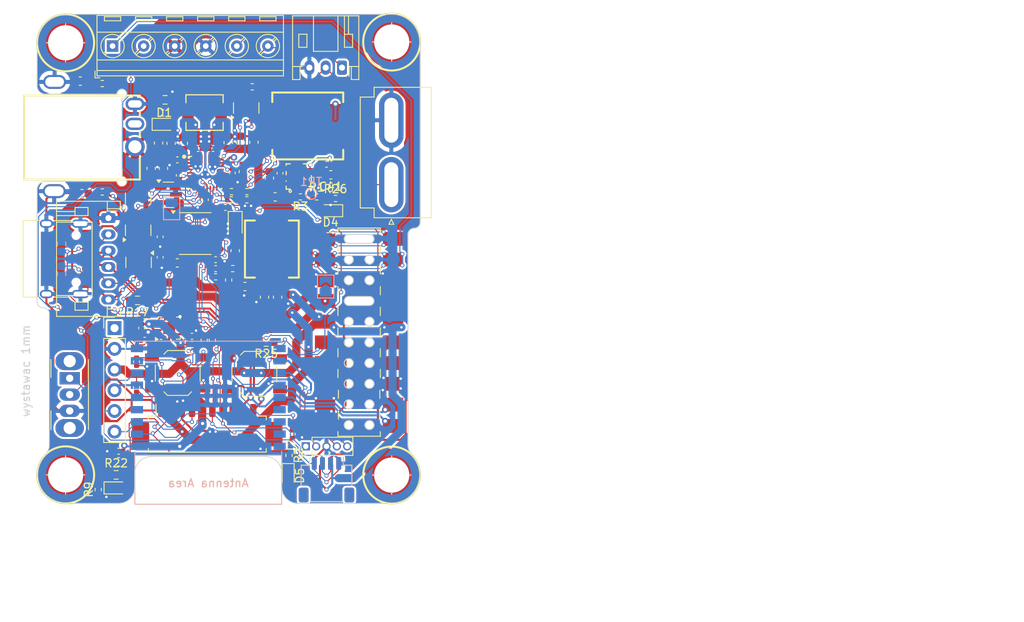
<source format=kicad_pcb>
(kicad_pcb (version 20240108) (generator "pcbnew") (generator_version "8.0")
  (layers (0 "F.Cu" signal) (31 "B.Cu" signal) (34 "B.Paste" user) (35 "F.Paste" user) (36 "B.SilkS" user "B.Silkscreen") (37 "F.SilkS" user "F.Silkscreen") (38 "B.Mask" user) (39 "F.Mask" user) (44 "Edge.Cuts" user))
  (net 0 "")
  (net 1 "GND")
  (net 2 "Net-(U8-PMID)")
  (net 3 "Net-(U8-BTST2)")
  (net 4 "+BATT")
  (net 5 "+5V")
  (net 6 "Net-(U8-BTST1)")
  (net 7 "BAT")
  (net 8 "+3.3V")
  (net 9 "/CC1")
  (net 10 "/CC2")
  (net 11 "Net-(D1-A)")
  (net 12 "Net-(D2-K)")
  (net 13 "VBUS")
  (net 14 "/USBIN_P")
  (net 16 "/USBIN_M")
  (net 18 "/esp32-c3/TARG_TX")
  (net 19 "/esp32-c3/TARG_RX")
  (net 20 "/BQ_REGN")
  (net 21 "Net-(D1-K)")
  (net 22 "+VDC")
  (net 23 "/esp32-c3/ESP_EN")
  (net 24 "Net-(U11-BOOT)")
  (net 25 "/5V_ENA")
  (net 26 "Net-(Q1-G)")
  (net 27 "Net-(U11-SW)")
  (net 28 "Net-(Q1-S)")
  (net 29 "Net-(Q4-G)")
  (net 30 "Net-(Q4-S)")
  (net 31 "Net-(Q6-G)")
  (net 32 "Net-(U8-BATP)")
  (net 33 "/I2C_INT")
  (net 34 "Net-(U4-BOOT)")
  (net 35 "Net-(U8-ILIM_HIZ)")
  (net 36 "/GLOB_RST")
  (net 38 "/SDA")
  (net 39 "/SCL")
  (net 40 "/esp32-c3/IO2")
  (net 41 "/esp32-c3/IO5")
  (net 42 "/esp32-c3/IO1")
  (net 43 "/esp32-c3/IO0")
  (net 44 "Net-(U11-FB)")
  (net 46 "/GLOB_GPIO2")
  (net 47 "/GLOB_GPIO1")
  (net 50 "VBUS_PIN")
  (net 51 "Net-(U8-PROG)")
  (net 52 "/esp32-c3/IO9")
  (net 53 "Net-(D3-K)")
  (net 54 "Net-(U4-SS)")
  (net 55 "Net-(U4-COMP)")
  (net 56 "Net-(C22-Pad1)")
  (net 57 "Net-(U4-VSENSE)")
  (net 58 "/GLOB_~{OFF}")
  (net 59 "Net-(U4-EN)")
  (net 60 "Net-(SW6-A)")
  (net 61 "Net-(D4-K)")
  (net 62 "/LIPO_NTC")
  (net 63 "/BAT_IN")
  (net 64 "Net-(D5-K)")
  (net 65 "Net-(C29-Pad1)")
  (net 66 "Net-(C30-Pad1)")
  (net 67 "Net-(JP1-A)")
  (net 68 "Net-(U11-PG)")
  (net 69 "/esp32-c3/IO3")
  (net 70 "/esp32-c3/IO6")
  (net 71 "/BQ_SW2")
  (net 72 "/BQ_SW1")
  (footprint "Connector_USB:USB_C_Receptacle_HRO_TYPE-C-31-M-12" (layer "F.Cu") (at 50.19 82.5 -90)
    (property "Reference" "J2" (hide yes))
    (property "Value" "USB_C_Receptacle_USB2.0")
  )
  (footprint "TerminalBlock_MetzConnect:TerminalBlock_MetzConnect_Type086_RT03406HBLC_1x06_P3.81mm_Horizontal" (layer "F.Cu") (at 57.26 56.4)
    (property "Reference" "J4" (hide yes))
    (property "Value" "BIG_OUT")
  )
  (footprint "Capacitor_SMD:C_0603_1608Metric" (layer "F.Cu") (at 71.44 68.235 90)
    (property "Reference" "C32" (hide yes))
    (property "Value" "10u")
  )
  (footprint "Package_TO_SOT_SMD:SOT-23" (layer "F.Cu") (at 73.65 64 90)
    (property "Reference" "Q6" (hide yes))
    (property "Value" "AO3400A")
  )
  (footprint "Capacitor_SMD:C_0402_1005Metric" (layer "F.Cu") (at 83.5 70.9 180)
    (property "Reference" "C25" (hide yes))
    (property "Value" "100n")
  )
  (footprint "Capacitor_SMD:C_0603_1608Metric" (layer "F.Cu") (at 65.2 83 180)
    (property "Reference" "C5" (hide yes))
    (property "Value" "10u")
  )
  (footprint "Resistor_SMD:R_0402_1005Metric" (layer "F.Cu") (at 56 74.3)
    (property "Reference" "R24" (hide yes))
    (property "Value" "2")
  )
  (footprint "Resistor_SMD:R_0402_1005Metric" (layer "F.Cu") (at 55.5 110.8 90)
    (property "Reference" "R9")
    (property "Value" "10k")
  )
  (footprint "Capacitor_SMD:C_0603_1608Metric" (layer "F.Cu") (at 73.5 85.9 180)
    (property "Reference" "C3" (hide yes))
    (property "Value" "22uF/6.3V")
  )
  (footprint "Capacitor_SMD:C_0603_1608Metric" (layer "F.Cu") (at 84.075 73.7 180)
    (property "Reference" "C4" (hide yes))
    (property "Value" "10u")
  )
  (footprint "Resistor_SMD:R_0603_1608Metric_Pad0.98x0.95mm_HandSolder" (layer "F.Cu") (at 57.7 109)
    (property "Reference" "R22")
    (property "Value" "DNP")
  )
  (footprint "Capacitor_SMD:C_0402_1005Metric" (layer "F.Cu") (at 71.94 71.96 90)
    (property "Reference" "C19" (hide yes))
    (property "Value" "100n")
  )
  (footprint "easyeda2kicad:SMD_BD5.6-D4.1" (layer "F.Cu") (at 91.5 109.025127)
    (property "Reference" "U9" (hide yes))
    (property "Value" "SMTSO3030CTJ")
  )
  (footprint "Capacitor_SMD:C_0402_1005Metric" (layer "F.Cu") (at 68.64 75.26 -90)
    (property "Reference" "C21" (hide yes))
    (property "Value" "4.7u/10V")
  )
  (footprint "Capacitor_SMD:C_0603_1608Metric" (layer "F.Cu") (at 84.025 72.2 180)
    (property "Reference" "C41")
    (property "Value" "22uF/6.3V")
  )
  (footprint "Resistor_SMD:R_0603_1608Metric_Pad0.98x0.95mm_HandSolder" (layer "F.Cu") (at 63.7 63 180)
    (property "Reference" "R19" (hide yes))
    (property "Value" "6k/0603")
  )
  (footprint "easyeda2kicad:QFN-29_L4.0-W4.0-P0.40-TL-BQ25792RQMR" (layer "F.Cu") (at 68.65 71.96)
    (property "Reference" "U8" (hide yes))
    (property "Value" "BQ25792RQMR")
  )
  (footprint "Resistor_SMD:R_0603_1608Metric_Pad0.98x0.95mm_HandSolder" (layer "F.Cu") (at 60.3125 87.6 180)
    (property "Reference" "R17")
    (property "Value" "6k/0603")
  )
  (footprint "Button_Switch_SMD:SW_SPST_TL3342" (layer "F.Cu") (at 74.65 96.6 180)
    (property "Reference" "SW4" (hide yes))
    (property "Value" "B2")
  )
  (footprint "Resistor_SMD:R_0402_1005Metric" (layer "F.Cu") (at 68.5 92.5 -90)
    (property "Reference" "R5" (hide yes))
    (property "Value" "3k")
  )
  (footprint "easyeda2kicad:IND-SMD_L4.4-W4.2" (layer "F.Cu") (at 68.54 64.56 180)
    (property "Reference" "L3" (hide yes))
    (property "Value" "FXL0420-1R0-M")
  )
  (footprint "Connector_PinHeader_2.54mm:PinHeader_1x06_P2.54mm_Vertical" (layer "F.Cu") (at 57.5 91)
    (property "Reference" "J8" (hide yes))
    (property "Value" "Conn_01x06")
  )
  (footprint "Capacitor_SMD:C_0603_1608Metric" (layer "F.Cu") (at 62.9 68.3 90)
    (property "Reference" "C17" (hide yes))
    (property "Value" "10u")
  )
  (footprint "Resistor_SMD:R_0402_1005Metric" (layer "F.Cu") (at 84.6 75.1)
    (property "Reference" "R26")
    (property "Value" "3k")
  )
  (footprint "Button_Switch_THT:SW_Slide_SPDT_Angled_CK_OS102011MA1Q" (layer "F.Cu") (at 52 97.15 -90)
    (property "Reference" "SW6" (hide yes))
    (property "Value" "SW_SPDT")
  )
  (footprint "Critbit_lib:2x10_smdthrough" (layer "F.Cu") (at 87.5 91.5)
    (property "Reference" "J5" (hide yes))
    (property "Value" "EXT_IFACE")
    (fp_line (start -1.27 -12) (end 1.27 -12) (stroke (width 0.12)) (layer "Edge.Cuts"))
    (fp_line (start -1.27 -4.38) (end 1.27 -4.38) (stroke (width 0.12)) (layer "Edge.Cuts"))
    (fp_line (start 1.27 -10.9) (end -1.27 -10.9) (stroke (width 0.12)) (layer "Edge.Cuts"))
    (fp_line (start 1.27 -3.28) (end -1.27 -3.28) (stroke (width 0.12)) (layer "Edge.Cuts"))
    (fp_arc (start -1.27 -10.9) (mid -1.82 -11.45) (end -1.27 -12) (stroke (width 0.12)) (layer "Edge.Cuts"))
    (fp_arc (start -1.27 -3.28) (mid -1.82 -3.83) (end -1.27 -4.38) (stroke (width 0.12)) (layer "Edge.Cuts"))
    (fp_arc (start 1.27 -12) (mid 1.82 -11.45) (end 1.27 -10.9) (stroke (width 0.12)) (layer "Edge.Cuts"))
    (fp_arc (start 1.27 -4.38) (mid 1.82 -3.83) (end 1.27 -3.28) (stroke (width 0.12)) (layer "Edge.Cuts"))
    (fp_circle (center -1.27 -8.91) (end -1.82 -8.91) (stroke (width 0.12)) (fill none) (layer "Edge.Cuts"))
    (fp_circle (center -1.27 -6.37) (end -1.82 -6.37) (stroke (width 0.12)) (fill none) (layer "Edge.Cuts"))
    (fp_circle (center -1.27 -1.29) (end -1.82 -1.29) (stroke (width 0.12)) (fill none) (layer "Edge.Cuts"))
    (fp_circle (center -1.27 1.25) (end -1.82 1.25) (stroke (width 0.12)) (fill none) (layer "Edge.Cuts"))
    (fp_circle (center -1.27 3.79) (end -1.82 3.79) (stroke (width 0.12)) (fill none) (layer "Edge.Cuts"))
    (fp_circle (center -1.27 6.33) (end -1.82 6.33) (stroke (width 0.12)) (fill none) (layer "Edge.Cuts"))
    (fp_circle (center -1.27 8.848) (end -1.82 8.848) (stroke (width 0.12)) (fill none) (layer "Edge.Cuts"))
    (fp_circle (center -1.27 11.388) (end -1.82 11.388) (stroke (width 0.12)) (fill none) (layer "Edge.Cuts"))
    (fp_circle (center 1.27 -8.91) (end 0.72 -8.91) (stroke (width 0.12)) (fill none) (layer "Edge.Cuts"))
    (fp_circle (center 1.27 -6.37) (end 0.72 -6.37) (stroke (width 0.12)) (fill none) (layer "Edge.Cuts"))
    (fp_circle (center 1.27 -1.29) (end 0.72 -1.29) (stroke (width 0.12)) (fill none) (layer "Edge.Cuts"))
    (fp_circle (center 1.27 1.25) (end 0.72 1.25) (stroke (width 0.12)) (fill none) (layer "Edge.Cuts"))
    (fp_circle (center 1.27 3.79) (end 0.72 3.79) (stroke (width 0.12)) (fill none) (layer "Edge.Cuts"))
    (fp_circle (center 1.27 6.33) (end 0.72 6.33) (stroke (width 0.12)) (fill none) (layer "Edge.Cuts"))
    (fp_circle (center 1.27 8.848) (end 0.72 8.848) (stroke (width 0.12)) (fill none) (layer "Edge.Cuts"))
    (fp_circle (center 1.27 11.388) (end 0.72 11.388) (stroke (width 0.12)) (fill none) (layer "Edge.Cuts"))
  )
  (footprint "easyeda2kicad:SMD_BD5.6-D4.1" (layer "F.Cu") (at 51.5 109)
    (property "Reference" "U3" (hide yes))
    (property "Value" "SMTSO3030CTJ")
  )
  (footprint "Connector_JST:JST_PH_S3B-PH-K_1x03_P2.00mm_Horizontal" (layer "F.Cu") (at 85.4 59.05 180)
    (property "Reference" "J3" (hide yes))
    (property "Value" "CONN_BATT")
  )
  (footprint "Capacitor_SMD:C_0402_1005Metric" (layer "F.Cu") (at 65.2 70.36)
    (property "Reference" "C38" (hide yes))
    (property "Value" "100n")
  )
  (footprint "Capacitor_SMD:C_0603_1608Metric" (layer "F.Cu") (at 72.94 68.235 90)
    (property "Reference" "C31" (hide yes))
    (property "Value" "10u")
  )
  (footprint "Package_TO_SOT_SMD:SOT-23" (layer "F.Cu") (at 60.45 82.9375 -90)
    (property "Reference" "Q4" (hide yes))
    (property "Value" "AO3400A")
  )
  (footprint "Package_TO_SOT_SMD:SOT-23" (layer "F.Cu") (at 60.4 75.0625 90)
    (property "Reference" "Q8" (hide yes))
    (property "Value" "AO3400A")
  )
  (footprint "Capacitor_SMD:C_0603_1608Metric" (layer "F.Cu") (at 74.6 68.2 90)
    (property "Reference" "C37" (hide yes))
    (property "Value" "10u")
  )
  (footprint "Resistor_SMD:R_0402_1005Metric" (layer "F.Cu") (at 56 61)
    (property "Reference" "R23" (hide yes))
    (property "Value" "2")
  )
  (footprint "Capacitor_SMD:C_0603_1608Metric" (layer "F.Cu") (at 77.2 74.9)
    (property "Reference" "C26" (hide yes))
    (property "Value" "10u")
  )
  (footprint "Capacitor_SMD:C_0603_1608Metric" (layer "F.Cu") (at 77.5 87.2 -90)
    (property "Reference" "C28" (hide yes))
    (property "Value" "22uF/6.3V")
  )
  (footprint "Capacitor_SMD:C_0603_1608Metric" (layer "F.Cu") (at 76.5 72.6 -90)
    (property "Reference" "C6" (hide yes))
    (property "Value" "10u")
  )
  (footprint "easyeda2kicad:SMD_BD5.6-D4.1" (layer "F.Cu") (at 91.5 55.9)
    (property "Reference" "U2" (hide yes))
    (property "Value" "SMTSO3030CTJ")
  )
  (footprint "easyeda2kicad:VQFN-HR-10_L3.0-W3.0_RPA" (layer "F.Cu") (at 80.1 72.4 90)
    (property "Reference" "U11" (hide yes))
    (property "Value" "TPS56637RPAR")
  )
  (footprint "Resistor_SMD:R_0402_1005Metric" (layer "F.Cu") (at 74.39 61.4 180)
    (property "Reference" "R4" (hide yes))
    (property "Value" "450")
  )
  (footprint "Connector_JST:JST_PH_S6B-PH-K_1x06_P2.00mm_Horizontal" (layer "F.Cu") (at 56.75 77.5 -90)
    (property "Reference" "J9" (hide yes))
    (property "Value" "Conn_01x06")
  )
  (footprint "Resistor_SMD:R_0402_1005Metric" (layer "F.Cu") (at 69.5 92.49 90)
    (property "Reference" "R12" (hide yes))
    (property "Value" "3k")
  )
  (footprint "Capacitor_SMD:C_0402_1005Metric" (layer "F.Cu") (at 60.83 90.9875 90)
    (property "Reference" "C11" (hide yes))
    (property "Value" "100n")
  )
  (footprint "Diode_SMD:D_SOD-323" (layer "F.Cu") (at 72.3 78.3 -90)
    (property "Reference" "D3" (hide yes))
    (property "Value" "1N5819WS")
  )
  (footprint "Package_SO:SOIC-8_3.9x4.9mm_P1.27mm" (layer "F.Cu") (at 67.4 79.4)
    (property "Reference" "U4" (hide yes))
    (property "Value" "TPS5430DDA")
  )
  (footprint "Capacitor_SMD:C_0402_1005Metric" (layer "F.Cu") (at 79.3 104 -90)
    (property "Reference" "C2" (hide yes))
    (property "Value" "100n")
  )
  (footprint "Resistor_SMD:R_0402_1005Metric" (layer "F.Cu") (at 60.2 98.3 90)
    (property "Reference" "R15" (hide yes))
    (property "Value" "10k")
  )
  (footprint "Capacitor_SMD:C_0603_1608Metric" (layer "F.Cu") (at 73.3 71.8 -90)
    (property "Reference" "C18" (hide yes))
    (property "Value" "10u")
  )
  (footprint "Capacitor_SMD:C_0603_1608Metric" (layer "F.Cu") (at 63.5 71.4 90)
    (property "Reference" "C39" (hide yes))
    (property "Value" "10u")
  )
  (footprint "Connector_Molex:Molex_PicoBlade_53261-1071_1x10-1MP_P1.25mm_Horizontal" (layer "F.Cu") (at 68.875 103.5)
    (property "Reference" "J6" (hide yes))
    (property "Value" "Conn_01x10")
  )
  (footprint "Capacitor_SMD:C_0402_1005Metric" (layer "F.Cu") (at 77.8 72 90)
    (property "Reference" "C27" (hide yes))
    (property "Value" "100n")
  )
  (footprint "Package_TO_SOT_SMD:SOT-23" (layer "F.Cu") (at 60.4 79 90)
    (property "Reference" "Q5" (hide yes))
    (property "Value" "AO3400A")
  )
  (footprint "Button_Switch_SMD:SW_SPST_TL3342" (layer "F.Cu") (at 65.25 96.5 180)
    (property "Reference" "SW3" (hide yes))
    (property "Value" "B2")
  )
  (footprint "Capacitor_SMD:C_0402_1005Metric" (layer "F.Cu") (at 63.1 79.8 90)
    (property "Reference" "C7" (hide yes))
    (property "Value" "100n")
  )
  (footprint "Capacitor_SMD:C_0603_1608Metric" (layer "F.Cu") (at 64.44 68.335 90)
    (property "Reference" "C33" (hide yes))
    (property "Value" "10u")
  )
  (footprint "Resistor_SMD:R_0402_1005Metric" (layer "F.Cu") (at 71.5 85.1 90)
    (property "Reference" "R14" (hide yes))
    (property "Value" "3k")
  )
  (footprint "Capacitor_SMD:C_0402_1005Metric" (layer "F.Cu") (at 63.1 82.3 90)
    (property "Reference" "C9" (hide yes))
    (property "Value" "100n")
  )
  (footprint "Resistor_SMD:R_0402_1005Metric" (layer "F.Cu") (at 67 93 180)
    (property "Reference" "R6" (hide yes))
    (property "Value" "3k")
  )
  (footprint "Resistor_SMD:R_0402_1005Metric" (layer "F.Cu") (at 78.9 106.6 -90)
    (property "Reference" "R2")
    (property "Value" "3k")
  )
  (footprint "LED_SMD:LED_0603_1608Metric" (layer "F.Cu") (at 57.7 110.6)
    (property "Reference" "D2" (hide yes))
    (property "Value" "LED")
  )
  (footprint "Capacitor_SMD:C_0402_1005Metric" (layer "F.Cu") (at 69.9 82.6 180)
    (property "Reference" "C10" (hide yes))
    (property "Value" "100n")
  )
  (footprint "Capacitor_SMD:C_0402_1005Metric" (layer "F.Cu") (at 67.74 68.96 180)
    (property "Reference" "C35" (hide yes))
    (property "Value" "100n")
  )
  (footprint "Capacitor_SMD:C_0603_1608Metric" (layer "F.Cu") (at 62 71.4 90)
    (property "Reference" "C40" (hide yes))
    (property "Value" "10u")
  )
  (footprint "Capacitor_SMD:C_0603_1608Metric" (layer "F.Cu") (at 75.9 87.2 -90)
    (property "Reference" "C23" (hide yes))
    (property "Value" "22uF/6.3V")
  )
  (footprint "Capacitor_SMD:C_0402_1005Metric" (layer "F.Cu") (at 58 106.1 180)
    (property "Reference" "C15" (hide yes))
    (property "Value" "100n")
  )
  (footprint "Capacitor_SMD:C_0603_1608Metric" (layer "F.Cu") (at 72.3 81.5 90)
    (property "Reference" "C24" (hide yes))
    (property "Value" "22uF/6.3V")
  )
  (footprint "Package_DFN_QFN:WQFN-14-1EP_2.5x2.5mm_P0.5mm_EP1.45x1.45mm" (layer "F.Cu") (at 64.2 91 90)
    (property "Reference" "U5" (hide yes))
    (property "Value" "FUSB302B01MPX")
  )
  (footprint "Capacitor_SMD:C_0603_1608Metric" (layer "F.Cu") (at 53.3 60.7 180)
    (property "Reference" "C29" (hide yes))
    (property "Value" "2u2")
  )
  (footprint "Connector_PinHeader_1.27mm:PinHeader_1x05_P1.27mm_Vertical" (layer "F.Cu") (at 80.96 105.5 90)
    (property "Reference" "J7")
    (property "Value" "Conn_01x05")
  )
  (footprint "Resistor_SMD:R_0402_1005Metric" (layer "F.Cu") (at 80.3 74.9 180)
    (property "Reference" "R3")
    (property "Value" "10k")
  )
  (footprint "Critbit_lib:B4P_MATRIXPWR" (layer "F.Cu") (at 91.45 75.4 90)
    (property "Reference" "J1" (hide yes))
    (property "Value" "~")
  )
  (footprint "easyeda2kicad:DC-IN-TH_DC-C033D-5.5A-2.5" (layer "F.Cu") (at 55.052501 67.5 90)
    (property "Reference" "DC1" (hide yes))
    (property "Value" "DC-C033D-5.5A-2.0")
  )
  (footprint "Capacitor_SMD:C_0603_1608Metric" (layer "F.Cu") (at 65.94 68.335 90)
    (property "Reference" "C34" (hide yes))
    (property "Value" "10u")
  )
  (footprint "Resistor_SMD:R_0402_1005Metric" (layer "F.Cu") (at 63.4 64.6)
    (property "Reference" "R18" (hide yes))
    (property "Value" "2k")
  )
  (footprint "Capacitor_SMD:C_0402_1005Metric" (layer "F.Cu") (at 61.2 89.4875 180)
    (property "Reference" "C14" (hide yes))
    (property "Value" "200p")
  )
  (footprint "LED_SMD:LED_0603_1608Metric" (layer "F.Cu") (at 63.6 66)
    (property "Reference" "D1")
    (property "Value" "LED")
  )
  (footprint "Capacitor_SMD:C_0402_1005Metric" (layer "F.Cu") (at 65.44 72.26 90)
    (property "Reference" "C20" (hide yes))
    (property "Value" "100n")
  )
  (footprint "LED_SMD:LED_0603_1608Metric" (layer "F.Cu") (at 78.8 109.1 -90)
    (property "Reference" "D5")
    (property "Value" "LED")
  )
  (footprint "Resistor_SMD:R_0402_1005Metric" (layer "F.Cu") (at 71.84 74.26 180)
    (property "Reference" "R20" (hide yes))
    (property "Value" "3k")
  )
  (footprint "Capacitor_SMD:C_0402_1005Metric" (layer "F.Cu") (at 67 92 180)
    (property "Reference" "C12" (hide yes))
    (property "Value" "100n")
  )
  (footprint "easyeda2kicad:IND-SMD_L7.0-W6.6" (layer "F.Cu") (at 76.8 81.3 90)
    (property "Reference" "L4" (hide yes))
    (property "Value" "FXL0630-6R8-M")
  )
  (footprint "Capacitor_SMD:C_0402_1005Metric" (layer "F.Cu") (at 60.2 95.12 -90)
    (property "Reference" "C1" (hide yes))
    (property "Value" "100n")
  )
  (footprint "easyeda2kicad:IND-SMD_L8.7-W8.2_IHLP-3232CZ" (layer "F.Cu") (at 81.2 66.2)
    (property "Reference" "L1" (hide yes))
    (property "Value" "IHLP3232DZER3R3M11")
  )
  (footprint "Resistor_SMD:R_0402_1005Metric" (layer "F.Cu") (at 71.83 75.26 180)
    (property "Reference" "R7" (hide yes))
    (property "Value" "3k")
  )
  (footprint "Resistor_SMD:R_0402_1005Metric" (layer "F.Cu") (at 69.9 84.7 180)
    (property "Reference" "R16" (hide yes))
    (property "Value" "3k")
  )
  (footprint "Resistor_SMD:R_0603_1608Metric_Pad0.98x0.95mm_HandSolder" (layer "F.Cu") (at 76.1 92.7 180)
    (property "Reference" "R25")
    (property "Value" "6k/0603")
  )
  (footprint "Capacitor_SMD:C_0603_1608Metric" (layer "F.Cu") (at 58 107.4 180)
    (property "Reference" "C16" (hide yes))
    (property "Value" "10u")
  )
  (footprint "easyeda2kicad:SMD_BD5.6-D4.1" (layer "F.Cu") (at 51.5 56)
    (property "Reference" "U10" (hide yes))
    (property "Value" "SMTSO3030CTJ")
  )
  (footprint "Capacitor_SMD:C_0402_1005Metric" (layer "F.Cu") (at 71.1 76.2 180)
    (property "Reference" "C8" (hide yes))
    (property "Value" "100n")
  )
  (footprint "Resistor_SMD:R_0402_1005Metric" (layer "F.Cu") (at 72 83.7)
    (property "Reference" "R11" (hide yes))
    (property "Value" "3k")
  )
  (footprint "Resistor_SMD:R_0402_1005Metric" (layer "F.Cu") (at 73.73 75.26 180)
    (property "Reference" "R8" (hide yes))
    (property "Value" "3k")
  )
  (footprint "Package_TO_SOT_SMD:SOT-23" (layer "F.Cu") (at 64.1 74.65)
    (property "Reference" "Q1" (hide yes))
    (property "Value" "AO3400A")
  )
  (footprint "Resistor_SMD:R_0402_1005Metric" (layer "F.Cu") (at 82.3 74.9)
    (property "Reference" "R1")
    (property "Value" "73.2k")
  )
  (footprint "Capacitor_SMD:C_0603_1608Metric" (layer "F.Cu") (at 53.5 74.5 180)
    (property "Reference" "C30" (hide yes))
    (property "Value" "2u2")
  )
  (footprint "LED_SMD:LED_0603_1608Metric" (layer "F.Cu") (at 84 76.6 180)
    (property "Reference" "D4")
    (property "Value" "LED")
  )
  (footprint "Resistor_SMD:R_0402_1005Metric" (layer "F.Cu") (at 73.74 74.26 180)
    (property "Reference" "R21" (hide yes))
    (property "Value" "3k")
  )
  (footprint "Capacitor_SMD:C_0402_1005Metric" (layer "F.Cu") (at 61.2 92.4875 180)
    (property "Reference" "C13" (hide yes))
    (property "Value" "200p")
  )
  (footprint "Capacitor_SMD:C_0402_1005Metric" (layer "F.Cu") (at 69.9 83.7)
    (property "Reference" "C22" (hide yes))
    (property "Value" "100n")
  )
  (footprint "Capacitor_SMD:C_0402_1005Metric" (layer "F.Cu") (at 69.584189 68.964509)
    (property "Reference" "C36" (hide yes))
    (property "Value" "100n")
  )
  (footprint "Connector_JST:JST_SH_SM04B-SRSS-TB_1x04-1MP_P1.00mm_Horizontal" (layer "F.Cu") (at 83.5 109.6)
    (property "Reference" "J10" (hide yes))
    (property "Value" "QWIIC")
  )
  (footprint "Resistor_SMD:R_0603_1608Metric_Pad0.98x0.95mm_HandSolder" (layer "B.Cu") (at 51 84.3 90)
    (property "Reference" "R13" (hide yes))
    (property "Value" "5.1k/DNP")
  )
  (footprint "Jumper:SolderJumper-2_P1.3mm_Open_TrianglePad1.0x1.5mm" (layer "B.Cu") (at 64.5 76.3 -90)
    (property "Reference" "JP1" (hide yes))
    (property "Value" "HARDRST")
  )
  (footprint "Resistor_SMD:R_0603_1608Metric_Pad0.98x0.95mm_HandSolder" (layer "B.Cu") (at 51 80.6875 -90)
    (property "Reference" "R10" (hide yes))
    (property "Value" "5.1k/DNP")
  )
  (footprint "Jumper:SolderJumper-2_P1.3mm_Open_TrianglePad1.0x1.5mm" (layer "B.Cu") (at 83.4 85.9 90)
    (property "Reference" "JP2" (hide yes))
    (property "Value" "LIPO_BYPASS")
  )
  (footprint "Connector_JST:JST_SH_SM04B-SRSS-TB_1x04-1MP_P1.00mm_Horizontal" (layer "B.Cu") (at 83.5 109.6 180)
    (property "Reference" "J11" (hide yes))
    (property "Value" "QWIIC")
  )
  (footprint "TestPoint:TestPoint_Pad_D1.0mm" (layer "B.Cu") (at 81.6 74.5 180)
    (property "Reference" "TP1")
    (property "Value" "TestPoint")
  )
  (footprint "Espressif:ESP32-C3-WROOM-02" (layer "B.Cu") (at 69 99.6)
    (property "Reference" "U7" (hide yes))
    (property "Value" "ESP32-C3-WROOM-02")
  )
  (gr_line (start 48 61.292893) (end 48 56) (stroke (width 0.1)) (layer "Edge.Cuts"))
  (gr_arc (start 51.5 112.5) (mid 48.29415 110.412646) (end 48.929838 106.640323) (stroke (width 0.1)) (layer "Edge.Cuts"))
  (gr_line (start 49.5 105.25) (end 49.5 94.530331) (stroke (width 0.1)) (layer "Edge.Cuts"))
  (gr_arc (start 57.8 62.292893) (mid 58.824264 61.868629) (end 58.4 62.892893) (stroke (width 0.1)) (layer "Edge.Cuts"))
  (gr_line (start 85.6 112.5) (end 91.5 112.5) (stroke (width 0.1)) (layer "Edge.Cuts"))
  (gr_arc (start 95 78) (mid 94.78033 78.53033) (end 94.25 78.75) (stroke (width 0.1)) (layer "Edge.Cuts"))
  (gr_line (start 58 112.5) (end 51.5 112.5) (stroke (width 0.1)) (layer "Edge.Cuts"))
  (gr_arc (start 94.070162 106.640323) (mid 94.705856 110.412633) (end 91.5 112.5) (stroke (width 0.1)) (layer "Edge.Cuts"))
  (gr_line (start 62 106.75) (end 76 106.75) (stroke (width 0.1)) (layer "Edge.Cuts"))
  (gr_line (start 49 72.992893) (end 57.8 72.992893) (stroke (width 0.1)) (layer "Edge.Cuts"))
  (gr_arc (start 93.5 79.5) (mid 93.71967 78.96967) (end 94.25 78.75) (stroke (width 0.1)) (layer "Edge.Cuts"))
  (gr_arc (start 49.5 105.25) (mid 49.351927 106.001348) (end 48.929838 106.640323) (stroke (width 0.1)) (layer "Edge.Cuts"))
  (gr_arc (start 94.070162 106.640323) (mid 93.648075 106.001347) (end 93.5 105.25) (stroke (width 0.1)) (layer "Edge.Cuts"))
  (gr_arc (start 58.4 72.392893) (mid 58.824264 73.417157) (end 57.8 72.992893) (stroke (width 0.1)) (layer "Edge.Cuts"))
  (gr_arc (start 76 106.75) (mid 77.414214 107.335786) (end 78 108.75) (stroke (width 0.1)) (layer "Edge.Cuts"))
  (gr_arc (start 91.5 52.5) (mid 93.974874 53.525126) (end 95 56) (stroke (width 0.1)) (layer "Edge.Cuts"))
  (gr_arc (start 48 73.992893) (mid 48.292893 73.285786) (end 49 72.992893) (stroke (width 0.1)) (layer "Edge.Cuts"))
  (gr_line (start 93.5 94.530331) (end 93.5 105.25) (stroke (width 0.1)) (layer "Edge.Cuts"))
  (gr_arc (start 59.999999 108.750001) (mid 60.585785 107.335786) (end 62 106.75) (stroke (width 0.1)) (layer "Edge.Cuts"))
  (gr_line (start 58.4 72.392893) (end 58.4 62.892893) (stroke (width 0.1)) (layer "Edge.Cuts"))
  (gr_arc (start 49 62.292893) (mid 48.292893 62) (end 48 61.292893) (stroke (width 0.1)) (layer "Edge.Cuts"))
  (gr_arc (start 60.000001 110.499999) (mid 59.414215 111.914214) (end 58 112.5) (stroke (width 0.1)) (layer "Edge.Cuts"))
  (gr_line (start 85.6 112.5) (end 80 112.5) (stroke (width 0.1)) (layer "Edge.Cuts"))
  (gr_line (start 70.5 52.5) (end 91.5 52.5) (stroke (width 0.1)) (layer "Edge.Cuts"))
  (gr_arc (start 48.750001 88.500001) (mid 48.219671 88.280331) (end 48.000001 87.750001) (stroke (width 0.1)) (layer "Edge.Cuts"))
  (gr_line (start 49.5 94.530331) (end 49.500001 89.250001) (stroke (width 0.1)) (layer "Edge.Cuts"))
  (gr_arc (start 80 112.5) (mid 78.585786 111.914213) (end 77.999999 110.499999) (stroke (width 0.1)) (layer "Edge.Cuts"))
  (gr_arc (start 48.750001 88.500001) (mid 49.280331 88.719671) (end 49.500001 89.250001) (stroke (width 0.1)) (layer "Edge.Cuts"))
  (gr_line (start 93.5 79.5) (end 93.5 94.530331) (stroke (width 0.1)) (layer "Edge.Cuts"))
  (gr_line (start 57.8 62.292893) (end 49 62.292893) (stroke (width 0.1)) (layer "Edge.Cuts"))
  (gr_line (start 59.999999 108.750001) (end 60.000001 110.499999) (stroke (width 0.1)) (layer "Edge.Cuts"))
  (gr_line (start 77.999999 110.499999) (end 78 108.75) (stroke (width 0.1)) (layer "Edge.Cuts"))
  (gr_line (start 51.5 52.5) (end 70.5 52.5) (stroke (width 0.1)) (layer "Edge.Cuts"))
  (gr_arc (start 48 56) (mid 49.025126 53.525126) (end 51.5 52.5) (stroke (width 0.1)) (layer "Edge.Cuts"))
  (gr_line (start 48.000001 87.750001) (end 48 73.992893) (stroke (width 0.1)) (layer "Edge.Cuts"))
  (gr_line (start 95 56) (end 95 78) (stroke (width 0.1)) (layer "Edge.Cuts"))
  (gr_text "wystawac 1mm" (at 47.2 102 90) (layer "Edge.Cuts") (effects (font (size 1 1)) (justify left bottom)))
  (segment (start 72.725 86.325) (end 73.4 87) (width 0.127) (layer "F.Cu") (net 1))
  (segment (start 53.32 78.18) (end 54.58 78.18) (width 0.127) (layer "F.Cu") (net 1))
  (segment (start 79.055 73.2695) (end 79.0345 73.29) (width 0.127) (layer "F.Cu") (net 1))
  (segment (start 72.725 85.9) (end 72.725 86.325) (width 0.127) (layer "F.Cu") (net 1))
  (segment (start 68.64 71.56) (end 68.64 71.76) (width 0.25) (layer "F.Cu") (net 1))
  (segment (start 65.03 89.0875) (end 65.53 89.5875) (width 0.25) (layer "F.Cu") (net 1))
  (segment (start 60.2 95.6) (end 61.4 95.6) (width 0.127) (layer "F.Cu") (net 1))
  (segment (start 70.41 84.7) (end 70.59 84.7) (width 0.127) (layer "F.Cu") (net 1))
  (segment (start 70.8505 84.2595) (end 70.8505 83.0705) (width 0.127) (layer "F.Cu") (net 1))
  (segment (start 76.5 73.375) (end 76.905 73.375) (width 0.25) (layer "F.Cu") (net 1))
  (segment (start 83.3 73.7) (end 82.6 73.7) (width 0.127) (layer "F.Cu") (net 1))
  (segment (start 65.25 68.25) (end 65.25 67.5) (width 0.25) (layer "F.Cu") (net 1))
  (segment (start 69.875 78.765) (end 70.835 78.765) (width 0.127) (layer "F.Cu") (net 1))
  (segment (start 64.425 83) (end 63.9 83) (width 0.127) (layer "F.Cu") (net 1))
  (segment (start 84 75.9) (end 84.09 75.81) (width 0.127) (layer "F.Cu") (net 1))
  (segment (start 82.6 73.7) (end 82.5 73.8) (width 0.127) (layer "F.Cu") (net 1))
  (segment (start 90.94 97.1) (end 90.5 97.1) (width 0.127) (layer "F.Cu") (net 1))
  (segment (start 68.4 98.4) (end 68.4 97.4) (width 0.127) (layer "F.Cu") (net 1))
  (segment (start 63.9 83) (end 63.3 83.6) (width 0.127) (layer "F.Cu") (net 1))
  (segment (start 80.35 74.44) (end 80.81 74.9) (width 0.127) (layer "F.Cu") (net 1))
  (segment (start 74.24 75.99) (end 74.25 76) (width 0.25) (layer "F.Cu") (net 1))
  (segment (start 68.65 70.24) (end 68.65 69.418698) (width 0.25) (layer "F.Cu") (net 1))
  (segment (start 79.45 73.05) (end 79.2305 73.2695) (width 0.127) (layer "F.Cu") (net 1))
  (segment (start 71.44 67.46) (end 72.94 67.46) (width 0.25) (layer "F.Cu") (net 1))
  (segment (start 84.6 85.9) (end 83.83 85.13) (width 0.127) (layer "F.Cu") (net 1))
  (segment (start 77.975 73.775) (end 77.975 74.9) (width 0.127) (layer "F.Cu") (net 1))
  (segment (start 79.36 72.48) (end 79.45 72.57) (width 0.25) (layer "F.Cu") (net 1))
  (segment (start 79.45 72.57) (end 80.07 72.57) (width 0.127) (layer "F.Cu") (net 1))
  (segment (start 62.935 67.56) (end 62.9 67.525) (width 0.25) (layer "F.Cu") (net 1))
  (segment (start 68.64 71.56) (end 68.64 71.86) (width 0.25) (layer "F.Cu") (net 1))
  (segment (start 78.7 73.29) (end 78.31 73.29) (width 0.127) (layer "F.Cu") (net 1))
  (segment (start 77.8 98.5) (end 77.1 97.8) (width 0.127) (layer "F.Cu") (net 1))
  (segment (start 64.72 70.36) (end 64.72 70.53) (width 0.127) (layer "F.Cu") (net 1))
  (segment (start 92.03 97.83) (end 92.6 98.4) (width 0.127) (layer "F.Cu") (net 1))
  (segment (start 65.75 101.1) (end 65.75 100.05) (width 0.25) (layer "F.Cu") (net 1))
  (segment (start 68.65 69.39) (end 68.22 68.96) (width 0.25) (layer "F.Cu") (net 1))
  (segment (start 60.268 89.9395) (end 60.268 90.9055) (width 0.25) (layer "F.Cu") (net 1))
  (segment (start 82.225886 84.415603) (end 82.940283 85.13) (width 0.127) (layer "F.Cu") (net 1))
  (segment (start 55.5 111.31) (end 56.11 111.31) (width 0.25) (layer "F.Cu") (net 1))
  (segment (start 65.25 67.5) (end 65.25 66.75) (width 0.25) (layer "F.Cu") (net 1))
  (segment (start 67.855488 76.2) (end 67.7 76.2) (width 0.127) (layer "F.Cu") (net 1))
  (segment (start 72.21 67.46) (end 70.608698 67.46) (width 0.25) (layer "F.Cu") (net 1))
  (segment (start 66.82 67.56) (end 68.22 68.96) (width 0.25) (layer "F.Cu") (net 1))
  (segment (start 78.31 73.29) (end 77.9 73.7) (width 0.127) (layer "F.Cu") (net 1))
  (segment (start 74.25 75.25) (end 74.24 75.26) (width 0.25) (layer "F.Cu") (net 1))
  (segment (start 78.9 106.09) (end 79.21 106.09) (width 0.25) (layer "F.Cu") (net 1))
  (segment (start 72 99) (end 71.5 98.5) (width 0.25) (layer "F.Cu") (net 1))
  (segment (start 79.3 104.48) (end 80.42 104.48) (width 0.127) (layer "F.Cu") (net 1))
  (segment (start 67.2 103.6) (end 69.1 103.6) (width 0.25) (layer "F.Cu") (net 1))
  (segment (start 73.125 72.575) (end 72.6 73.1) (width 0.127) (layer "F.Cu") (net 1))
  (segment (start 77.9 73.7) (end 77.975 73.775) (width 0.127) (layer "F.Cu") (net 1))
  (segment (start 63.3 82.98) (end 63.3 83.6) (width 0.127) (layer "F.Cu") (net 1))
  (segment (start 91.23 85.13) (end 90.4 84.3) (width 0.127) (layer "F.Cu") (net 1))
  (segment (start 62.75 70.625) (end 62.75 71.25) (width 0.127) (layer "F.Cu") (net 1))
  (segment (start 54.58 78.18) (end 54.7 78.3) (width 0.127) (layer "F.Cu") (net 1))
  (segment (start 70.59 84.7) (end 71.5 85.61) (width 0.127) (layer "F.Cu") (net 1))
  (segment (start 62.1 98.4) (end 62.1 97.5) (width 0.127) (layer "F.Cu") (net 1))
  (segment (start 50.65 101.15) (end 52 101.15) (width 0.25) (layer "F.Cu") (net 1))
  (segment (start 64.7 89.7375) (end 64.7 90.5) (width 0.25) (layer "F.Cu") (net 1))
  (segment (start 68.65 70.24) (end 68.65 71.55) (width 0.25) (layer "F.Cu") (net 1))
  (segment (start 60.83 91.4675) (end 61.61 91.4675) (width 0.25) (layer "F.Cu") (net 1))
  (segment (start 91.67 85.13) (end 91.23 85.13) (width 0.127) (layer "F.Cu") (net 1))
  (segment (start 50.402501 74.5) (end 50.102501 74.2) (width 0.127) (layer "F.Cu") (net 1))
  (segment (start 64.72 70.36) (end 63.765 70.36) (width 0.127) (layer "F.Cu") (net 1))
  (segment (start 64.33 89.0875) (end 65.03 89.0875) (width 0.25) (layer "F.Cu") (net 1))
  (segment (start 65.75 100.55) (end 65.75 101.1) (width 0.25) (layer "F.Cu") (net 1))
  (segment (start 50 88.8) (end 50 89) (width 0.25) (layer "F.Cu") (net 1))
  (segment (start 72.3 79.35) (end 72.3 80.725) (width 0.127) (layer "F.Cu") (net 1))
  (segment (start 68.65 70.24) (end 68.65 69.39) (width 0.25) (layer "F.Cu") (net 1))
  (segment (start 49.14 78.18) (end 49.14 75.162501) (width 0.25) (layer "F.Cu") (net 1))
  (segment (start 60.72 91.5775) (end 60.83 91.4675) (width 0.25) (layer "F.Cu") (net 1))
  (segment (start 64.6125 63) (end 64.6125 62.0125) (width 0.127) (layer "F.Cu") (net 1))
  (segment (start 64.2 89.7375) (end 64.2 89.2175) (width 0.25) (layer "F.Cu") (net 1))
  (segment (start 62.75 70.625) (end 62 70.625) (width 0.127) (layer "F.Cu") (net 1))
  (segment (start 60.72 89.4875) (end 60.268 89.9395) (width 0.25) (layer "F.Cu") (net 1))
  (segment (start 82.93 72.57) (end 83.3 72.2) (width 0.127) (layer "F.Cu") (net 1))
  (segment (start 64.2 89.7375) (end 64.2 91) (width 0.25) (layer "F.Cu") (net 1))
  (segment (start 72 98.5) (end 71.5 98.5) (width 0.127) (layer "F.Cu") (net 1))
  (segment (start 69.875 78.765) (end 70.765 78.765) (width 0.127) (layer "F.Cu") (net 1))
  (segment (start 56.11 111.31) (end 56.5 111.7) (width 0.25) (layer "F.Cu") (net 1))
  (segment (start 75.9 87.975) (end 75.075 87.975) (width 0.127) (layer "F.Cu") (net 1))
  (segment (start 70.41 84.7) (end 70.8505 84.2595) (width 0.127) (layer "F.Cu") (net 1))
  (segment (start 91.17 97.83) (end 90.4 98.6) (width 0.127) (layer "F.Cu") (net 1))
  (segment (start 84.7 84.3) (end 83.87 85.13) (width 0.127) (layer "F.Cu") (net 1))
  (segment (start 65.2 100) (end 65.75 100.55) (width 0.25) (layer "F.Cu") (net 1))
  (segment (start 54.7 79.1) (end 54.5 79.3) (width 0.127) (layer "F.Cu") (net 1))
  (segment (start 68.64 75.74) (end 68.315488 75.74) (width 0.127) (layer "F.Cu") (net 1))
  (segment (start 68.64 71.76) (end 68.24 72.16) (width 0.25) (layer "F.Cu") (net 1))
  (segment (start 49.14 86.82) (end 49.14 87.94) (width 0.25) (layer "F.Cu") (net 1))
  (segment (start 49.14 75.162501) (end 50.102501 74.2) (width 0.25) (layer "F.Cu") (net 1))
  (segment (start 68.65 69.418698) (end 69.104189 68.964509) (width 0.25) (layer "F.Cu") (net 1))
  (segment (start 74.24 75.26) (end 74.24 75.99) (width 0.25) (layer "F.Cu") (net 1))
  (segment (start 73.6 98.5) (end 73.2 98.1) (width 0.25) (layer "F.Cu") (net 1))
  (segment (start 80.35 72.85) (end 80.35 73.76) (width 0.127) (layer "F.Cu") (net 1))
  (segment (start 49.998 89.002) (end 49.998 100.498) (width 0.25) (layer "F.Cu") (net 1))
  (segment (start 63.1 82.78) (end 63.3 82.98) (width 0.127) (layer "F.Cu") (net 1))
  (segment (start 63.765 70.36) (end 63.5 70.625) (width 0.127) (layer "F.Cu") (net 1))
  (segment (start 68.65 71.55) (end 68.64 71.56) (width 0.25) (layer "F.Cu") (net 1))
  (segment (start 75.075 87.975) (end 74.9 87.8) (width 0.127) (layer "F.Cu") (net 1))
  (segment (start 65.94 67.56) (end 64.44 67.56) (width 0.25) (layer "F.Cu") (net 1))
  (segment (start 69.1 103.6) (end 69.2 103.7) (width 0.25) (layer "F.Cu") (net 1))
  (segment (start 79.21 106.09) (end 79.5 105.8) (width 0.25) (layer "F.Cu") (net 1))
  (segment (start 91.67 97.83) (end 91.17 97.83) (width 0.127) (layer "F.Cu") (net 1))
  (segment (start 71.365 78.765) (end 71.4 78.8) (width 0.127) (layer "F.Cu") (net 1))
  (segment (start 83.3 73.7) (end 83.3 72.25) (width 0.127) (layer "F.Cu") (net 1))
  (segment (start 64.7 90.5) (end 64.2 91) (width 0.25) (layer "F.Cu") (net 1))
  (segment (start 70.8505 82.9495) (end 71 82.8) (width 0.127) (layer "F.Cu") (net 1))
  (segment (start 79.45 72.57) (end 79.45 73.05) (width 0.127) (layer "F.Cu") (net 1))
  (segment (start 78.9 104.88) (end 79.3 104.48) (width 0.25) (layer "F.Cu") (net 1))
  (segment (start 64.7 89.7375) (end 65.38 89.7375) (width 0.25) (layer "F.Cu") (net 1))
  (segment (start 77.8 72.48) (end 79.36 72.48) (width 0.25) (layer "F.Cu") (net 1))
  (segment (start 84.09 75.81) (end 84.09 75.1) (width 0.127) (layer "F.Cu") (net 1))
  (segment (start 70.8505 83.0705) (end 70.38 82.6) (width 0.127) (layer "F.Cu") (net 1))
  (segment (start 75.69 106.09) (end 75.4 105.8) (width 0.25) (layer "F.Cu") (net 1))
  (segment (start 63.5 70.625) (end 62.75 70.625) (width 0.127) (layer "F.Cu") (net 1))
  (segment (start 69.875 78.765) (end 71.365 78.765) (width 0.127) (layer "F.Cu") (net 1))
  (segment (start 57.52 106.1) (end 56.6 106.1) (width 0.127) (layer "F.Cu") (net 1))
  (segment (start 57.225 107.4) (end 57.225 106.395) (width 0.127) (layer "F.Cu") (net 1))
  (segment (start 68.315488 75.74) (end 67.855488 76.2) (width 0.127) (layer "F.Cu") (net 1))
  (segment (start 91.67 97.83) (end 92.03 97.83) (width 0.127) (layer "F.Cu") (net 1))
  (segment (start 54.7 78.3) (end 54.7 79.1) (width 0.127) (layer "F.Cu") (net 1))
  (segment (start 76.905 73.375) (end 77.8 72.48) (width 0.25) (layer "F.Cu") (net 1))
  (segment (start 53.55 85.75) (end 53.3 86) (width 0.127) (layer "F.Cu") (net 1))
  (segment (start 54.235 85.75) (end 54.235 86.365) (width 0.127) (layer "F.Cu") (net 1))
  (segment (start 68.64 71.86) (end 68.94 72.16) (width 0.25) (layer "F.Cu") (net 1))
  (segment (start 72.21 67.46) (end 71.44 67.46) (width 0.25) (layer "F.Cu") (net 1))
  (segment (start 91.97 97.83) (end 92.6 97.2) (width 0.127) (layer "F.Cu") (net 1))
  (segment (start 72.94 67.46) (end 74.565 67.46) (width 0.25) (layer "F.Cu") (net 1))
  (segment (start 49.14 78.18) (end 49.14 86.82) (width 0.25) (layer "F.Cu") (net 1))
  (segment (start 50 89) (end 49.998 89.002) (width 0.25) (layer "F.Cu") (net 1))
  (segment (start 72.25 67.5) (end 72.21 67.46) (width 0.25) (layer "F.Cu") (net 1))
  (segment (start 91.67 97.83) (end 90.94 97.1) (width 0.127) (layer "F.Cu") (net 1))
  (segment (start 78.775 87.975) (end 78.8 88) (width 0.127) (layer "F.Cu") (net 1))
  (segment (start 73.2 98.1) (end 72.4 98.1) (width 0.25) (layer "F.Cu") (net 1))
  (segment (start 82.979751 85.13) (end 83.33 85.13) (width 0.127) (layer "F.Cu") (net 1))
  (segment (start 77.5 87.975) (end 75.9 87.975) (width 0.127) (layer "F.Cu") (net 1))
  (segment (start 77.5 87.975) (end 78.775 87.975) (width 0.127) (layer "F.Cu") (net 1))
  (segment (start 71.4 79.4) (end 72.25 79.4) (width 0.127) (layer "F.Cu") (net 1))
  (segment (start 60.72 92.4875) (end 60.72 91.5775) (width 0.25) (layer "F.Cu") (net 1))
  (segment (start 74.565 67.46) (end 74.6 67.425) (width 0.25) (layer "F.Cu") (net 1))
  (segment (start 82 107.6) (end 82 107.01) (width 0.25) (layer "F.Cu") (net 1))
  (segment (start 49.998 100.498) (end 50.65 101.15) (width 0.25) (layer "F.Cu") (net 1))
  (segment (start 72.25 67.5) (end 72.25 68.1) (width 0.25) (layer "F.Cu") (net 1))
  (segment (start 61.4 95.6) (end 61.5 95.7) (width 0.127) (layer "F.Cu") (net 1))
  (segment (start 74.25 74.26) (end 74.25 75.25) (width 0.25) (layer "F.Cu") (net 1))
  (segment (start 54.235 86.365) (end 53.8 86.8) (width 0.127) (layer "F.Cu") (net 1))
  (segment (start 72.435 85.61) (end 72.725 85.9) (width 0.127) (layer "F.Cu") (net 1))
  (segment (start 70.835 78.765) (end 71.4 78.2) (width 0.127) (layer "F.Cu") (net 1))
  (segment (start 50.252501 60.7) (end 50.152501 60.8) (width 0.127) (layer "F.Cu") (net 1))
  (segment (start 79.2305 73.2695) (end 79.055 73.2695) (width 0.127) (layer "F.Cu") (net 1))
  (segment (start 64.44 67.56) (end 62.935 67.56) (width 0.25) (layer "F.Cu") (net 1))
  (segment (start 70.8505 83.0705) (end 70.8505 82.9495) (width 0.127) (layer "F.Cu") (net 1))
  (segment (start 64.72 70.53) (end 64.25 71) (width 0.127) (layer "F.Cu") (net 1))
  (segment (start 57.225 106.395) (end 57.52 106.1) (width 0.127) (layer "F.Cu") (net 1))
  (segment (start 65.75 101.1) (end 65.75 102.15) (width 0.25) (layer "F.Cu") (net 1))
  (segment (start 72.25 79.4) (end 72.3 79.35) (width 0.127) (layer "F.Cu") (net 1))
  (segment (start 52.525 60.7) (end 50.252501 60.7) (width 0.127) (layer "F.Cu") (net 1))
  (segment (start 80.42 104.48) (end 80.5 104.4) (width 0.127) (layer "F.Cu") (net 1))
  (segment (start 67.48 92) (end 67.48 91.32) (width 0.127) (layer "F.Cu") (net 1))
  (segment (start 61.61 91.4675) (end 61.63 91.4875) (width 0.25) (layer "F.Cu") (net 1))
  (segment (start 53.4 78.9) (end 53.4 78.2) (width 0.127) (layer "F.Cu") (net 1))
  (segment (start 70.765 78.765) (end 71.4 79.4) (width 0.127) (layer "F.Cu") (net 1))
  (segment (start 82.209751 85.9) (end 82.979751 85.13) (width 0.127) (layer "F.Cu") (net 1))
  (segment (start 69.2 103.7) (end 69.9 103.7) (width 0.25) (layer "F.Cu") (net 1))
  (segment (start 52.725 74.5) (end 50.402501 74.5) (width 0.127) (layer "F.Cu") (net 1))
  (segment (start 65.75 100.05) (end 65.9 99.9) (width 0.25) (layer "F.Cu") (net 1))
  (segment (start 72.4 98.1) (end 72 98.5) (width 0.127) (layer "F.Cu") (net 1))
  (segment (start 54.235 79.25) (end 53.75 79.25) (width 0.127) (layer "F.Cu") (net 1))
  (segment (start 65.38 89.7375) (end 65.53 89.5875) (width 0.25) (layer "F.Cu") (net 1))
  (segment (start 64.6125 62.0125) (end 64.6 62) (width 0.127) (layer "F.Cu") (net 1))
  (segment (start 65.75 102.15) (end 67.2 103.6) (width 0.25) (layer "F.Cu") (net 1))
  (segment (start 79.0345 73.29) (end 78.7 73.29) (width 0.127) (layer "F.Cu") (net 1))
  (segment (start 72 101.1) (end 72 99) (width 0.25) (layer "F.Cu") (net 1))
  (segment (start 49.14 87.94) (end 50 88.8) (width 0.25) (layer "F.Cu") (net 1))
  (segment (start 80.35 73.76) (end 80.35 74.44) (width 0.127) (layer "F.Cu") (net 1))
  (segment (start 83.83 85.13) (end 83.33 85.13) (width 0.127) (layer "F.Cu") (net 1))
  (segment (start 65.25 68.25) (end 65.94 67.56) (width 0.25) (layer "F.Cu") (net 1))
  (segment (start 83.87 85.13) (end 83.33 85.13) (width 0.127) (layer "F.Cu") (net 1))
  (segment (start 53.75 79.25) (end 53.4 78.9) (width 0.127) (layer "F.Cu") (net 1))
  (segment (start 78.9 106.09) (end 78.9 104.88) (width 0.25) (layer "F.Cu") (net 1))
  (segment (start 64.2 89.2175) (end 64.33 89.0875) (width 0.25) (layer "F.Cu") (net 1))
  (segment (start 63.1 80.28) (end 63.1 81) (width 0.127) (layer "F.Cu") (net 1))
  (segment (start 77.1 97.8) (end 76.4 97.8) (width 0.127) (layer "F.Cu") (net 1))
  (segment (start 65.94 67.56) (end 66.82 67.56) (width 0.25) (layer "F.Cu") (net 1))
  (segment (start 73.3 72.575) (end 73.125 72.575) (width 0.127) (layer "F.Cu") (net 1))
  (segment (start 91.67 97.83) (end 91.97 97.83) (width 0.127) (layer "F.Cu") (net 1))
  (segment (start 82.940283 85.13) (end 83.33 85.13) (width 0.127) (layer "F.Cu") (net 1))
  (segment (start 70.608698 67.46) (end 69.104189 68.964509) (width 0.25) (layer "F.Cu") (net 1))
  (segment (start 54.235 85.75) (end 53.55 85.75) (width 0.127) (layer "F.Cu") (net 1))
  (segment (start 67.48 91.32) (end 67.5 91.3) (width 0.127) (layer "F.Cu") (net 1))
  (segment (start 60.268 90.9055) (end 60.83 91.4675) (width 0.25) (layer "F.Cu") (net 1))
  (segment (start 72.25 66.75) (end 72.25 67.5) (width 0.25) (layer "F.Cu") (net 1))
  (segment (start 71.5 85.61) (end 72.435 85.61) (width 0.127) (layer "F.Cu") (net 1))
  (segment (start 82 107.01) (end 83.51 105.5) (width 0.25) (layer "F.Cu") (net 1))
  (segment (start 80.07 72.57) (end 80.35 72.85) (width 0.127) (layer "F.Cu") (net 1))
  (segment (start 78.9 106.09) (end 75.69 106.09) (width 0.25) (layer "F.Cu") (net 1))
  (segment (start 53.3 86) (end 53.3 86.8) (width 0.127) (layer "F.Cu") (net 1))
  (segment (start 79.45 72.57) (end 82.93 72.57) (width 0.127) (layer "F.Cu") (net 1))
  (segment (start 83.3 72.25) (end 83.25 72.2) (width 0.127) (layer "F.Cu") (net 1))
  (via (at 84.7 84.3) (size 0.5) (drill 0.3) (layers "F.Cu" "B.Cu") (net 1))
  (via (at 69.2 103.7) (size 0.5) (drill 0.3) (layers "F.Cu" "B.Cu") (net 1))
  (via (at 68.24 72.16) (size 0.5) (drill 0.3) (layers "F.Cu" "B.Cu") (net 1))
  (via (at 72.4 98.1) (size 0.5) (drill 0.3) (layers "F.Cu" "B.Cu") (net 1))
  (via (at 74.9 87.8) (size 0.5) (drill 0.3) (layers "F.Cu" "B.Cu") (net 1))
  (via (at 79.5 105.8) (size 0.5) (drill 0.3) (layers "F.Cu" "B.Cu") (net 1))
  (via (at 65.25 67.5) (size 0.5) (drill 0.3) (layers "F.Cu" "B.Cu") (net 1))
  (via (at 64.6 62) (size 0.5) (drill 0.3) (layers "F.Cu" "B.Cu") (net 1))
  (via (at 69.9 103.7) (size 0.5) (drill 0.3) (layers "F.Cu" "B.Cu") (net 1))
  (via (at 71.4 79.4) (size 0.5) (drill 0.3) (layers "F.Cu" "B.Cu") (net 1))
  (via (at 82.5 73.8) (size 0.5) (drill 0.3) (layers "F.Cu" "B.Cu") (net 1))
  (via (at 76.4 97.8) (size 0.5) (drill 0.3) (layers "F.Cu" "B.Cu") (net 1))
  (via (at 73.4 87) (size 0.5) (drill 0.3) (layers "F.Cu" "B.Cu") (net 1))
  (via (at 65.25 68.25) (size 0.5) (drill 0.3) (layers "F.Cu" "B.Cu") (net 1))
  (via (at 82.2 99.6) (size 0.5) (drill 0.3) (layers "F.Cu" "B.Cu") (net 1))
  (via (at 68.1 66.8) (size 0.5) (drill 0.3) (layers "F.Cu" "B.Cu") (net 1))
  (via (at 80.5 104.4) (size 0.5) (drill 0.3) (layers "F.Cu" "B.Cu") (net 1))
  (via (at 92.6 97.2) (size 0.5) (drill 0.3) (layers "F.Cu" "B.Cu") (net 1))
  (via (at 74.25 76) (size 0.5) (drill 0.3) (layers "F.Cu" "B.Cu") (net 1))
  (via (at 64.25 71) (size 0.5) (drill 0.3) (layers "F.Cu" "B.Cu") (net 1))
  (via (at 62.1 97.5) (size 0.5) (drill 0.3) (layers "F.Cu" "B.Cu") (net 1))
  (via (at 82.225886 84.415603) (size 0.5) (drill 0.3) (layers "F.Cu" "B.Cu") (net 1))
  (via (at 69.1 68.1) (size 0.5) (drill 0.3) (layers "F.Cu" "B.Cu") (net 1))
  (via (at 68.1 68.1) (size 0.5) (drill 0.3) (layers "F.Cu" "B.Cu") (net 1))
  (via (at 68.94 72.16) (size 0.5) (drill 0.3) (layers "F.Cu" "B.Cu") (net 1))
  (via (at 63.3 83.6) (size 0.5) (drill 0.3) (layers "F.Cu" "B.Cu") (net 1))
  (via (at 72.25 66.75) (size 0.5) (drill 0.3) (layers "F.Cu" "B.Cu") (net 1))
  (via (at 68.64 71.56) (size 0.5) (drill 0.3) (layers "F.Cu" "B.Cu") (net 1))
  (via (at 71 82.8) (size 0.5) (drill 0.3) (layers "F.Cu" "B.Cu") (net 1))
  (via (at 61.5 95.7) (size 0.5) (drill 0.3) (layers "F.Cu" "B.Cu") (net 1))
  (via (at 68.4 97.4) (size 0.5) (drill 0.3) (layers "F.Cu" "B.Cu") (net 1))
  (via (at 65.25 66.75) (size 0.5) (drill 0.3) (layers "F.Cu" "B.Cu") (net 1))
  (via (at 90.5 97.1) (size 0.5) (drill 0.3) (layers "F.Cu" "B.Cu") (net 1))
  (via (at 72.6 73.1) (size 0.5) (drill 0.3) (layers "F.Cu" "B.Cu") (net 1))
  (via (at 71.4 78.8) (size 0.5) (drill 0.3) (layers "F.Cu" "B.Cu") (net 1))
  (via (at 73.6 98.5) (size 0.5) (drill 0.3) (layers "F.Cu" "B.Cu") (net 1))
  (via (at 90.4 98.6) (size 0.5) (drill 0.3) (layers "F.Cu" "B.Cu") (net 1))
  (via (at 65.9 99.9) (size 0.5) (drill 0.3) (layers "F.Cu" "B.Cu") (net 1))
  (via (at 69.1 66.8) (size 0.5) (drill 0.3) (layers "F.Cu" "B.Cu") (net 1))
  (via (at 69.1 67.5) (size 0.5) (drill 0.3) (layers "F.Cu" "B.Cu") (net 1))
  (via (at 71.4 78.2) (size 0.5) (drill 0.3) (layers "F.Cu" "B.Cu") (net 1))
  (via (at 65.53 89.5875) (size 0.8) (drill 0.4) (layers "F.Cu" "B.Cu") (net 1))
  (via (at 75.4 105.8) (size 0.5) (drill 0.3) (layers "F.Cu" "B.Cu") (net 1))
  (via (at 67.5 91.3) (size 0.5) (drill 0.3) (layers "F.Cu" "B.Cu") (net 1))
  (via (at 84 75.9) (size 0.5) (drill 0.3) (layers "F.Cu" "B.Cu") (net 1))
  (via (at 63.1 81) (size 0.5) (drill 0.3) (layers "F.Cu" "B.Cu") (net 1))
  (via (at 82.2 101.2) (size 0.5) (drill 0.3) (layers "F.Cu" "B.Cu") (net 1))
  (via (at 78.8 88) (size 0.5) (drill 0.3) (layers "F.Cu" "B.Cu") (net 1))
  (via (at 72.25 67.5) (size 0.5) (drill 0.3) (layers "F.Cu" "B.Cu") (net 1))
  (via (at 72.25 68.1) (size 0.5) (drill 0.3) (layers "F.Cu" "B.Cu") (net 1))
  (via (at 61.63 91.4875) (size 0.8) (drill 0.4) (layers "F.Cu" "B.Cu") (net 1))
  (via (at 56.5 111.7) (size 0.5) (drill 0.3) (layers "F.Cu" "B.Cu") (net 1))
  (via (at 62.75 71.25) (size 0.5) (drill 0.3) (layers "F.Cu" "B.Cu") (net 1))
  (via (at 56.6 106.1) (size 0.5) (drill 0.3) (layers "F.Cu" "B.Cu") (net 1))
  (via (at 84.4 99.6) (size 0.5) (drill 0.3) (layers "F.Cu" "B.Cu") (net 1))
  (via (at 67.7 76.2) (size 0.5) (drill 0.3) (layers "F.Cu" "B.Cu") (net 1))
  (via (at 84.1 101.2) (size 0.5) (drill 0.3) (layers "F.Cu" "B.Cu") (net 1))
  (via (at 84.6 85.9) (size 0.5) (drill 0.3) (layers "F.Cu" "B.Cu") (net 1))
  (via (at 65.2 100) (size 0.5) (drill 0.3) (layers "F.Cu" "B.Cu") (net 1))
  (via (at 82.209751 85.9) (size 0.5) (drill 0.3) (layers "F.Cu" "B.Cu") (net 1))
  (via (at 90.4 84.3) (size 0.5) (drill 0.3) (layers "F.Cu" "B.Cu") (net 1))
  (via (at 92.6 98.4) (size 0.5) (drill 0.3) (layers "F.Cu" "B.Cu") (net 1))
  (via (at 68.1 67.5) (size 0.5) (drill 0.3) (layers "F.Cu" "B.Cu") (net 1))
  (segment (start 76.702 97.298) (end 76.4 97.6) (width 0.25) (layer "B.Cu") (net 1))
  (segment (start 78.752 97.298) (end 76.702 97.298) (width 0.25) (layer "B.Cu") (net 1))
  (segment (start 68.64 68.64) (end 68.1 68.1) (width 0.25) (layer "B.Cu") (net 1))
  (segment (start 76.4 97.6) (end 76.4 97.8) (width 0.25) (layer "B.Cu") (net 1))
  (segment (start 68.1 68.1) (end 68.1 67.5) (width 0.25) (layer "B.Cu") (net 1))
  (segment (start 83.51 105.5) (end 83.51 105.605) (width 0.25) (layer "B.Cu") (net 1))
  (segment (start 70.7 78.9) (end 70.3 78.9) (width 0.127) (layer "B.Cu") (net 1))
  (segment (start 71.4 78.2) (end 70.7 78.9) (width 0.127) (layer "B.Cu") (net 1))
  (segment (start 60.21 93.54) (end 60.25 93.5) (width 0.25) (layer "B.Cu") (net 1))
  (segment (start 82.2 99.6) (end 81.054 99.6) (width 0.25) (layer "B.Cu") (net 1))
  (segment (start 68.64 68.56) (end 69.1 68.1) (width 0.25) (layer "B.Cu") (net 1))
  (segment (start 68.64 71.56) (end 68.64 70.84) (width 0.25) (layer "B.Cu") (net 1))
  (segment (start 85 107.095) (end 85 107.6) (width 0.25) (layer "B.Cu") (net 1))
  (segment (start 86.6 65.9) (end 86.5 65.8) (width 0.25) (layer "B.Cu") (net 1))
  (segment (start 57.5 93.54) (end 60.21 93.54) (width 0.25) (layer "B.Cu") (net 1))
  (segment (start 69.1 68.1) (end 69.1 67.5) (width 0.25) (layer "B.Cu") (net 1))
  (segment (start 81.054 99.6) (end 78.752 97.298) (width 0.25) (layer "B.Cu") (net 1))
  (segment (start 68.64 68.64) (end 68.64 68.56) (width 0.25) (layer "B.Cu") (net 1))
  (segment (start 68.64 71.56) (end 68.64 68.64) (width 0.25) (layer "B.Cu") (net 1))
  (segment (start 83.51 105.605) (end 85 107.095) (width 0.25) (layer "B.Cu") (net 1))
  (segment (start 64.275 69.075) (end 62.9 69.075) (width 0.127) (layer "F.Cu") (net 2))
  (segment (start 66.09 68.96) (end 65.94 69.11) (width 0.25) (layer "F.Cu") (net 2))
  (segment (start 64.31 69.11) (end 64.275 69.075) (width 0.127) (layer "F.Cu") (net 2))
  (segment (start 67.75 70.21) (end 67.75 69.45) (width 0.25) (layer "F.Cu") (net 2))
  (segment (start 64.44 69.11) (end 64.31 69.11) (width 0.127) (layer "F.Cu") (net 2))
  (segment (start 67.26 68.96) (end 66.09 68.96) (width 0.25) (layer "F.Cu") (net 2))
  (segment (start 67.75 69.45) (end 67.26 68.96) (width 0.25) (layer "F.Cu") (net 2))
  (segment (start 65.94 69.11) (end 64.44 69.11) (width 0.127) (layer "F.Cu") (net 2))
  (segment (start 70.56 72.34) (end 71.84 72.34) (width 0.127) (layer "F.Cu") (net 3))
  (segment (start 71.84 72.34) (end 71.94 72.44) (width 0.127) (layer "F.Cu") (net 3))
  (segment (start 81.309751 81.8) (end 81.309751 78.709751) (width 1) (layer "F.Cu") (net 4))
  (segment (start 75.14 70.26) (end 73.89 69.01) (width 1) (layer "F.Cu") (net 4))
  (segment (start 67.2 83.5) (end 67.2 82.5) (width 1) (layer "F.Cu") (net 4))
  (segment (start 71.394509 68.964509) (end 71.44 69.01) (width 0.25) (layer "F.Cu") (net 4))
  (segment (start 67.2 84.914214) (end 68.285786 86) (width 1) (layer "F.Cu") (net 4))
  (segment (start 65.975 83) (end 65.975 83.075) (width 0.127) (layer "F.Cu") (net 4))
  (segment (start 62.9 102.6) (end 62.4 103.1) (width 0.127) (layer "F.Cu") (net 4))
  (segment (start 73.793818 89.5) (end 78.7 89.5) (width 1) (layer "F.Cu") (net 4))
  (segment (start 76.805 71.52) (end 76.5 71.825) (width 0.25) (layer "F.Cu") (net 4))
  (segment (start 64.925 78.765) (end 66.665 78.765) (width 0.127) (layer "F.Cu") (net 4))
  (segment (start 69.55 69.478698) (end 70.064189 68.964509) (width 0.25) (layer "F.Cu") (net 4))
  (segment (start 75.14 71.8) (end 75.14 70.26) (width 1) (layer "F.Cu") (net 4))
  (segment (start 58.6125 109) (end 59.4155 108.197) (width 0.127) (layer "F.Cu") (net 4))
  (segment (start 66.5 79.4) (end 66.7 79.2) (width 0.127) (layer "F.Cu") (net 4))
  (segment (start 59.3 102.720112) (end 59.920112 102.1) (width 0.127) (layer "F.Cu") (net 4))
  (segment (start 68.285786 86) (end 70.293818 86) (width 1) (layer "F.Cu") (net 4))
  (segment (start 67.2 79.7) (end 66.7 79.2) (width 1) (layer "F.Cu") (net 4))
  (segment (start 64.590499 102.416845) (end 66.873654 104.7) (width 1) (layer "F.Cu") (net 4))
  (segment (start 66.665 78.765) (end 66.9 79) (width 0.127) (layer "F.Cu") (net 4))
  (segment (start 83.33 82.59) (end 81.319751 82.59) (width 0.127) (layer "F.Cu") (net 4))
  (segment (start 83.33 82.59) (end 82.89 82.59) (width 0.127) (layer "F.Cu") (net 4))
  (segment (start 81.309751 78.709751) (end 78.8 76.2) (width 1) (layer "F.Cu") (net 4))
  (segment (start 78.925666 99.978334) (end 79.277 99.627) (width 1) (layer "F.Cu") (net 4))
  (segment (start 83.33 82.59) (end 83.79 82.59) (width 0.127) (layer "F.Cu") (net 4))
  (segment (start 83.71 82.59) (end 84.5 81.8) (width 0.127) (layer "F.Cu") (net 4))
  (segment (start 78.7 89.5) (end 81.309751 86.890249) (width 1) (layer "F.Cu") (net 4))
  (segment (start 63.655 78.765) (end 64.925 78.765) (width 0.127) (layer "F.Cu") (net 4))
  (segment (start 65.56 79.4) (end 66.5 79.4) (width 0.127) (layer "F.Cu") (net 4))
  (segment (start 66.873654 104.7) (end 72.978334 104.7) (width 1) (layer "F.Cu") (net 4))
  (segment (start 72.94 69.01) (end 71.44 69.01) (width 1) (layer "F.Cu") (net 4))
  (segment (start 59.920112 102.1) (end 60 102.1) (width 0.127) (layer "F.Cu") (net 4))
  (segment (start 72.978334 104.7) (end 77.7 99.978334) (width 1) (layer "F.Cu") (net 4))
  (segment (start 70.064189 68.964509) (end 71.394509 68.964509) (width 0.25) (layer "F.Cu") (net 4))
  (segment (start 73.89 69.01) (end 72.94 69.01) (width 1) (layer "F.Cu") (net 4))
  (segment (start 81.309751 82.6) (end 81.309751 81.8) (width 1) (layer "F.Cu") (net 4))
  (segment (start 76.5 71.825) (end 75.165 71.825) (width 0.25) (layer "F.Cu") (net 4))
  (segment (start 64.925 78.765) (end 65.56 79.4) (width 0.127) (layer "F.Cu") (net 4))
  (segment (start 76.425 74.975) (end 75.75 75.65) (width 0.25) (layer "F.Cu") (net 4))
  (segment (start 77.91 71.41) (end 77.8 71.52) (width 0.25) (layer "F.Cu") (net 4))
  (segment (start 81.309751 86.890249) (end 81.309751 83.2) (width 1) (layer "F.Cu") (net 4))
  (segment (start 82.89 82.59) (end 82.1 81.8) (width 0.127) (layer "F.Cu") (net 4))
  (segment (start 60 102.1) (end 62.4 102.1) (width 0.127) (layer "F.Cu") (net 4))
  (segment (start 63.1 79.32) (end 63.655 78.765) (width 0.127) (layer "F.Cu") (net 4))
  (segment (start 83.33 82.59) (end 83.71 82.59) (width 0.127) (layer "F.Cu") (net 4))
  (segment (start 82.1 83.2) (end 81.309751 83.2) (width 0.127) (layer "F.Cu") (net 4))
  (segment (start 62.4 102.1) (end 62.9 102.6) (width 0.127) (layer "F.Cu") (net 4))
  (segment (start 79.45 71.41) (end 77.91 71.41) (width 0.25) (layer "F.Cu") (net 4))
  (segment (start 79.277 97.923) (end 81.3 95.9) (width 1) (layer "F.Cu") (net 4))
  (segment (start 59.3 104.3) (end 59.3 102.720112) (width 0.127) (layer "F.Cu") (net 4))
  (segment (start 58.4875 110.6) (end 58.4875 109.125) (width 0.25) (layer "F.Cu") (net 4))
  (segment (start 58.4875 109.125) (end 58.6125 109) (width 0.25) (layer "F.Cu") (net 4))
  (segment (start 75.147 73.755628) (end 75.14 73.748628) (width 1) (layer "F.Cu") (net 4))
  (segment (start 65.975 83.075) (end 66.4 83.5) (width 0.127) (layer "F.Cu") (net 4))
  (segment (start 82.2 83.3) (end 82.1 83.2) (width 0.127) (layer "F.Cu") (net 4))
  (segment (start 81.309751 83.2) (end 81.309751 82.6) (width 1) (layer "F.Cu") (net 4))
  (segment (start 75.147 75.047) (end 75.147 73.755628) (width 1) (layer "F.Cu") (net 4))
  (segment (start 59.4155 108.197) (end 59.4155 104.4155) (width 0.127) (layer "F.Cu") (net 4))
  (segment (start 77.8 71.52) (end 76.805 71.52) (width 0.25) (layer "F.Cu") (net 4))
  (segment (start 92.11 82.59) (end 91.67 82.59) (width 0.127) (layer "F.Cu") (net 4))
  (segment (start 75.14 73.748628) (end 75.14 71.8) (width 1) (layer "F.Cu") (net 4))
  (segment (start 76.425 74.9) (end 76.425 74.975) (width 0.25) (layer "F.Cu") (net 4))
  (segment (start 67.2 83.5) (end 67.2 84.914214) (width 1) (layer "F.Cu") (net 4))
  (segment (start 67.2 82.5) (end 67.2 79.7) (width 1) (layer "F.Cu") (net 4))
  (segment (start 75.165 71.825) (end 75.14 71.8) (width 0.25) (layer "F.Cu") (net 4))
  (segment (start 76.3 76.2) (end 75.75 75.65) (width 1) (layer "F.Cu") (net 4))
  (segment (start 66.4 83.5) (end 67.2 83.5) (width 0.127) (layer "F.Cu") (net 4))
  (segment (start 92.8 81.9) (end 92.11 82.59) (width 0.127) (layer "F.Cu") (net 4))
  (segment (start 64.590499 101.190499) (end 64.590499 102.416845) (width 1) (layer "F.Cu") (net 4))
  (segment (start 69.55 70.24) (end 69.55 69.478698) (width 0.25) (layer "F.Cu") (net 4))
  (segment (start 81.3 95.9) (end 81.3 93.3) (width 1) (layer "F.Cu") (net 4))
  (segment (start 65.975 83) (end 66.1 83) (width 0.127) (layer "F.Cu") (net 4))
  (segment (start 78.8 76.2) (end 76.3 76.2) (width 1) (layer "F.Cu") (net 4))
  (segment (start 66.6 82.5) (end 67.2 82.5) (width 0.127) (layer "F.Cu") (net 4))
  (segment (start 77.7 99.978334) (end 78.925666 99.978334) (width 1) (layer "F.Cu") (net 4))
  (segment (start 83.79 82.59) (end 84.6 83.4) (width 0.127) (layer "F.Cu") (net 4))
  (segment (start 79.277 99.627) (end 79.277 97.923) (width 1) (layer "F.Cu") (net 4))
  (segment (start 66.1 83) (end 66.6 82.5) (width 0.127) (layer "F.Cu") (net 4))
  (segment (start 81.319751 82.59) (end 81.309751 82.6) (width 0.127) (layer "F.Cu") (net 4))
  (segment (start 75.75 75.65) (end 75.147 75.047) (width 1) (layer "F.Cu") (net 4))
  (segment (start 82.1 81.8) (end 81.309751 81.8) (width 0.127) (layer "F.Cu") (net 4))
  (segment (start 70.293818 86) (end 73.793818 89.5) (width 1) (layer "F.Cu") (net 4))
  (segment (start 59.4155 104.4155) (end 59.3 104.3) (width 0.127) (layer "F.Cu") (net 4))
  (via (at 82.2 83.3) (size 0.5) (drill 0.3) (layers "F.Cu" "B.Cu") (net 4))
  (via (at 92.8 83.3) (size 0.5) (drill 0.3) (layers "F.Cu" "B.Cu") (net 4))
  (via (at 92.8 81.9) (size 0.5) (drill 0.3) (layers "F.Cu" "B.Cu") (net 4))
  (via (at 90.5 83.3) (size 0.5) (drill 0.3) (layers "F.Cu" "B.Cu") (net 4))
  (via (at 84.5 81.8) (size 0.5) (drill 0.3) (layers "F.Cu" "B.Cu") (net 4))
  (via (at 82.1 81.8) (size 0.5) (drill 0.3) (layers "F.Cu" "B.Cu") (net 4))
  (via (at 62.4 103.1) (size 0.5) (drill 0.3) (layers "F.Cu" "B.Cu") (net 4))
  (via (at 65.8 103.7) (size 0.5) (drill 0.3) (layers "F.Cu" "B.Cu") (net 4))
  (via (at 81.3 93.3) (size 0.5) (drill 0.3) (layers "F.Cu" "B.Cu") (net 4))
  (via (at 84.6 83.4) (size 0.5) (drill 0.3) (layers "F.Cu" "B.Cu") (net 4))
  (via (at 79.3 89.1) (size 0.5) (drill 0.3) (layers "F.Cu" "B.Cu") (net 4))
  (via (at 90.6 81.9) (size 0.5) (drill 0.3) (layers "F.Cu" "B.Cu") (net 4))
  (segment (start 81.3 93.3) (end 81.3 91.1) (width 1) (layer "B.Cu") (net 4))
  (segment (start 84.5 81.8) (end 90.5 81.8) (width 0.127) (layer "B.Cu") (net 4))
  (segment (start 65.1 104.4) (end 65.8 103.7) (width 0.127) (layer "B.Cu") (net 4))
  (segment (start 62.4 103.1) (end 63.7 104.4) (width 0.127) (layer "B.Cu") (net 4))
  (segment (start 93.9 63.1) (end 84.2 53.4) (width 0.127) (layer "B.Cu") (net 4))
  (segment (start 93.8 77.2) (end 93.9 77.2) (width 0.127) (layer "B.Cu") (net 4))
  (segment (start 92.5 78.5) (end 93.8 77.2) (width 0.127) (layer "B.Cu") (net 4))
  (segment (start 92.8 81.9) (end 92.5 81.6) (width 0.127) (layer "B.Cu") (net 4))
  (segment (start 92.5 81.6) (end 92.5 78.5) (width 0.127) (layer "B.Cu") (net 4))
  (segment (start 90.5 81.8) (end 90.6 81.9) (width 0.127) (layer "B.Cu") (net 4))
  (segment (start 92.8 81.9) (end 92.8 83.3) (width 0.127) (layer "B.Cu") (net 4))
  (segment (start 81.3 91.1) (end 79.3 89.1) (width 1) (layer "B.Cu") (net 4))
  (segment (start 89 83.7) (end 90.1 83.7) (width 0.127) (layer "B.Cu") (net 4))
  (segment (start 60.26 53.4) (end 57.26 56.4) (width 0.127) (layer "B.Cu") (net 4))
  (segment (start 84.9 83.7) (end 89 83.7) (width 0.127) (layer "B.Cu") (net 4))
  (segment (start 83.4 84.5) (end 83.4 85.175) (width 0.127) (layer "B.Cu") (net 4))
  (segment (start 64.7 104.4) (end 65.1 104.4) (width 0.127) (layer "B.Cu") (net 4))
  (segment (start 84.2 53.4) (end 60.26 53.4) (width 0.127) (layer "B.Cu") (net 4))
  (segment (start 93.9 77.2) (end 93.9 63.1) (width 0.127) (layer "B.Cu") (net 4))
  (segment (start 90.1 83.7) (end 90.5 83.3) (width 0.127) (layer "B.Cu") (net 4))
  (segment (start 63.7 104.4) (end 64.7 104.4) (width 0.127) (layer "B.Cu") (net 4))
  (segment (start 84.6 83.4) (end 84.9 83.7) (width 0.127) (layer "B.Cu") (net 4))
  (segment (start 82.2 83.3) (end 83.4 84.5) (width 0.127) (layer "B.Cu") (net 4))
  (segment (start 83.2125 75.3025) (end 82.81 74.9) (width 0.127) (layer "F.Cu") (net 5))
  (segment (start 84.82 66.2) (end 84.82 72.18) (width 0.127) (layer "F.Cu") (net 5))
  (segment (start 85.15 73.4) (end 84.85 73.7) (width 0.127) (layer "F.Cu") (net 5))
  (segment (start 84.82 72.18) (end 84.8 72.2) (width 0.127) (layer "F.Cu") (net 5))
  (segment (start 83.2125 76.6) (end 83.2125 75.3025) (width 0.127) (layer "F.Cu") (net 5))
  (segment (start 84.85 72.25) (end 84.8 72.2) (width 0.127) (layer "F.Cu") (net 5))
  (segment (start 84.5 73.7) (end 84.85 73.7) (width 0.127) (layer "F.Cu") (net 5))
  (segment (start 91.45 73.4) (end 85.15 73.4) (width 0.127) (layer "F.Cu") (net 5))
  (segment (start 84.85 66.23) (end 84.82 66.2) (width 0.127) (layer "F.Cu") (net 5))
  (segment (start 82.81 74.9) (end 83.3 74.9) (width 0.127) (layer "F.Cu") (net 5))
  (segment (start 83.3 74.9) (end 84.5 73.7) (width 0.127) (layer "F.Cu") (net 5))
  (segment (start 84.85 73.7) (end 84.85 72.25) (width 0.127) (layer "F.Cu") (net 5))
  (via (at 84.6 63.5) (size 0.8) (drill 0.4) (layers "F.Cu" "B.Cu") (net 5))
  (segment (start 84.6 65.3075) (end 84.5525 65.355) (width 0.25) (layer "B.Cu") (net 5))
  (segment (start 84.6 63.5) (end 84.6 65.3075) (width 0.25) (layer "B.Cu") (net 5))
  (segment (start 66.7 71.54) (end 65.68 71.54) (width 0.127) (layer "F.Cu") (net 6))
  (segment (start 65.68 71.54) (end 65.44 71.78) (width 0.127) (layer "F.Cu") (net 6))
  (segment (start 72.27 70.67) (end 71.07 70.67) (width 0.25) (layer "F.Cu") (net 7))
  (segment (start 71.68 70.06) (end 71.07 70.67) (width 0.25) (layer "F.Cu") (net 7))
  (segment (start 73.9375 65.6) (end 74.6 64.9375) (width 0.25) (layer "F.Cu") (net 7))
  (segment (start 74.3 66.3) (end 74.3 65.2375) (width 0.25) (layer "F.Cu") (net 7))
  (segment (start 71.07 70.67) (end 70.6 71.14) (width 0.25) (layer "F.Cu") (net 7))
  (segment (start 73.6 65.6) (end 73.9375 65.6) (width 0.25) (layer "F.Cu") (net 7))
  (segment (start 72.14 70.06) (end 71.68 70.06) (width 0.25) (layer "F.Cu") (net 7))
  (segment (start 72.4 70.8) (end 72.27 70.67) (width 0.25) (layer "F.Cu") (net 7))
  (segment (start 74.3 65.2375) (end 74.6 64.9375) (width 0.25) (layer "F.Cu") (net 7))
  (via (at 72.14 70.06) (size 0.8) (drill 0.4) (layers "F.Cu" "B.Cu") (net 7))
  (via (at 72.4 70.8) (size 0.5) (drill 0.3) (layers "F.Cu" "B.Cu") (net 7))
  (via (at 74.3 66.3) (size 0.5) (drill 0.3) (layers "F.Cu" "B.Cu") (net 7))
  (via (at 73.6 65.6) (size 0.5) (drill 0.3) (layers "F.Cu" "B.Cu") (net 7))
  (segment (start 73.6 65.7) (end 73.6 65.6) (width 0.25) (layer "B.Cu") (net 7))
  (segment (start 73.5 66.5) (end 73.7 66.3) (width 0.25) (layer "B.Cu") (net 7))
  (segment (start 73.5 69.8) (end 73.5 66.5) (width 0.25) (layer "B.Cu") (net 7))
  (segment (start 72.4 70.8) (end 72.5 70.8) (width 0.25) (layer "B.Cu") (net 7))
  (segment (start 72.5 70.8) (end 73.5 69.8) (width 0.25) (layer "B.Cu") (net 7))
  (segment (start 73.5 65.8) (end 73.6 65.7) (width 0.25) (layer "B.Cu") (net 7))
  (segment (start 73.7 66.3) (end 74.3 66.3) (width 0.25) (layer "B.Cu") (net 7))
  (segment (start 73.5 66.5) (end 73.5 65.8) (width 0.25) (layer "B.Cu") (net 7))
  (segment (start 82.700001 110.000001) (end 83.5 110.8) (width 0.25) (layer "F.Cu") (net 8))
  (segment (start 83.21 90.21) (end 82.6 89.6) (width 1) (layer "F.Cu") (net 8))
  (segment (start 67 96.3) (end 66.8 96.5) (width 1) (layer "F.Cu") (net 8))
  (segment (start 73.2 96.3) (end 73.4 96.5) (width 1) (layer "F.Cu") (net 8))
  (segment (start 58.702081 96.08) (end 59.222081 96.6) (width 1) (layer "F.Cu") (net 8))
  (segment (start 61.71 90.5075) (end 60.83 90.5075) (width 0.25) (layer "F.Cu") (net 8))
  (segment (start 79.4 86.9) (end 77.975 86.9) (width 1) (layer "F.Cu") (net 8))
  (segment (start 68.29 93.01) (end 68.5 93.01) (width 0.127) (layer "F.Cu") (net 8))
  (segment (start 57.5 96.08) (end 58.702081 96.08) (width 1) (layer "F.Cu") (net 8))
  (segment (start 62.13 90.75) (end 61.970432 90.75) (width 0.25) (layer "F.Cu") (net 8))
  (segment (start 68.25 101.1) (end 68.25 100.3) (width 1) (layer "F.Cu") (net 8))
  (segment (start 72.51 84.135) (end 74.275 85.9) (width 0.127) (layer "F.Cu") (net 8))
  (segment (start 75.9 86.425) (end 75.9 85.2) (width 0.127) (layer "F.Cu") (net 8))
  (segment (start 78.8 96.5) (end 79.8 95.5) (width 1) (layer "F.Cu") (net 8))
  (segment (start 69.205011 96.3) (end 69.21056 96.294451) (width 1) (layer "F.Cu") (net 8))
  (segment (start 82.29 90.21) (end 83.33 90.21) (width 1) (layer "F.Cu") (net 8))
  (segment (start 69.961695 96.3) (end 73.2 96.3) (width 1) (layer "F.Cu") (net 8))
  (segment (start 67.1 94.2) (end 68.29 93.01) (width 0.127) (layer "F.Cu") (net 8))
  (segment (start 64.227207 96.6) (end 65.527207 95.3) (width 1) (layer "F.Cu") (net 8))
  (segment (start 77.5 86.425) (end 77.5 85) (width 0.127) (layer "F.Cu") (net 8))
  (segment (start 65.0625 92.2625) (end 65.6 92.8) (width 0.127) (layer "F.Cu") (net 8))
  (segment (start 65.6635 94.2635) (end 65.6 94.2) (width 0.127) (layer "F.Cu") (net 8))
  (segment (start 72.3 82.275) (end 72.3 83.49) (width 0.127) (layer "F.Cu") (net 8))
  (segment (start 58.7 105.4) (end 58.7 105.88) (width 0.25) (layer "F.Cu") (net 8))
  (segment (start 75.5 96.5) (end 78.8 96.5) (width 1) (layer "F.Cu") (net 8))
  (segment (start 66.27 91.75) (end 66.52 92) (width 0.127) (layer "F.Cu") (net 8))
  (segment (start 75.375 85.9) (end 75.9 86.425) (width 0.127) (layer "F.Cu") (net 8))
  (segment (start 62.9375 91.25) (end 62.3925 91.25) (width 0.25) (layer "F.Cu") (net 8))
  (segment (start 82.700001 109.1) (end 82.700001 110.000001) (width 0.25) (layer "F.Cu") (net 8))
  (segment (start 57.5 96.08) (end 57.5 95.9) (width 1) (layer "F.Cu") (net 8))
  (segment (start 74.275 85.9) (end 75.375 85.9) (width 0.127) (layer "F.Cu") (net 8))
  (segment (start 80.0125 109.8875) (end 80.8 109.1) (width 0.127) (layer "F.Cu") (net 8))
  (segment (start 77.5 85) (end 76.8 84.3) (width 0.127) (layer "F.Cu") (net 8))
  (segment (start 62.9375 90.75) (end 62.13 90.75) (width 0.25) (layer "F.Cu") (net 8))
  (segment (start 79.8 95.5) (end 79.8 92.7) (width 1) (layer "F.Cu") (net 8))
  (segment (start 83.71 90.21) (end 84.4 90.9) (width 1) (layer "F.Cu") (net 8))
  (segment (start 69.21056 96.294451) (end 69.956146 96.294451) (width 1) (layer "F.Cu") (net 8))
  (segment (start 60.1 96.6) (end 64.227207 96.6) (width 1) (layer "F.Cu") (net 8))
  (segment (start 58.775 107.4) (end 58.775 106.395) (width 0.127) (layer "F.Cu") (net 8))
  (segment (start 62.13 90.9875) (end 62.13 90.75) (width 0.25) (layer "F.Cu") (net 8))
  (segment (start 72.3 83.49) (end 72.51 83.7) (width 0.127) (layer "F.Cu") (net 8))
  (segment (start 65.527207 95.3) (end 65.6 95.3) (width 1) (layer "F.Cu") (net 8))
  (segment (start 77.975 86.9) (end 77.5 86.425) (width 1) (layer "F.Cu") (net 8))
  (segment (start 64.7 92.2625) (end 65.0625 92.2625) (width 0.127) (layer "F.Cu") (net 8))
  (segment (start 67.6 96.3) (end 67 96.3) (width 1) (layer "F.Cu") (net 8))
  (segment (start 58.775 106.395) (end 58.48 106.1) (width 0.127) (layer "F.Cu") (net 8))
  (segment (start 67.55 99.6) (end 67.3 99.6) (width 1) (layer "F.Cu") (net 8))
  (segment (start 61.718966 90.498534) (end 61.71 90.5075) (width 0.25) (layer "F.Cu") (net 8))
  (segment (start 60.2 96.7) (end 60.1 96.6) (width 0.127) (layer "F.Cu") (net 8))
  (segment (start 65.4625 91.75) (end 66.27 91.75) (width 0.127) (layer "F.Cu") (net 8))
  (segment (start 83 107.6) (end 82.700001 107.899999) (width 0.25) (layer "F.Cu") (net 8))
  (segment (start 69.956146 96.294451) (end 69.961695 96.3) (width 1) (layer "F.Cu") (net 8))
  (segment (start 79.8 92.7) (end 82.29 90.21) (width 1) (layer "F.Cu") (net 8))
  (segment (start 67.3 99.6) (end 66.8 99.1) (width 1) (layer "F.Cu") (net 8))
  (segment (start 78.8 109.8875) (end 80.0125 109.8875) (width 0.127) (layer "F.Cu") (net 8))
  (segment (start 67.6 96.3) (end 69.205011 96.3) (width 1) (layer "F.Cu") (net 8))
  (segment (start 91.67 90.21) (end 91.29 90.21) (width 0.127) (layer "F.Cu") (net 8))
  (segment (start 67.1 94.2) (end 67.0365 94.2635) (width 0.127) (layer "F.Cu") (net 8))
  (segment (start 66.8 99.1) (end 66.8 96.5) (width 1) (layer "F.Cu") (net 8))
  (segment (start 83.33 90.21) (end 83.71 90.21) (width 1) (layer "F.Cu") (net 8))
  (segment (start 65.6 92.8) (end 65.6 94.2) (width 1) (layer "F.Cu") (net 8))
  (segment (start 83.33 90.21) (end 83.21 90.21) (width 1) (layer "F.Cu") (net 8))
  (segment (start 91.29 90.21) (end 90.6 90.9) (width 0.127) (layer "F.Cu") (net 8))
  (segment (start 65.8 93) (end 65.6 92.8) (width 0.127) (layer "F.Cu") (net 8))
  (segment (start 62.3925 91.25) (end 62.13 90.9875) (width 0.25) (layer "F.Cu") (net 8))
  (segment (start 82.700001 107.899999) (end 82.700001 109.1) (width 0.25) (layer "F.Cu") (net 8))
  (segment (start 68.5 93.01) (end 68.5 92.98) (width 0.127) (layer "F.Cu") (net 8))
  (segment (start 65.6 94.2) (end 65.6 95.3) (width 1) (layer "F.Cu") (net 8))
  (segment (start 65.72 92.8) (end 66.52 92) (width 0.127) (layer "F.Cu") (net 8))
  (segment (start 68.25 102.65) (end 68.3 102.7) (width 1) (layer "F.Cu") (net 8))
  (segment (start 80.8 109.1) (end 82.700001 109.1) (width 0.127) (layer "F.Cu") (net 8))
  (segment (start 68.5 92.98) (end 69.5 91.98) (width 0.127) (layer "F.Cu") (net 8))
  (segment (start 68.25 100.3) (end 67.55 99.6) (width 1) (layer "F.Cu") (net 8))
  (segment (start 67 94.3) (end 67.1 94.2) (width 0.127) (layer "F.Cu") (net 8))
  (segment (start 72.51 83.7) (end 72.51 84.135) (width 0.127) (layer "F.Cu") (net 8))
  (segment (start 68.25 101.1) (end 68.25 102.65) (width 1) (layer "F.Cu") (net 8))
  (segment (start 66.49 93) (end 65.8 93) (width 0.127) (layer "F.Cu") (net 8))
  (segment (start 65.6 92.8) (end 65.72 92.8) (width 0.127) (layer "F.Cu") (net 8))
  (segment (start 75.9 85.2) (end 76.8 84.3) (width 0.127) (layer "F.Cu") (net 8))
  (segment (start 58.7 105.88) (end 58.48 106.1) (width 0.25) (layer "F.Cu") (net 8))
  (segment (start 67.0365 94.2635) (end 65.6635 94.2635) (width 0.127) (layer "F.Cu") (net 8))
  (segment (start 59.222081 96.6) (end 60.1 96.6) (width 1) (layer "F.Cu") (net 8))
  (segment (start 65.6 95.3) (end 66.8 96.5) (width 1) (layer "F.Cu") (net 8))
  (segment (start 61.970432 90.75) (end 61.718966 90.498534) (width 0.25) (layer "F.Cu") (net 8))
  (segment (start 60.2 97.79) (end 60.2 96.7) (width 0.127) (layer "F.Cu") (net 8))
  (via (at 73.4 96.5) (size 0.5) (drill 0.3) (layers "F.Cu" "B.Cu") (net 8))
  (via (at 84.4 90.9) (size 0.5) (drill 0.3) (layers "F.Cu" "B.Cu") (net 8))
  (via (at 65.6 92.8) (size 0.5) (drill 0.3) (layers "F.Cu" "B.Cu") (net 8))
  (via (at 92.7 90.9) (size 0.5) (drill 0.3) (layers "F.Cu" "B.Cu") (net 8))
  (via (at 79.4 86.9) (size 0.5) (drill 0.3) (layers "F.Cu" "B.Cu") (net 8))
  (via (at 90.6 90.9) (size 0.5) (drill 0.3) (layers "F.Cu" "B.Cu") (net 8))
  (via (at 82.6 89.6) (size 0.5) (drill 0.3) (layers "F.Cu" "B.Cu") (net 8))
  (via (at 68.3 102.7) (size 0.8) (drill 0.4) (layers "F.Cu" "B.Cu") (net 8))
  (via (at 58.7 105.4) (size 0.8) (drill 0.4) (layers "F.Cu" "B.Cu") (net 8))
  (via (at 83.5 110.8) (size 0.5) (drill 0.3) (layers "F.Cu" "B.Cu") (net 8))
  (via (at 61.718966 90.498534) (size 0.8) (drill 0.4) (layers "F.Cu" "B.Cu") (net 8))
  (via (at 65.5 105.5) (size 0.8) (drill 0.4) (layers "F.Cu" "B.Cu") (net 8))
  (via (at 75.5 96.5) (size 0.5) (drill 0.3) (layers "F.Cu" "B.Cu") (net 8))
  (segment (start 68.3 102.7) (end 68.3 102.973424) (width 1) (layer "B.Cu") (net 8))
  (segment (start 75.5 96.5) (end 73.4 96.5) (width 1) (layer "B.Cu") (net 8))
  (segment (start 68.3 102.973424) (end 66.319424 104.954) (width 1) (layer "B.Cu") (net 8))
  (segment (start 92.7 100.3) (end 92.7 103.5) (width 1) (layer "B.Cu") (net 8))
  (segment (start 58.7 105.4) (end 58.8 105.5) (width 0.25) (layer "B.Cu") (net 8))
  (segment (start 84.2 107.8) (end 84 107.6) (width 0.25) (layer "B.Cu") (net 8))
  (segment (start 66.319424 104.954) (end 66.222515 104.953999) (width 1) (layer "B.Cu") (net 8))
  (segment (start 84.9 91.4) (end 90.1 91.4) (width 1) (layer "B.Cu") (net 8))
  (segment (start 58.8 105.5) (end 60.25 105.5) (width 0.25) (layer "B.Cu") (net 8))
  (segment (start 92.7 90.9) (end 91.8 90.9) (width 1) (layer "B.Cu") (net 8))
  (segment (start 84.2 109.4) (end 85 109.4) (width 0.25) (layer "B.Cu") (net 8))
  (segment (start 83.5 110.8) (end 84.2 110.1) (width 0.25) (layer "B.Cu") (net 8))
  (segment (start 63.2605 90.4605) (end 61.718966 90.4605) (width 1) (layer "B.Cu") (net 8))
  (segment (start 86.8 109.4) (end 85 109.4) (width 1) (layer "B.Cu") (net 8))
  (segment (start 90.8 91.1) (end 90.6 90.9) (width 1) (layer "B.Cu") (net 8))
  (segment (start 84.4 90.9) (end 84.9 91.4) (width 1) (layer "B.Cu") (net 8))
  (segment (start 91.6 91.1) (end 90.8 91.1) (width 1) (layer "B.Cu") (net 8))
  (segment (start 84.2 109.4) (end 84.2 107.8) (width 0.25) (layer "B.Cu") (net 8))
  (segment (start 65.676514 105.5) (end 65.5 105.5) (width 1) (layer "B.Cu") (net 8))
  (segment (start 66.222515 104.953999) (end 65.676514 105.5) (width 1) (layer "B.Cu") (net 8))
  (segment (start 65.5 105.5) (end 60.25 105.5) (width 1) (layer "B.Cu") (net 8))
  (segment (start 92.7 103.5) (end 86.8 109.4) (width 1) (layer "B.Cu") (net 8))
  (segment (start 82.6 89.6) (end 82.1 89.6) (width 1) (layer "B.Cu") (net 8))
  (segment (start 91.6 91.1) (end 91.6 99.2) (width 1) (layer "B.Cu") (net 8))
  (segment (start 91.6 99.2) (end 92.7 100.3) (width 1) (layer "B.Cu") (net 8))
  (segment (start 82.1 89.6) (end 79.4 86.9) (width 1) (layer "B.Cu") (net 8))
  (segment (start 91.8 90.9) (end 91.6 91.1) (width 1) (layer "B.Cu") (net 8))
  (segment (start 65.6 92.8) (end 63.2605 90.4605) (width 1) (layer "B.Cu") (net 8))
  (segment (start 90.1 91.4) (end 90.6 90.9) (width 1) (layer "B.Cu") (net 8))
  (segment (start 84.2 110.1) (end 84.2 109.4) (width 0.25) (layer "B.Cu") (net 8))
  (segment (start 51.7 86.726514) (end 51.7 81.6) (width 0.127) (layer "F.Cu") (net 9))
  (segment (start 63.0625 89.7375) (end 63.7 89.7375) (width 0.127) (layer "F.Cu") (net 9))
  (segment (start 57.4 88.8) (end 53.773486 88.8) (width 0.127) (layer "F.Cu") (net 9))
  (segment (start 56.75 79.5) (end 55 81.25) (width 0.127) (layer "F.Cu") (net 9))
  (segment (start 53.1 81.25) (end 54.235 81.25) (width 0.127) (layer "F.Cu") (net 9))
  (segment (start 62.6875 89.4875) (end 63 89.8) (width 0.127) (layer "F.Cu") (net 9))
  (segment (start 62.9375 89.8625) (end 63 89.8) (width 0.127) (layer "F.Cu") (net 9))
  (segment (start 62.9375 90.25) (end 62.9375 89.8625) (width 0.127) (layer "F.Cu") (net 9))
  (segment (start 55 81.25) (end 54.235 81.25) (width 0.127) (layer "F.Cu") (net 9))
  (segment (start 61.68 89.48) (end 61.68 89.4875) (width 0.127) (layer "F.Cu") (net 9))
  (segment (start 63 89.8) (end 63.0625 89.7375) (width 0.127) (layer "F.Cu") (net 9))
  (segment (start 57.5 88.7) (end 57.4 88.8) (width 0.127) (layer "F.Cu") (net 9))
  (segment (start 61.68 89.4875) (end 62.6875 89.4875) (width 0.127) (layer "F.Cu") (net 9))
  (segment (start 53.773486 88.8) (end 51.7 86.726514) (width 0.127) (layer "F.Cu") (net 9))
  (segment (start 60.9 88.7) (end 61.68 89.48) (width 0.127) (layer "F.Cu") (net 9))
  (via (at 51.7 81.6) (size 0.5) (drill 0.3) (layers "F.Cu" "B.Cu") (net 9))
  (via (at 60.9 88.7) (size 0.5) (drill 0.3) (layers "F.Cu" "B.Cu") (net 9))
  (via (at 53.1 81.25) (size 0.5) (drill 0.3) (layers "F.Cu" "B.Cu") (net 9))
  (via (at 57.5 88.7) (size 0.5) (drill 0.3) (layers "F.Cu" "B.Cu") (net 9))
  (segment (start 52.75 81.6) (end 51.7 81.6) (width 0.127) (layer "B.Cu") (net 9))
  (segment (start 60.3 89.3) (end 60.9 88.7) (width 0.127) (layer "B.Cu") (net 9))
  (segment (start 51.7 81.6) (end 51 81.6) (width 0.127) (layer "B.Cu") (net 9))
  (segment (start 57.5 88.7) (end 58.1 89.3) (width 0.127) (layer "B.Cu") (net 9))
  (segment (start 53.1 81.25) (end 52.75 81.6) (width 0.127) (layer "B.Cu") (net 9))
  (segment (start 58.1 89.3) (end 60.3 89.3) (width 0.127) (layer "B.Cu") (net 9))
  (segment (start 62.8875 92.4875) (end 61.68 92.4875) (width 0.127) (layer "F.Cu") (net 10))
  (segment (start 60.3 87.246184) (end 60.3 88.3) (width 0.127) (layer "F.Cu") (net 10))
  (segment (start 56.75 85.5) (end 58.553816 85.5) (width 0.127) (layer "F.Cu") (net 10))
  (segment (start 53.1 83.8) (end 53.55 84.25) (width 0.127) (layer "F.Cu") (net 10))
  (segment (start 61.68 92.4875) (end 62.4175 91.75) (width 0.127) (layer "F.Cu") (net 10))
  (segment (start 58.553816 85.5) (end 60.3 87.246184) (width 0.127) (layer "F.Cu") (net 10))
  (segment (start 60.3 88.3) (end 59.8 88.8) (width 0.127) (layer "F.Cu") (net 10))
  (segment (start 61.1215 93.046) (end 61.68 92.4875) (width 0.127) (layer "F.Cu") (net 10))
  (segment (start 59.8 92.5) (end 60.346 93.046) (width 0.127) (layer "F.Cu") (net 10))
  (segment (start 56.75 85.5) (end 55.5 84.25) (width 0.127) (layer "F.Cu") (net 10))
  (segment (start 63.1125 92.2625) (end 62.8875 92.4875) (width 0.127) (layer "F.Cu") (net 10))
  (segment (start 63.7 92.2625) (end 63.1125 92.2625) (width 0.127) (layer "F.Cu") (net 10))
  (segment (start 55.5 84.25) (end 54.235 84.25) (width 0.127) (layer "F.Cu") (net 10))
  (segment (start 59.8 88.8) (end 59.8 92.5) (width 0.127) (layer "F.Cu") (net 10))
  (segment (start 53.55 84.25) (end 54.235 84.25) (width 0.127) (layer "F.Cu") (net 10))
  (segment (start 62.4175 91.75) (end 62.9375 91.75) (width 0.127) (layer "F.Cu") (net 10))
  (segment (start 60.346 93.046) (end 61.1215 93.046) (width 0.127) (layer "F.Cu") (net 10))
  (via (at 53.1 83.8) (size 0.5) (drill 0.3) (layers "F.Cu" "B.Cu") (net 10))
  (segment (start 53.1 83.8) (end 52.6875 83.3875) (width 0.127) (layer "B.Cu") (net 10))
  (segment (start 52.6875 83.3875) (end 51 83.3875) (width 0.127) (layer "B.Cu") (net 10))
  (segment (start 64.3875 66) (end 64.3875 65.0775) (width 0.127) (layer "F.Cu") (net 11))
  (segment (start 64.3875 65.0775) (end 63.91 64.6) (width 0.127) (layer "F.Cu") (net 11))
  (segment (start 56.6025 110.29) (end 56.9125 110.6) (width 0.25) (layer "F.Cu") (net 12))
  (segment (start 55.5 110.29) (end 56.6025 110.29) (width 0.25) (layer "F.Cu") (net 12))
  (segment (start 67.192 76.092) (end 66.6635 75.5635) (width 0.127) (layer "F.Cu") (net 13))
  (segment (start 66.2045 73.2085) (end 66.273 73.14) (width 0.127) (layer "F.Cu") (net 13))
  (segment (start 67.192 77.908) (end 67.192 76.092) (width 0.127) (layer "F.Cu") (net 13))
  (segment (start 58.6 78.3) (end 58.6 76.3) (width 0.25) (layer "F.Cu") (net 13))
  (segment (start 57.814955 79.085045) (end 58.6 78.3) (width 0.25) (layer "F.Cu") (net 13))
  (segment (start 58.3 79.57009) (end 58.3 82.2) (width 0.25) (layer "F.Cu") (net 13))
  (segment (start 58.8635 88.46659) (end 57.89691 87.5) (width 0.127) (layer "F.Cu") (net 13))
  (segment (start 54.235 84.95) (end 55.11 84.95) (width 0.25) (layer "F.Cu") (net 13))
  (segment (start 55.4 86.15) (end 56.75 87.5) (width 0.25) (layer "F.Cu") (net 13))
  (segment (start 60.45 83.875) (end 60.525 83.95) (width 1) (layer "F.Cu") (net 13))
  (segment (start 55.5 79.76) (end 55.5 79) (width 0.25) (layer "F.Cu") (net 13))
  (segment (start 85.625 89.565) (end 83.73 87.67) (width 0.25) (layer "F.Cu") (net 13))
  (segment (start 59.8 85) (end 60.85 83.95) (width 0.25) (layer "F.Cu") (net 13))
  (segment (start 85.825 93.641116) (end 85.625 93.441116) (width 0.25) (layer "F.Cu") (net 13))
  (segment (start 67 78.1) (end 67.192 77.908) (width 0.127) (layer "F.Cu") (net 13))
  (segment (start 57.814955 79.085045) (end 58.3 79.57009) (width 0.25) (layer "F.Cu") (net 13))
  (segment (start 82.516 87.67) (end 83.33 87.67) (width 1) (layer "F.Cu") (net 13))
  (segment (start 55.5 79) (end 56 78.5) (width 0.25) (layer "F.Cu") (net 13))
  (segment (start 57.3 74.8) (end 57.01 74.8) (width 0.25) (layer "F.Cu") (net 13))
  (segment (start 55.21 80.05) (end 55.5 79.76) (width 0.25) (layer "F.Cu") (net 13))
  (segment (start 60.85 83.95) (end 62.05 83.95) (width 0.25) (layer "F.Cu") (net 13))
  (segment (start 66 85.4) (end 67.727 87.127) (width 1) (layer "F.Cu") (net 13))
  (segment (start 66.273 73.14) (end 66.7 73.14) (width 0.127) (layer "F.Cu") (net 13))
  (segment (start 81.453 89.453182) (end 81.453 88.733) (width 1) (layer "F.Cu") (net 13))
  (segment (start 63.5 85.4) (end 66 85.4) (width 1) (layer "F.Cu") (net 13))
  (segment (start 66.6635 75.5635) (end 66.608012 75.5635) (width 0.127) (layer "F.Cu") (net 13))
  (segment (start 53.41 84.95) (end 52.3 83.84) (width 0.25) (layer "F.Cu") (net 13))
  (segment (start 67.727 87.127) (end 69.827 87.127) (width 1) (layer "F.Cu") (net 13))
  (segment (start 55.4 85.24) (end 55.4 86.15) (width 0.25) (layer "F.Cu") (net 13))
  (segment (start 53.079949 80.31) (end 53.339949 80.05) (width 0.25) (layer "F.Cu") (net 13))
  (segment (start 62.6 79) (end 63.5 78.1) (width 0.127) (layer "F.Cu") (net 13))
  (segment (start 62.6 83.4) (end 62.6 79) (width 0.127) (layer "F.Cu") (net 13))
  (segment (start 54.235 80.05) (end 55.21 80.05) (width 0.25) (layer "F.Cu") (net 13))
  (segment (start 58.8635 92.0635) (end 58.8635 88.46659) (width 0.127) (layer "F.Cu") (net 13))
  (segment (start 66.608012 75.5635) (end 66.2045 75.159988) (width 0.127) (layer "F.Cu") (net 13))
  (segment (start 63.5 78.1) (end 67 78.1) (width 0.127) (layer "F.Cu") (net 13))
  (segment (start 64.2 92.2625) (end 64.2 92.599999) (width 0.127) (layer "F.Cu") (net 13))
  (segment (start 60.1 93.3) (end 58.8635 92.0635) (width 0.127) (layer "F.Cu") (net 13))
  (segment (start 85.825 100.485) (end 85.825 93.641116) (width 0.25) (layer "F.Cu") (net 13))
  (segment (start 52.3 83.84) (end 52.3 80.9) (width 0.25) (layer "F.Cu") (net 13))
  (segment (start 57.3 87.5) (end 56.75 87.5) (width 0.25) (layer "F.Cu") (net 13))
  (segment (start 55.11 84.95) (end 55.4 85.24) (width 0.25) (layer "F.Cu") (net 13))
  (segment (start 63.499999 93.3) (end 60.1 93.3) (width 0.127) (layer "F.Cu") (net 13))
  (segment (start 57.89691 87.5) (end 56.75 87.5) (width 0.127) (layer "F.Cu") (net 13))
  (segment (start 83.73 87.67) (end 83.33 87.67) (width 0.25) (layer "F.Cu") (net 13))
  (segment (start 59.975 83.875) (end 60.45 83.875) (width 0.25) (layer "F.Cu") (net 13))
  (segment (start 57.22991 78.5) (end 57.814955 79.085045) (width 0.25) (layer "F.Cu") (net 13))
  (segment (start 85.625 93.441116) (end 85.625 89.565) (width 0.25) (layer "F.Cu") (net 13))
  (segment (start 52.89 80.31) (end 53.079949 80.31) (width 0.25) (layer "F.Cu") (net 13))
  (segment (start 83.31 103) (end 85.825 100.485) (width 0.25) (layer "F.Cu") (net 13))
  (segment (start 73.8 91.1) (end 79.806182 91.1) (width 1) (layer "F.Cu") (net 13))
  (segment (start 64.2 92.599999) (end 63.499999 93.3) (width 0.127) (layer "F.Cu") (net 13))
  (segment (start 54.235 84.95) (end 53.41 84.95) (width 0.25) (layer "F.Cu") (net 13))
  (segment (start 58.3 82.2) (end 59.975 83.875) (width 0.25) (layer "F.Cu") (net 13))
  (segment (start 69.827 87.127) (end 73.8 91.1) (width 1) (layer "F.Cu") (net 13))
  (segment (start 60.525 83.95) (end 62.05 83.95) (width 1) (layer "F.Cu") (net 13))
  (segment (start 62.05 83.95) (end 63.5 85.4) (width 1) (layer "F.Cu") (net 13))
  (segment (start 53.339949 80.05) (end 54.235 80.05) (width 0.25) (layer "F.Cu") (net 13))
  (segment (start 79.806182 91.1) (end 81.453 89.453182) (width 1) (layer "F.Cu") (net 13))
  (segment (start 62.05 83.95) (end 62.6 83.4) (width 0.127) (layer "F.Cu") (net 13))
  (segment (start 56 78.5) (end 57.22991 78.5) (width 0.25) (layer "F.Cu") (net 13))
  (segment (start 66.2045 75.159988) (end 66.2045 73.2085) (width 0.127) (layer "F.Cu") (net 13))
  (segment (start 58.5 86.3) (end 57.3 87.5) (width 0.25) (layer "F.Cu") (net 13))
  (segment (start 81.453 88.733) (end 82.516 87.67) (width 1) (layer "F.Cu") (net 13))
  (segment (start 57.01 74.8) (end 56.51 74.3) (width 0.25) (layer "F.Cu") (net 13))
  (segment (start 52.3 80.9) (end 52.89 80.31) (width 0.25) (layer "F.Cu") (net 13))
  (via (at 58.5 86.3) (size 0.5) (drill 0.3) (layers "F.Cu" "B.Cu") (net 13))
  (via (at 57.3 74.8) (size 0.5) (drill 0.3) (layers "F.Cu" "B.Cu") (net 13))
  (via (at 83.33 87.67) (size 0.5) (drill 0.3) (layers "F.Cu" "B.Cu") (net 13))
  (via (at 59.8 85) (size 0.5) (drill 0.3) (layers "F.Cu" "B.Cu") (net 13))
  (via (at 58.6 76.3) (size 0.5) (drill 0.3) (layers "F.Cu" "B.Cu") (net 13))
  (segment (start 58.6 76.3) (end 58.6 76.1) (width 0.25) (layer "B.Cu") (net 13))
  (segment (start 59.8 85) (end 58.5 86.3) (width 0.25) (layer "B.Cu") (net 13))
  (segment (start 58.6 76.1) (end 57.3 74.8) (width 0.25) (layer "B.Cu") (net 13))
  (segment (start 56.5 83.25) (end 56.75 83.5) (width 0.25) (layer "F.Cu") (net 14))
  (segment (start 65.864568 89) (end 69 89) (width 0.25) (layer "F.Cu") (net 14))
  (segment (start 56.75 83.5) (end 57 83.5) (width 0.25) (layer "F.Cu") (net 14))
  (segment (start 91.3 103) (end 91.65 103) (width 0.25) (layer "F.Cu") (net 14))
  (segment (start 53.356 82.25) (end 53.241942 82.364058) (width 0.25) (layer "F.Cu") (net 14))
  (segment (start 74.2 99.5) (end 73.25 100.45) (width 0.25) (layer "F.Cu") (net 14))
  (segment (start 53.241942 82.364058) (end 53.241942 83.058058) (width 0.25) (layer "F.Cu") (net 14))
  (segment (start 57 83.5) (end 60.1 86.6) (width 0.25) (layer "F.Cu") (net 14))
  (segment (start 54.235 82.25) (end 53.356 82.25) (width 0.25) (layer "F.Cu") (net 14))
  (segment (start 73.5 100.85) (end 73.25 101.1) (width 0.25) (layer "F.Cu") (net 14))
  (segment (start 53.433884 83.25) (end 54.235 83.25) (width 0.25) (layer "F.Cu") (net 14))
  (segment (start 74.2 94.2) (end 74.2 99.5) (width 0.25) (layer "F.Cu") (net 14))
  (segment (start 90.7 102.4) (end 91.3 103) (width 0.25) (layer "F.Cu") (net 14))
  (segment (start 61.9 86.6) (end 63.2 87.9) (width 0.25) (layer "F.Cu") (net 14))
  (segment (start 69 89) (end 74.2 94.2) (width 0.25) (layer "F.Cu") (net 14))
  (segment (start 54.235 83.25) (end 56.5 83.25) (width 0.25) (layer "F.Cu") (net 14))
  (segment (start 60.1 86.6) (end 61.9 86.6) (width 0.25) (layer "F.Cu") (net 14))
  (segment (start 53.241942 83.058058) (end 53.433884 83.25) (width 0.25) (layer "F.Cu") (net 14))
  (segment (start 63.2 87.9) (end 64.764568 87.9) (width 0.25) (layer "F.Cu") (net 14))
  (segment (start 64.764568 87.9) (end 65.864568 89) (width 0.25) (layer "F.Cu") (net 14))
  (segment (start 73.25 100.45) (end 73.25 101.1) (width 0.25) (layer "F.Cu") (net 14))
  (via (at 74.2 99.5) (size 0.8) (drill 0.4) (layers "F.Cu" "B.Cu") (net 14))
  (via (at 90.7 102.4) (size 0.8) (drill 0.4) (layers "F.Cu" "B.Cu") (net 14))
  (segment (start 79.4 99.5) (end 80.5 100.6) (width 0.25) (layer "B.Cu") (net 14))
  (segment (start 84.366842 100.6) (end 85.466842 101.7) (width 0.25) (layer "B.Cu") (net 14))
  (segment (start 77.75 99.5) (end 79.4 99.5) (width 0.25) (layer "B.Cu") (net 14))
  (segment (start 76 100.6) (end 75.3 100.6) (width 0.25) (layer "B.Cu") (net 14))
  (segment (start 75.3 100.6) (end 74.2 99.5) (width 0.25) (layer "B.Cu") (net 14))
  (segment (start 80.5 100.6) (end 84.366842 100.6) (width 0.25) (layer "B.Cu") (net 14))
  (segment (start 90 101.7) (end 90.7 102.4) (width 0.25) (layer "B.Cu") (net 14))
  (segment (start 77.75 99.5) (end 77.1 99.5) (width 0.25) (layer "B.Cu") (net 14))
  (segment (start 85.466842 101.7) (end 90 101.7) (width 0.25) (layer "B.Cu") (net 14))
  (segment (start 77.1 99.5) (end 76 100.6) (width 0.25) (layer "B.Cu") (net 14))
  (segment (start 74.6 94) (end 69.2 88.6) (width 0.25) (layer "F.Cu") (net 16))
  (segment (start 69.2 88.6) (end 65.997726 88.6) (width 0.25) (layer "F.Cu") (net 16))
  (segment (start 75.505847 99.67308) (end 75.505847 100.094153) (width 0.25) (layer "F.Cu") (net 16))
  (segment (start 62.123 86.223) (end 60.256158 86.223) (width 0.25) (layer "F.Cu") (net 16))
  (segment (start 60.256158 86.223) (end 57.877 83.843842) (width 0.25) (layer "F.Cu") (net 16))
  (segment (start 74.6 98.767233) (end 74.6 94) (width 0.25) (layer "F.Cu") (net 16))
  (segment (start 75.505847 100.094153) (end 74.5 101.1) (width 0.25) (layer "F.Cu") (net 16))
  (segment (start 90.7 101) (end 91.06 101) (width 0.25) (layer "F.Cu") (net 16))
  (segment (start 56.75 81.85) (end 56.75 81.5) (width 0.25) (layer "F.Cu") (net 16))
  (segment (start 75.505847 99.67308) (end 74.6 98.767233) (width 0.25) (layer "F.Cu") (net 16))
  (segment (start 55.5 82.75) (end 56.75 81.5) (width 0.25) (layer "F.Cu") (net 16))
  (segment (start 54.235 81.75) (end 56.5 81.75) (width 0.25) (layer "F.Cu") (net 16))
  (segment (start 65.997726 88.6) (end 64.920726 87.523) (width 0.25) (layer "F.Cu") (net 16))
  (segment (start 64.920726 87.523) (end 63.423 87.523) (width 0.25) (layer "F.Cu") (net 16))
  (segment (start 54.235 82.75) (end 55.5 82.75) (width 0.25) (layer "F.Cu") (net 16))
  (segment (start 56.5 81.75) (end 56.75 81.5) (width 0.25) (layer "F.Cu") (net 16))
  (segment (start 57.877 83.843842) (end 57.877 82.977) (width 0.25) (layer "F.Cu") (net 16))
  (segment (start 63.423 87.523) (end 62.123 86.223) (width 0.25) (layer "F.Cu") (net 16))
  (segment (start 91.06 101) (end 91.67 100.39) (width 0.25) (layer "F.Cu") (net 16))
  (segment (start 57.877 82.977) (end 56.75 81.85) (width 0.25) (layer "F.Cu") (net 16))
  (via (at 90.7 101) (size 0.8) (drill 0.4) (layers "F.Cu" "B.Cu") (net 16))
  (via (at 75.505847 99.67308) (size 0.8) (drill 0.4) (layers "F.Cu" "B.Cu") (net 16))
  (segment (start 75.505847 99.594153) (end 77.1 98) (width 0.25) (layer "B.Cu") (net 16))
  (segment (start 78.05 98) (end 78.75 98.7) (width 0.25) (layer "B.Cu") (net 16))
  (segment (start 77.1 98) (end 77.75 98) (width 0.25) (layer "B.Cu") (net 16))
  (segment (start 77.75 98) (end 78.05 98) (width 0.25) (layer "B.Cu") (net 16))
  (segment (start 90.4 101.3) (end 90.7 101) (width 0.25) (layer "B.Cu") (net 16))
  (segment (start 85.6 101.3) (end 90.4 101.3) (width 0.25) (layer "B.Cu") (net 16))
  (segment (start 84.5 100.2) (end 85.6 101.3) (width 0.25) (layer "B.Cu") (net 16))
  (segment (start 79.3 98.7) (end 80.8 100.2) (width 0.25) (layer "B.Cu") (net 16))
  (segment (start 75.505847 99.67308) (end 75.505847 99.594153) (width 0.25) (layer "B.Cu") (net 16))
  (segment (start 80.8 100.2) (end 84.5 100.2) (width 0.25) (layer "B.Cu") (net 16))
  (segment (start 78.75 98.7) (end 79.3 98.7) (width 0.25) (layer "B.Cu") (net 16))
  (segment (start 80.255568 102.755568) (end 80.255568 98.992432) (width 0.127) (layer "F.Cu") (net 18))
  (segment (start 80.948 98.3) (end 80.948 98.3) (width 0.127) (layer "F.Cu") (net 18))
  (segment (start 83.5645 104.2945) (end 81.7945 104.2945) (width 0.127) (layer "F.Cu") (net 18))
  (segment (start 80.255568 98.992432) (end 80.9 98.348) (width 0.127) (layer "F.Cu") (net 18))
  (segment (start 80.9 98.348) (end 80.9 98.3) (width 0.127) (layer "F.Cu") (net 18))
  (segment (start 81.7945 104.2945) (end 80.255568 102.755568) (width 0.127) (layer "F.Cu") (net 18))
  (segment (start 84.77 105.5) (end 83.5645 104.2945) (width 0.127) (layer "F.Cu") (net 18))
  (segment (start 80.9 98.3) (end 80.948 98.3) (width 0.127) (layer "F.Cu") (net 18))
  (via (at 80.9 98.3) (size 0.5) (drill 0.3) (layers "F.Cu" "B.Cu") (net 18))
  (segment (start 80.948 98.3) (end 80.248 97.6) (width 0.25) (layer "B.Cu") (net 18))
  (segment (start 80.1 97.6) (end 79 96.5) (width 0.25) (layer "B.Cu") (net 18))
  (segment (start 79 96.5) (end 77.75 96.5) (width 0.25) (layer "B.Cu") (net 18))
  (segment (start 80.248 97.6) (end 80.1 97.6) (width 0.25) (layer "B.Cu") (net 18))
  (segment (start 84.5805 104.0405) (end 86.04 105.5) (width 0.127) (layer "F.Cu") (net 19))
  (segment (start 80.8 99.6) (end 80.846068 99.646068) (width 0.127) (layer "F.Cu") (net 19))
  (segment (start 81.370068 98.8) (end 80.8 99.370068) (width 0.127) (layer "F.Cu") (net 19))
  (segment (start 81.9405 104.0405) (end 84.5805 104.0405) (width 0.127) (layer "F.Cu") (net 19))
  (segment (start 80.846068 99.646068) (end 80.846068 102.946068) (width 0.127) (layer "F.Cu") (net 19))
  (segment (start 80.846068 102.946068) (end 81.9405 104.0405) (width 0.127) (layer "F.Cu") (net 19))
  (segment (start 80.8 99.370068) (end 80.8 99.6) (width 0.127) (layer "F.Cu") (net 19))
  (via (at 81.370068 98.8) (size 0.5) (drill 0.3) (layers "F.Cu" "B.Cu") (net 19))
  (segment (start 78.8 95) (end 77.75 95) (width 0.25) (layer "B.Cu") (net 19))
  (segment (start 81.370068 98.8) (end 81.6 98.570068) (width 0.25) (layer "B.Cu") (net 19))
  (segment (start 81.6 98.570068) (end 81.6 97.8) (width 0.25) (layer "B.Cu") (net 19))
  (segment (start 81.6 97.8) (end 78.8 95) (width 0.25) (layer "B.Cu") (net 19))
  (segment (start 68.85 74.57) (end 68.64 74.78) (width 0.127) (layer "F.Cu") (net 20))
  (segment (start 72.1865 75.9365) (end 73.4365 75.9365) (width 0.127) (layer "F.Cu") (net 20))
  (segment (start 68.85 73.84) (end 68.85 73.413) (width 0.127) (layer "F.Cu") (net 20))
  (segment (start 70.033509 74.627339) (end 70.16617 74.76) (width 0.127) (layer "F.Cu") (net 20))
  (segment (start 67.127 71.94) (end 66.7 71.94) (width 0.127) (layer "F.Cu") (net 20))
  (segment (start 68.85 73.413) (end 68.0605 72.6235) (width 0.127) (layer "F.Cu") (net 20))
  (segment (start 67.8105 72.6235) (end 67.127 71.94) (width 0.127) (layer "F.Cu") (net 20))
  (segment (start 71.33 75.25) (end 71.32 75.26) (width 0.127) (layer "F.Cu") (net 20))
  (segment (start 68.0605 72.6235) (end 67.8105 72.6235) (width 0.127) (layer "F.Cu") (net 20))
  (segment (start 71.33 74.26) (end 71.33 74.76) (width 0.127) (layer "F.Cu") (net 20))
  (segment (start 71.32 75.26) (end 71.51 75.26) (width 0.127) (layer "F.Cu") (net 20))
  (segment (start 68.85 73.84) (end 68.85 74.57) (width 0.127) (layer "F.Cu") (net 20))
  (segment (start 71.33 74.76) (end 71.33 75.25) (width 0.127) (layer "F.Cu") (net 20))
  (segment (start 73.4365 75.9365) (end 73.5 76) (width 0.127) (layer "F.Cu") (net 20))
  (segment (start 71.51 75.26) (end 72.1865 75.9365) (width 0.127) (layer "F.Cu") (net 20))
  (segment (start 70.16617 74.76) (end 71.33 74.76) (width 0.127) (layer "F.Cu") (net 20))
  (via (at 68.3 73.1) (size 0.5) (drill 0.3) (layers "F.Cu" "B.Cu") (net 20))
  (via (at 73.5 76) (size 0.5) (drill 0.3) (layers "F.Cu" "B.Cu") (net 20))
  (via (at 70.033509 74.627339) (size 0.5) (drill 0.3) (layers "F.Cu" "B.Cu") (net 20))
  (segment (start 69.977339 74.667339) (end 69.91 74.6) (width 0.127) (layer "B.Cu") (net 20))
  (segment (start 69.827339 74.627339) (end 68.3 73.1) (width 0.127) (layer "B.Cu") (net 20))
  (segment (start 70.033509 74.627339) (end 69.827339 74.627339) (width 0.127) (layer "B.Cu") (net 20))
  (segment (start 62.1 66.7125) (end 62.8125 66) (width 0.127) (layer "F.Cu") (net 21))
  (segment (start 66.715 69.8) (end 65 69.8) (width 0.127) (layer "F.Cu") (net 21))
  (segment (start 64.06116 69.8) (end 62.6 69.8) (width 0.127) (layer "F.Cu") (net 21))
  (segment (start 65 69.8) (end 64.06116 69.8) (width 0.127) (layer "F.Cu") (net 21))
  (segment (start 62.6 69.8) (end 62.1 69.8) (width 0.127) (layer "F.Cu") (net 21))
  (segment (start 62.1 69.8) (end 62.1 66.7125) (width 0.127) (layer "F.Cu") (net 21))
  (segment (start 67.25 70.335) (end 66.715 69.8) (width 0.127) (layer "F.Cu") (net 21))
  (segment (start 91.35 80.05) (end 90.5 79.2) (width 0.127) (layer "F.Cu") (net 22))
  (segment (start 60.002501 73.727501) (end 60.4 74.125) (width 0.127) (layer "F.Cu") (net 22))
  (segment (start 59.6 99.8) (end 55.4 99.8) (width 0.25) (layer "F.Cu") (net 22))
  (segment (start 61.95 99.8) (end 59.9 99.8) (width 0.25) (layer "F.Cu") (net 22))
  (segment (start 55 91.6) (end 50.9 87.5) (width 1) (layer "F.Cu") (net 22))
  (segment (start 84.4 54.1) (end 93.6 63.3) (width 0.127) (layer "F.Cu") (net 22))
  (segment (start 63.25 101.1) (end 59.118464 101.1) (width 0.25) (layer "F.Cu") (net 22))
  (segment (start 61.7 67.052501) (end 61.7 61.1) (width 0.127) (layer "F.Cu") (net 22))
  (segment (start 59.9 99.4) (end 57.8 97.3) (width 0.25) (layer "F.Cu") (net 22))
  (segment (start 66.681187 74.103813) (end 67.25 73.535) (width 0.127) (layer "F.Cu") (net 22))
  (segment (start 60.002501 68.75) (end 60.002501 73.727501) (width 0.127) (layer "F.Cu") (net 22))
  (segment (start 60.002501 68.75) (end 61.7 67.052501) (width 0.127) (layer "F.Cu") (net 22))
  (segment (start 61.6 61) (end 61.7 61.1) (width 0.127) (layer "F.Cu") (net 22))
  (segment (start 59.9 99.8) (end 59.6 99.8) (width 0.25) (layer "F.Cu") (net 22))
  (segment (start 59.596861 74.003139) (end 59.596861 72.903138) (width 1) (layer "F.Cu") (net 22))
  (segment (start 50.9 87.5) (end 50.9 86) (width 1) (layer "F.Cu") (net 22))
  (segment (start 61.7 59.58) (end 64.88 56.4) (width 0.127) (layer "F.Cu") (net 22))
  (segment (start 56.51 61) (end 61.6 61) (width 0.127) (layer "F.Cu") (net 22))
  (segment (start 93.6 78.12) (end 91.67 80.05) (width 0.127) (layer "F.Cu") (net 22))
  (segment (start 59.6 100.618464) (end 59.6 99.8) (width 0.25) (layer "F.Cu") (net 22))
  (segment (start 50.8 77.4) (end 52.3 75.9) (width 1) (layer "F.Cu") (net 22))
  (segment (start 83.33 80.05) (end 84.18 80.9) (width 0.127) (layer "F.Cu") (net 22))
  (segment (start 57.8 97.3) (end 55.9 97.3) (width 0.25) (layer "F.Cu") (net 22))
  (segment (start 60.425 74.1) (end 60.4 74.125) (width 0.127) (layer "F.Cu") (net 22))
  (segment (start 67.18 54.1) (end 84.4 54.1) (width 0.127) (layer "F.Cu") (net 22))
  (segment (start 66.681187 74.381845) (end 66.681187 74.103813) (width 0.127) (layer "F.Cu") (net 22))
  (segment (start 84.18 80.9) (end 84.6 80.9) (width 0.127) (layer "F.Cu") (net 22))
  (segment (start 64.88 56.4) (end 67.18 54.1) (width 0.127) (layer "F.Cu") (net 22))
  (segment (start 57.7 75.9) (end 59.596861 74.003139) (width 1) (layer "F.Cu") (net 22))
  (segment (start 55 101.6) (end 55 91.6) (width 1) (layer "F.Cu") (net 22))
  (segment (start 57.818464 102.4) (end 59.6 100.618464) (width 0.25) (layer "F.Cu") (net 22))
  (segment (start 55.9 97.3) (end 55.2 96.6) (width 0.25) (layer "F.Cu") (net 22))
  (segment (start 57.818464 102.4) (end 55.6 102.4) (width 0.25) (layer "F.Cu") (net 22))
  (segment (start 55.8 102.4) (end 57.818464 102.4) (width 0.25) (layer "F.Cu") (net 22))
  (segment (start 61.7 74.1) (end 60.425 74.1) (width 0.127) (layer "F.Cu") (net 22))
  (segment (start 93.6 63.3) (end 93.6 78.12) (width 0.127) (layer "F.Cu") (net 22))
  (segment (start 91.67 80.05) (end 91.35 80.05) (width 0.127) (layer "F.Cu") (net 22))
  (segment (start 61.7 61.1) (end 61.7 59.58) (width 0.127) (layer "F.Cu") (net 22))
  (segment (start 59.118464 101.1) (end 57.818464 102.4) (width 0.25) (layer "F.Cu") (net 22))
  (segment (start 63.25 101.1) (end 61.95 99.8) (width 0.25) (layer "F.Cu") (net 22))
  (segment (start 55.8 102.4) (end 55 101.6) (width 1) (layer "F.Cu") (net 22))
  (segment (start 55.4 99.8) (end 55.1 99.5) (width 0.25) (layer "F.Cu") (net 22))
  (segment (start 62.1 74.5) (end 61.7 74.1) (width 0.127) (layer "F.Cu") (net 22))
  (segment (start 50.8 85.9) (end 50.8 77.4) (width 1) (layer "F.Cu") (net 22))
  (segment (start 55.6 102.4) (end 54.6 101.4) (width 0.25) (layer "F.Cu") (net 22))
  (segment (start 60.002501 72.497498) (end 60.002501 68.75) (width 1) (layer "F.Cu") (net 22))
  (segment (start 55.1 99.5) (end 55.1 96.8) (width 0.25) (layer "F.Cu") (net 22))
  (segment (start 59.9 99.8) (end 59.9 99.4) (width 0.25) (layer "F.Cu") (net 22))
  (segment (start 52.3 75.9) (end 57.7 75.9) (width 1) (layer "F.Cu") (net 22))
  (segment (start 50.9 86) (end 50.8 85.9) (width 1) (layer "F.Cu") (net 22))
  (segment (start 59.596861 72.903138) (end 60.002501 72.497498) (width 1) (layer "F.Cu") (net 22))
  (via (at 84.6 80.9) (size 0.5) (drill 0.3) (layers "F.Cu" "B.Cu") (net 22))
  (via (at 90.5 79.2) (size 0.5) (drill 0.3) (layers "F.Cu" "B.Cu") (net 22))
  (via (at 90.5 80.8) (size 0.5) (drill 0.3) (layers "F.Cu" "B.Cu") (net 22))
  (via (at 62.1 74.5) (size 0.5) (drill 0.3) (layers "F.Cu" "B.Cu") (net 22))
  (via (at 66.681187 74.381845) (size 0.5) (drill 0.3) (layers "F.Cu" "B.Cu") (net 22))
  (via (at 84.3 79.3) (size 0.5) (drill 0.3) (layers "F.Cu" "B.Cu") (net 22))
  (segment (start 62.5175 74.0825) (end 66.381842 74.0825) (width 0.127) (layer "B.Cu") (net 22))
  (segment (start 66.381842 74.0825) (end 66.681187 74.381845) (width 0.127) (layer "B.Cu") (net 22))
  (segment (start 90.4 80.9) (end 90.5 80.8) (width 0.127) (layer "B.Cu") (net 22))
  (segment (start 84.4 79.2) (end 84.3 79.3) (width 0.127) (layer "B.Cu") (net 22))
  (segment (start 90.5 79.2) (end 84.4 79.2) (width 0.127) (layer "B.Cu") (net 22))
  (segment (start 62.1 74.5) (end 62.5175 74.0825) (width 0.127) (layer "B.Cu") (net 22))
  (segment (start 84.6 80.9) (end 90.4 80.9) (width 0.127) (layer "B.Cu") (net 22))
  (segment (start 62.2 103.9) (end 62.2 104.1) (width 0.127) (layer "F.Cu") (net 23))
  (segment (start 80.8 105.33) (end 80.97 105.5) (width 0.25) (layer "F.Cu") (net 23))
  (segment (start 63.5 97.6) (end 63.4 97.5) (width 0.127) (layer "F.Cu") (net 23))
  (segment (start 68.4 94.6) (end 68.4 93.9) (width 0.127) (layer "F.Cu") (net 23))
  (segment (start 63.9 102.39691) (end 63.9 99.9) (width 0.127) (layer "F.Cu") (net 23))
  (segment (start 62.5 94.6) (end 62.1 94.6) (width 0.127) (layer "F.Cu") (net 23))
  (segment (start 63.5 99.5) (end 63.5 97.6) (width 0.127) (layer "F.Cu") (net 23))
  (segment (start 62.39691 103.9) (end 63.9 102.39691) (width 0.127) (layer "F.Cu") (net 23))
  (segment (start 64.6365 106.5365) (end 78.026304 106.5365) (width 0.127) (layer "F.Cu") (net 23))
  (segment (start 78.026304 106.5365) (end 78.040304 106.5505) (width 0.127) (layer "F.Cu") (net 23))
  (segment (start 79.9495 106.5505) (end 80.96 105.54) (width 0.127) (layer "F.Cu") (net 23))
  (segment (start 62.2 104.1) (end 64.6365 106.5365) (width 0.127) (layer "F.Cu") (net 23))
  (segment (start 63.9 99.9) (end 63.5 99.5) (width 0.127) (layer "F.Cu") (net 23))
  (segment (start 60.51 98.81) (end 60.2 98.81) (width 0.127) (layer "F.Cu") (net 23))
  (segment (start 63.3 95.4) (end 62.5 94.6) (width 0.127) (layer "F.Cu") (net 23))
  (segment (start 63.5 99.5) (end 63.4 99.4) (width 0.127) (layer "F.Cu") (net 23))
  (segment (start 78.040304 106.5505) (end 79.9495 106.5505) (width 0.127) (layer "F.Cu") (net 23))
  (segment (start 60.2 94.64) (end 62.06 94.64) (width 0.127) (layer "F.Cu") (net 23))
  (segment (start 62.2 103.9) (end 62.39691 103.9) (width 0.127) (layer "F.Cu") (net 23))
  (segment (start 62.06 94.64) (end 62.1 94.6) (width 0.127) (layer "F.Cu") (net 23))
  (segment (start 80.96 105.54) (end 80.96 105.5) (width 0.127) (layer "F.Cu") (net 23))
  (segment (start 63.4 99.4) (end 61.1 99.4) (width 0.127) (layer "F.Cu") (net 23))
  (segment (start 61.1 99.4) (end 60.51 98.81) (width 0.127) (layer "F.Cu") (net 23))
  (via (at 63.3 95.4) (size 0.5) (drill 0.3) (layers "F.Cu" "B.Cu") (net 23))
  (via (at 68.4 93.9) (size 0.5) (drill 0.3) (layers "F.Cu" "B.Cu") (net 23))
  (via (at 62.2 103.9) (size 0.5) (drill 0.3) (layers "F.Cu" "B.Cu") (net 23))
  (via (at 63.4 97.5) (size 0.5) (drill 0.3) (layers "F.Cu" "B.Cu") (net 23))
  (segment (start 68.4 95) (end 68.4 93.9) (width 0.127) (layer "B.Cu") (net 23))
  (segment (start 63.3 97) (end 63.3 95.4) (width 0.127) (layer "B.Cu") (net 23))
  (segment (start 63.4 97.5) (end 63.4 97.1) (width 0.127) (layer "B.Cu") (net 23))
  (segment (start 63.4 97.5) (end 65.9 97.5) (width 0.127) (layer "B.Cu") (net 23))
  (segment (start 62.2 103.9) (end 62.1 104) (width 0.127) (layer "B.Cu") (net 23))
  (segment (start 63.4 97.1) (end 63.3 97) (width 0.127) (layer "B.Cu") (net 23))
  (segment (start 65.9 97.5) (end 68.4 95) (width 0.127) (layer "B.Cu") (net 23))
  (segment (start 62.1 104) (end 60.25 104) (width 0.127) (layer "B.Cu") (net 23))
  (segment (start 83.9 70.1) (end 83.9 70.82) (width 0.127) (layer "F.Cu") (net 24))
  (segment (start 83.9 70.82) (end 83.98 70.9) (width 0.127) (layer "F.Cu") (net 24))
  (segment (start 81.5 71.49) (end 81.5 71) (width 0.127) (layer "F.Cu") (net 24))
  (via (at 81.5 71) (size 0.5) (drill 0.3) (layers "F.Cu" "B.Cu") (net 24))
  (via (at 83.9 70.1) (size 0.5) (drill 0.3) (layers "F.Cu" "B.Cu") (net 24))
  (segment (start 81.5 71) (end 82.4 70.1) (width 0.127) (layer "B.Cu") (net 24))
  (segment (start 82.4 70.1) (end 83.9 70.1) (width 0.127) (layer "B.Cu") (net 24))
  (segment (start 79.1 74.4) (end 79.35 74.15) (width 0.127) (layer "F.Cu") (net 25))
  (segment (start 78.1 92.7) (end 78.4 92.4) (width 0.127) (layer "F.Cu") (net 25))
  (segment (start 81.9 78.2) (end 79.1 75.4) (width 0.127) (layer "F.Cu") (net 25))
  (segment (start 85.3 86.6) (end 85.3 79.3) (width 0.127) (layer "F.Cu") (net 25))
  (segment (start 79.35 74.15) (end 79.35 73.76) (width 0.127) (layer "F.Cu") (net 25))
  (segment (start 77.0125 92.7) (end 78.1 92.7) (width 0.127) (layer "F.Cu") (net 25))
  (segment (start 84.2 78.2) (end 81.9 78.2) (width 0.127) (layer "F.Cu") (net 25))
  (segment (start 79.1 75.4) (end 79.1 74.4) (width 0.127) (layer "F.Cu") (net 25))
  (segment (start 85.3 79.3) (end 84.2 78.2) (width 0.127) (layer "F.Cu") (net 25))
  (via (at 78.4 92.4) (size 0.5) (drill 0.3) (layers "F.Cu" "B.Cu") (net 25))
  (via (at 85.3 86.6) (size 0.5) (drill 0.3) (layers "F.Cu" "B.Cu") (net 25))
  (segment (start 77.75 93.45) (end 77.75 93.5) (width 0.127) (layer "B.Cu") (net 25))
  (segment (start 78.4 92.8) (end 77.75 93.45) (width 0.127) (layer "B.Cu") (net 25))
  (segment (start 85.1 87.8) (end 83.3 89.6) (width 0.127) (layer "B.Cu") (net 25))
  (segment (start 83.3 89.6) (end 83.3 93.355488) (width 0.127) (layer "B.Cu") (net 25))
  (segment (start 80.2445 94.2445) (end 78.4 92.4) (width 0.127) (layer "B.Cu") (net 25))
  (segment (start 82.410988 94.2445) (end 80.2445 94.2445) (width 0.127) (layer "B.Cu") (net 25))
  (segment (start 85.1 86.8) (end 85.1 87.8) (width 0.127) (layer "B.Cu") (net 25))
  (segment (start 83.3 93.355488) (end 82.410988 94.2445) (width 0.127) (layer "B.Cu") (net 25))
  (segment (start 85.3 86.6) (end 85.1 86.8) (width 0.127) (layer "B.Cu") (net 25))
  (segment (start 78.4 92.4) (end 78.4 92.8) (width 0.127) (layer "B.Cu") (net 25))
  (segment (start 67.3 75.3) (end 67.2 75.3) (width 0.127) (layer "F.Cu") (net 26))
  (segment (start 67.7635 74.8365) (end 67.3 75.3) (width 0.127) (layer "F.Cu") (net 26))
  (segment (start 67.7635 74.51601) (end 67.7635 74.8365) (width 0.127) (layer "F.Cu") (net 26))
  (segment (start 60.378 75.072) (end 59.45 76) (width 0.127) (layer "F.Cu") (net 26))
  (segment (start 68.05 73.84) (end 68.05 74.22951) (width 0.127) (layer "F.Cu") (net 26))
  (segment (start 63.2 74.9) (end 63.1 74.9) (width 0.127) (layer "F.Cu") (net 26))
  (segment (start 63.1625 74.092988) (end 62.727744 74.527744) (width 0.127) (layer "F.Cu") (net 26))
  (segment (start 68.05 74.22951) (end 67.7635 74.51601) (width 0.127) (layer "F.Cu") (net 26))
  (segment (start 63.1625 73.7) (end 63.1625 74.092988) (width 0.127) (layer "F.Cu") (net 26))
  (segment (start 62.183488 75.072) (end 60.378 75.072) (width 0.127) (layer "F.Cu") (net 26))
  (segment (start 63.1 74.9) (end 62.727744 74.527744) (width 0.127) (layer "F.Cu") (net 26))
  (segment (start 62.727744 74.527744) (end 62.183488 75.072) (width 0.127) (layer "F.Cu") (net 26))
  (via (at 63.2 74.9) (size 0.5) (drill 0.3) (layers "F.Cu" "B.Cu") (net 26))
  (via (at 67.2 75.3) (size 0.5) (drill 0.3) (layers "F.Cu" "B.Cu") (net 26))
  (segment (start 63.4 74.7) (end 65.5 74.7) (width 0.127) (layer "B.Cu") (net 26))
  (segment (start 66.1 75.3) (end 67.2 75.3) (width 0.127) (layer "B.Cu") (net 26))
  (segment (start 63.2 74.9) (end 63.4 74.7) (width 0.127) (layer "B.Cu") (net 26))
  (segment (start 65.5 74.7) (end 66.1 75.3) (width 0.127) (layer "B.Cu") (net 26))
  (segment (start 79.116 68.9) (end 79.1 68.9) (width 0.127) (layer "F.Cu") (net 27))
  (segment (start 80.95 71.99) (end 80.95 70.734) (width 0.127) (layer "F.Cu") (net 27))
  (segment (start 79.1 67.72) (end 77.58 66.2) (width 0.127) (layer "F.Cu") (net 27))
  (segment (start 79.1 68.9) (end 79.1 67.72) (width 0.127) (layer "F.Cu") (net 27))
  (segment (start 80.95 70.734) (end 79.116 68.9) (width 0.127) (layer "F.Cu") (net 27))
  (segment (start 61.75 75.6) (end 61.35 76) (width 0.25) (layer "F.Cu") (net 28))
  (segment (start 63.1625 75.6) (end 61.75 75.6) (width 0.25) (layer "F.Cu") (net 28))
  (segment (start 62.1 81.3) (end 61.4 82) (width 0.127) (layer "F.Cu") (net 29))
  (segment (start 59.45 79.0095) (end 61.9095 79.0095) (width 0.127) (layer "F.Cu") (net 29))
  (segment (start 67.3 74.6) (end 67.65 74.25) (width 0.127) (layer "F.Cu") (net 29))
  (segment (start 67.65 74.25) (end 67.65 73.84) (width 0.127) (layer "F.Cu") (net 29))
  (segment (start 59.45 77.223196) (end 59.45 79.9375) (width 0.127) (layer "F.Cu") (net 29))
  (segment (start 62.1 79.2) (end 62.1 81.3) (width 0.127) (layer "F.Cu") (net 29))
  (segment (start 60.4 76) (end 60.4 76.273196) (width 0.127) (layer "F.Cu") (net 29))
  (segment (start 61.9095 79.0095) (end 62.1 79.2) (width 0.127) (layer "F.Cu") (net 29))
  (segment (start 60.4 76.273196) (end 59.45 77.223196) (width 0.127) (layer "F.Cu") (net 29))
  (segment (start 59.45 79.9375) (end 59.45 79.0095) (width 0.127) (layer "F.Cu") (net 29))
  (via (at 60.4 76) (size 0.5) (drill 0.3) (layers "F.Cu" "B.Cu") (net 29))
  (via (at 67.3 74.6) (size 0.5) (drill 0.3) (layers "F.Cu" "B.Cu") (net 29))
  (segment (start 66.245345 74.845345) (end 65.7365 74.3365) (width 0.127) (layer "B.Cu") (net 29))
  (segment (start 65.7365 74.3365) (end 62.9635 74.3365) (width 0.127) (layer "B.Cu") (net 29))
  (segment (start 61.3 76) (end 60.4 76) (width 0.127) (layer "B.Cu") (net 29))
  (segment (start 62.9635 74.3365) (end 61.3 76) (width 0.127) (layer "B.Cu") (net 29))
  (segment (start 66.873175 74.845345) (end 66.245345 74.845345) (width 0.127) (layer "B.Cu") (net 29))
  (segment (start 67.3 74.6) (end 67.1635 74.7365) (width 0.127) (layer "B.Cu") (net 29))
  (segment (start 67.1635 74.7365) (end 66.98202 74.7365) (width 0.127) (layer "B.Cu") (net 29))
  (segment (start 66.98202 74.7365) (end 66.873175 74.845345) (width 0.127) (layer "B.Cu") (net 29))
  (segment (start 59.5 82) (end 59.5 81.7875) (width 1) (layer "F.Cu") (net 30))
  (segment (start 59.5 81.7875) (end 61.35 79.9375) (width 1) (layer "F.Cu") (net 30))
  (segment (start 72.7 64.9375) (end 72.7 66.2) (width 0.127) (layer "F.Cu") (net 31))
  (segment (start 70.465 70.335) (end 70.9 69.9) (width 0.127) (layer "F.Cu") (net 31))
  (segment (start 70.05 70.335) (end 70.465 70.335) (width 0.127) (layer "F.Cu") (net 31))
  (segment (start 72.7 66.2) (end 72.9 66.4) (width 0.127) (layer "F.Cu") (net 31))
  (via (at 70.9 69.9) (size 0.5) (drill 0.3) (layers "F.Cu" "B.Cu") (net 31))
  (via (at 72.9 66.4) (size 0.5) (drill 0.3) (layers "F.Cu" "B.Cu") (net 31))
  (segment (start 72.2 69.4) (end 72.9 68.7) (width 0.127) (layer "B.Cu") (net 31))
  (segment (start 71.4 69.4) (end 72.2 69.4) (width 0.127) (layer "B.Cu") (net 31))
  (segment (start 72.9 68.7) (end 72.9 66.4) (width 0.127) (layer "B.Cu") (net 31))
  (segment (start 70.9 69.9) (end 71.4 69.4) (width 0.127) (layer "B.Cu") (net 31))
  (segment (start 71.62521 72.886) (end 71.60472 72.886) (width 0.127) (layer "F.Cu") (net 32))
  (segment (start 75.7 62.2) (end 74.9 61.4) (width 0.127) (layer "F.Cu") (net 32))
  (segment (start 71.60472 72.886) (end 71.45872 72.74) (width 0.127) (layer "F.Cu") (net 32))
  (segment (start 71.45872 72.74) (end 70.57 72.74) (width 0.127) (layer "F.Cu") (net 32))
  (segment (start 74.2 72.5) (end 74.2 72.765746) (width 0.127) (layer "F.Cu") (net 32))
  (segment (start 75.7 69.1) (end 75.7 62.2) (width 0.127) (layer "F.Cu") (net 32))
  (segment (start 72.33921 73.6) (end 71.62521 72.886) (width 0.127) (layer "F.Cu") (net 32))
  (segment (start 73.365746 73.6) (end 72.33921 73.6) (width 0.127) (layer "F.Cu") (net 32))
  (segment (start 74.2 72.765746) (end 73.365746 73.6) (width 0.127) (layer "F.Cu") (net 32))
  (segment (start 76.8 70.2) (end 75.7 69.1) (width 0.127) (layer "F.Cu") (net 32))
  (via (at 76.8 70.2) (size 0.5) (drill 0.3) (layers "F.Cu" "B.Cu") (net 32))
  (via (at 74.2 72.5) (size 0.5) (drill 0.3) (layers "F.Cu" "B.Cu") (net 32))
  (segment (start 76.7365 70.6635) (end 76.7365 70.2635) (width 0.127) (layer "B.Cu") (net 32))
  (segment (start 75.264004 72.135996) (end 76.7365 70.6635) (width 0.127) (layer "B.Cu") (net 32))
  (segment (start 74.2 72.5) (end 74.74079 72.5) (width 0.127) (layer "B.Cu") (net 32))
  (segment (start 76.7365 70.2635) (end 76.8 70.2) (width 0.127) (layer "B.Cu") (net 32))
  (segment (start 75.104794 72.135996) (end 75.264004 72.135996) (width 0.127) (layer "B.Cu") (net 32))
  (segment (start 74.74079 72.5) (end 75.104794 72.135996) (width 0.127) (layer "B.Cu") (net 32))
  (segment (start 70.1095 71.9905) (end 70.1095 71.6495) (width 0.127) (layer "F.Cu") (net 33))
  (segment (start 68.8635 84.7365) (end 68.8635 81.90429) (width 0.127) (layer "F.Cu") (net 33))
  (segment (start 69.6905 75.7095) (end 70 75.4) (width 0.127) (layer "F.Cu") (net 33))
  (segment (start 68.7095 79.2095) (end 68 78.5) (width 0.127) (layer "F.Cu") (net 33))
  (segment (start 65.5 96.7) (end 65.4 96.7) (width 0.127) (layer "F.Cu") (net 33))
  (segment (start 68.7 84.9) (end 68.8635 84.7365) (width 0.127) (layer "F.Cu") (net 33))
  (segment (start 89.8 79.2) (end 89.8 86.2) (width 0.127) (layer "F.Cu") (net 33))
  (segment (start 69.172 76.7185) (end 69.6905 76.2) (width 0.127) (layer "F.Cu") (net 33))
  (segment (start 89.8 86.2) (end 91.27 87.67) (width 0.127) (layer "F.Cu") (net 33))
  (segment (start 68.69683 76.7185) (end 69.172 76.7185) (width 0.127) (layer "F.Cu") (net 33))
  (segment (start 70.1095 71.6495) (end 70.219 71.54) (width 0.127) (layer "F.Cu") (net 33))
  (segment (start 66.9905 93.6195) (end 66.9905 93) (width 0.127) (layer "F.Cu") (net 33))
  (segment (start 82.4 77.7) (end 88.3 77.7) (width 0.127) (layer "F.Cu") (net 33))
  (segment (start 67.51 93) (end 66.9905 93) (width 0.127) (layer "F.Cu") (net 33))
  (segment (start 67 100.276514) (end 65.9 99.176514) (width 0.127) (layer "F.Cu") (net 33))
  (segment (start 66.6 93.8) (end 66.81 93.8) (width 0.127) (layer "F.Cu") (net 33))
  (segment (start 91.27 87.67) (end 91.67 87.67) (width 0.127) (layer "F.Cu") (net 33))
  (segment (start 67.0635 90.8365) (end 68.5365 90.8365) (width 0.127) (layer "F.Cu") (net 33))
  (segment (start 67 102.5) (end 67 101.1) (width 0.127) (layer "F.Cu") (net 33))
  (segment (start 65.9 97.1) (end 65.5 96.7) (width 0.127) (layer "F.Cu") (net 33))
  (segment (start 72.7 76.6) (end 72.3 76.2) (width 0.127) (layer "F.Cu") (net 33))
  (segment (start 69.2 73.1) (end 69.2 72.9) (width 0.127) (layer "F.Cu") (net 33))
  (segment (start 69.6905 76.21651) (end 69.6905 76.1) (width 0.127) (layer "F.Cu") (net 33))
  (segment (start 75.3 76.6) (end 72.7 76.6) (width 0.127) (layer "F.Cu") (net 33))
  (segment (start 69.2 72.9) (end 70.1095 71.9905) (width 0.127) (layer "F.Cu") (net 33))
  (segment (start 68 78.5) (end 68 77.41533) (width 0.127) (layer "F.Cu") (net 33))
  (segment (start 88.3 77.7) (end 89.8 79.2) (width 0.127) (layer "F.Cu") (net 33))
  (segment (start 69.6905 76.1) (end 69.6905 75.7095) (width 0.127) (layer "F.Cu") (net 33))
  (segment (start 66.81 93.8) (end 66.9905 93.6195) (width 0.127) (layer "F.Cu") (net 33))
  (segment (start 69.6905 76.2) (end 69.6905 76.1) (width 0.127) (layer "F.Cu") (net 33))
  (segment (start 67 101.1) (end 67 100.276514) (width 0.127) (layer "F.Cu") (net 33))
  (segment (start 66.9905 91.5905) (end 66.65 91.25) (width 0.127) (layer "F.Cu") (net 33))
  (segment (start 66.9905 93) (end 66.9905 91.5905) (width 0.127) (layer "F.Cu") (net 33))
  (segment (start 65.9 99.176514) (end 65.9 97.1) (width 0.127) (layer "F.Cu") (net 33))
  (segment (start 70.219 71.54) (end 70.6 71.54) (width 0.127) (layer "F.Cu") (net 33))
  (segment (start 68.8635 81.90429) (end 68.7095 81.75029) (width 0.127) (layer "F.Cu") (net 33))
  (segment (start 68 77.41533) (end 68.69683 76.7185) (width 0.127) (layer "F.Cu") (net 33))
  (segment (start 66.65 91.25) (end 65.4625 91.25) (width 0.127) (layer "F.Cu") (net 33))
  (segment (start 66.65 91.25) (end 67.0635 90.8365) (width 0.127) (layer "F.Cu") (net 33))
  (segment (start 68.7095 81.75029) (end 68.7095 79.2095) (width 0.127) (layer "F.Cu") (net 33))
  (segment (start 68.5365 90.8365) (end 68.7 91) (width 0.127) (layer "F.Cu") (net 33))
  (via (at 72.5 76.4) (size 0.5) (drill 0.3) (layers "F.Cu" "B.Cu") (net 33))
  (via (at 70 75.4) (size 0.5) (drill 0.3) (layers "F.Cu" "B.Cu") (net 33))
  (via (at 67 102.5) (size 0.5) (drill 0.3) (layers "F.Cu" "B.Cu") (net 33))
  (via (at 82.4 77.7) (size 0.5) (drill 0.3) (layers "F.Cu" "B.Cu") (net 33))
  (via (at 68.7 84.9) (size 0.5) (drill 0.3) (layers "F.Cu" "B.Cu") (net 33))
  (via (at 66.6 93.8) (size 0.5) (drill 0.3) (layers "F.Cu" "B.Cu") (net 33))
  (via (at 65.4 96.7) (size 0.5) (drill 0.3) (layers "F.Cu" "B.Cu") (net 33))
  (via (at 69.2 73.1) (size 0.5) (drill 0.3) (layers "F.Cu" "B.Cu") (net 33))
  (via (at 68.7 91) (size 0.5) (drill 0.3) (layers "F.Cu" "B.Cu") (net 33))
  (via (at 75.3 76.6) (size 0.5) (drill 0.3) (layers "F.Cu" "B.Cu") (net 33))
  (segment (start 69.2 73.1) (end 69.570009 73.470009) (width 0.127) (layer "B.Cu") (net 33))
  (segment (start 67.1 95.2) (end 67.1 94.3) (width 0.127) (layer "B.Cu") (net 33))
  (segment (start 82.4 77.7) (end 80.8 76.1) (width 0.127) (layer "B.Cu") (net 33))
  (segment (start 66.344512 102.5) (end 65.444512 103.4) (width 0.127) (layer "B.Cu") (net 33))
  (segment (start 69.958842 90.1) (end 69.958842 86.158842) (width 0.127) (layer "B.Cu") (net 33))
  (segment (start 65.4 96.7) (end 65.6 96.7) (width 0.127) (layer "B.Cu") (net 33))
  (segment (start 70.6 75.4) (end 70.6 74.5) (width 0.127) (layer "B.Cu") (net 33))
  (segment (start 65.6 96.7) (end 67.1 95.2) (width 0.127) (layer "B.Cu") (net 33))
  (segment (start 72.5 76.4) (end 71.5 75.4) (width 0.127) (layer "B.Cu") (net 33))
  (segment (start 57.5 103.7) (end 59.05 103.7) (width 0.127) (layer "B.Cu") (net 33))
  (segment (start 69.158842 90.9) (end 69.958842 90.1) (width 0.127) (layer "B.Cu") (net 33))
  (segment (start 71.5 75.4) (end 70.6 75.4) (width 0.127) (layer "B.Cu") (net 33))
  (segment (start 70.6 74.5) (end 69.570009 73.470009) (width 0.127) (layer "B.Cu") (net 33))
  (segment (start 65.444512 103.4) (end 63.5 103.4) (width 0.127) (layer "B.Cu") (net 33))
  (segment (start 62.6 102.5) (end 60.25 102.5) (width 0.127) (layer "B.Cu") (net 33))
  (segment (start 59.05 103.7) (end 60.25 102.5) (width 0.127) (layer "B.Cu") (net 33))
  (segment (start 70 75.4) (end 70.6 75.4) (width 0.127) (layer "B.Cu") (net 33))
  (segment (start 67.1 94.3) (end 66.6 93.8) (width 0.127) (layer "B.Cu") (net 33))
  (segment (start 63.5 103.4) (end 62.6 102.5) (width 0.127) (layer "B.Cu") (net 33))
  (segment (start 67 102.5) (end 66.344512 102.5) (width 0.127) (layer "B.Cu") (net 33))
  (segment (start 75.8 76.1) (end 75.3 76.6) (width 0.127) (layer "B.Cu") (net 33))
  (segment (start 69.958842 86.158842) (end 68.7 84.9) (width 0.127) (layer "B.Cu") (net 33))
  (segment (start 68.7 91) (end 68.8 90.9) (width 0.127) (layer "B.Cu") (net 33))
  (segment (start 68.8 90.9) (end 69.158842 90.9) (width 0.127) (layer "B.Cu") (net 33))
  (segment (start 80.8 76.1) (end 75.8 76.1) (width 0.127) (layer "B.Cu") (net 33))
  (segment (start 68.6 77.309304) (end 68.6 78) (width 0.127) (layer "F.Cu") (net 34))
  (segment (start 70.0275 76.9725) (end 68.936804 76.9725) (width 0.127) (layer "F.Cu") (net 34))
  (segment (start 70.62 76.2) (end 70.62 76.38) (width 0.127) (layer "F.Cu") (net 34))
  (segment (start 68.936804 76.9725) (end 68.6 77.309304) (width 0.127) (layer "F.Cu") (net 34))
  (segment (start 70.62 76.38) (end 70.0275 76.9725) (width 0.127) (layer "F.Cu") (net 34))
  (segment (start 66.6 77.495) (end 64.925 77.495) (width 0.127) (layer "F.Cu") (net 34))
  (via (at 68.6 78) (size 0.5) (drill 0.3) (layers "F.Cu" "B.Cu") (net 34))
  (via (at 66.6 77.495) (size 0.5) (drill 0.3) (layers "F.Cu" "B.Cu") (net 34))
  (segment (start 68.6 78) (end 67.105 78) (width 0.127) (layer "B.Cu") (net 34))
  (segment (start 67.105 78) (end 66.6 77.495) (width 0.127) (layer "B.Cu") (net 34))
  (segment (start 71.52 73.14) (end 72.35 73.97) (width 0.127) (layer "F.Cu") (net 35))
  (segment (start 72.35 74.26) (end 73.23 74.26) (width 0.127) (layer "F.Cu") (net 35))
  (segment (start 70.55 73.14) (end 71.52 73.14) (width 0.127) (layer "F.Cu") (net 35))
  (segment (start 72.35 73.97) (end 72.35 74.26) (width 0.127) (layer "F.Cu") (net 35))
  (segment (start 68.4 79.3) (end 67.7 78.6) (width 0.127) (layer "F.Cu") (net 38))
  (segment (start 84 108.6) (end 83.5 109.1) (width 0.127) (layer "F.Cu") (net 38))
  (segment (start 66.9635 89.7365) (end 66.45 90.25) (width 0.127) (layer "F.Cu") (net 38))
  (segment (start 68.4 84) (end 68.6095 83.7905) (width 0.127) (layer "F.Cu") (net 38))
  (segment (start 68.6095 82.0095) (end 68.4 81.8) (width 0.127) (layer "F.Cu") (net 38))
  (segment (start 91.67 92.75) (end 89.8 94.62) (width 0.25) (layer "F.Cu") (net 38))
  (segment (start 69.9 94.9) (end 69.9 94.355488) (width 0.127) (layer "F.Cu") (net 38))
  (segment (start 69.977744 94.277744) (end 70.5 93.755488) (width 0.127) (layer "F.Cu") (net 38))
  (segment (start 70.5 93.755488) (end 70.5 91.5) (width 0.127) (layer "F.Cu") (net 38))
  (segment (start 69.3 90.3) (end 69.3 90.1) (width 0.127) (layer "F.Cu") (net 38))
  (segment (start 67.7 78.6) (end 67.7 77.35612) (width 0.127) (layer "F.Cu") (net 38))
  (segment (start 69.583353 97.194451) (end 69.6 97.211098) (width 0.127) (layer "F.Cu") (net 38))
  (segment (start 69.5 93) (end 69.5 93.8) (width 0.127) (layer "F.Cu") (net 38))
  (segment (start 88.8 104.9) (end 87.2 106.5) (width 0.25) (layer "F.Cu") (net 38))
  (segment (start 69.5 101.1) (end 69.5 102.75) (width 0.127) (layer "F.Cu") (net 38))
  (segment (start 69.6 97.211098) (end 69.6 100.9) (width 0.127) (layer "F.Cu") (net 38))
  (segment (start 70.5 91.5) (end 69.3 90.3) (width 0.127) (layer "F.Cu") (net 38))
  (segment (start 68.59162 76.4645) (end 69.06679 76.4645) (width 0.127) (layer "F.Cu") (net 38))
  (segment (start 84 106.9) (end 84 107.6) (width 0.25) (layer "F.Cu") (net 38))
  (segment (start 69.5 93.8) (end 69.977744 94.277744) (width 0.127) (layer "F.Cu") (net 38))
  (segment (start 69.9 94.355488) (end 69.977744 94.277744) (width 0.127) (layer "F.Cu") (net 38))
  (segment (start 69.2 90.1) (end 68.8365 89.7365) (width 0.127) (layer "F.Cu") (net 38))
  (segment (start 68.4 81.8) (end 68.4 79.3) (width 0.127) (layer "F.Cu") (net 38))
  (segment (start 88.8 104.7) (end 88.8 104.9) (width 0.25) (layer "F.Cu") (net 38))
  (segment (start 68.6095 83.7905) (end 68.6095 82.0095) (width 0.127) (layer "F.Cu") (net 38))
  (segment (start 84.4 106.5) (end 84 106.9) (width 0.25) (layer "F.Cu") (net 38))
  (segment (start 69.4365 76.09479) (end 69.4365 75.16659) (width 0.127) (layer "F.Cu") (net 38))
  (segment (start 87.2 106.5) (end 84.4 106.5) (width 0.25) (layer "F.Cu") (net 38))
  (segment (start 68.8365 89.7365) (end 66.9635 89.7365) (width 0.127) (layer "F.Cu") (net 38))
  (segment (start 69.5675 75.03559) (end 69.5675 73.9225) (width 0.127) (layer "F.Cu") (net 38))
  (segment (start 84 107.6) (end 84 108.6) (width 0.127) (layer "F.Cu") (net 38))
  (segment (start 69.6 100.9) (end 69.5 101) (width 0.127) (layer "F.Cu") (net 38))
  (segment (start 67.7 77.35612) (end 68.59162 76.4645) (width 0.127) (layer "F.Cu") (net 38))
  (segment (start 69.5675 73.9225) (end 69.65 73.84) (width 0.127) (layer "F.Cu") (net 38))
  (segment (start 69.4365 75.16659) (end 69.5675 75.03559) (width 0.127) (layer "F.Cu") (net 38))
  (segment (start 89.8 103.7) (end 88.8 104.7) (width 0.25) (layer "F.Cu") (net 38))
  (segment (start 89.8 94.62) (end 89.8 103.7) (width 0.25) (layer "F.Cu") (net 38))
  (segment (start 69.3 90.1) (end 69.2 90.1) (width 0.127) (layer "F.Cu") (net 38))
  (segment (start 69.5 101) (end 69.5 101.1) (width 0.127) (layer "F.Cu") (net 38))
  (segment (start 69.06679 76.4645) (end 69.4365 76.09479) (width 0.127) (layer "F.Cu") (net 38))
  (segment (start 66.45 90.25) (end 65.4625 90.25) (width 0.127) (layer "F.Cu") (net 38))
  (via (at 69.5 102.75) (size 0.5) (drill 0.3) (layers "F.Cu" "B.Cu") (net 38))
  (via (at 69.9 94.9) (size 0.5) (drill 0.3) (layers "F.Cu" "B.Cu") (net 38))
  (via (at 69.3 90.1) (size 0.5) (drill 0.3) (layers "F.Cu" "B.Cu") (net 38))
  (via (at 69.583353 97.194451) (size 0.5) (drill 0.3) (layers "F.Cu" "B.Cu") (net 38))
  (via (at 68.4 84) (size 0.5) (drill 0.3) (layers "F.Cu" "B.Cu") (net 38))
  (via (at 83.5 109.1) (size 0.5) (drill 0.3) (layers "F.Cu" "B.Cu") (net 38))
  (segment (start 67.6095 102.68741) (end 67.6095 102.413986) (width 0.127) (layer "B.Cu") (net 38))
  (segment (start 79.1 104.3) (end 79.1 103.769) (width 0.127) (layer "B.Cu") (net 38))
  (segment (start 69.0635 89.8) (end 69.0635 89.408012) (width 0.127) (layer "B.Cu") (net 38))
  (segment (start 66.03341 104.2635) (end 67.6095 102.68741) (width 0.127) (layer "B.Cu") (net 38))
  (segment (start 69.583353 97.194451) (end 69.583353 95.216647) (width 0.127) (layer "B.Cu") (net 38))
  (segment (start 57.5 101.16) (end 56.26 101.16) (width 0.127) (layer "B.Cu") (net 38))
  (segment (start 59.075 97.4) (end 59.975 96.5) (width 0.127) (layer "B.Cu") (net 38))
  (segment (start 57 97.4) (end 59.075 97.4) (width 0.127) (layer "B.Cu") (net 38))
  (segment (start 69.583353 95.216647) (end 69.9 94.9) (width 0.127) (layer "B.Cu") (net 38))
  (segment (start 83 107.6) (end 83 106.825001) (width 0.127) (layer "B.Cu") (net 38))
  (segment (start 68.013986 102.0095) (end 68.8095 102.0095) (width 0.127) (layer "B.Cu") (net 38))
  (segment (start 80.2695 105.4695) (end 79.1 104.3) (width 0.127) (layer "B.Cu") (net 38))
  (segment (start 69.3 90.0365) (end 69.0635 89.8) (width 0.127) (layer "B.Cu") (net 38))
  (segment (start 57.0405 104.7405) (end 65.2595 104.7405) (width 0.127) (layer "B.Cu") (net 38))
  (segment (start 68.2365 88.581012) (end 68.2365 84.1635) (width 0.127) (layer "B.Cu") (net 38))
  (segment (start 82.774999 106.6) (end 80.79021 106.6) (width 0.127) (layer "B.Cu") (net 38))
  (segment (start 56.2 98.2) (end 57 97.4) (width 0.127) (layer "B.Cu") (net 38))
  (segment (start 69.3 90.1) (end 69.3 90.0365) (width 0.127) (layer "B.Cu") (net 38))
  (segment (start 65.2595 104.7405) (end 65.7365 104.2635) (width 0.127) (layer "B.Cu") (net 38))
  (segment (start 80.2695 106.07929) (end 80.2695 105.4695) (width 0.127) (layer "B.Cu") (net 38))
  (segment (start 56.2 101.1) (end 56.2 98.2) (width 0.127) (layer "B.Cu") (net 38))
  (segment (start 68.2365 84.1635) (end 68.4 84) (width 0.127) (layer "B.Cu") (net 38))
  (segment (start 56.2 103.9) (end 57.0405 104.7405) (width 0.127) (layer "B.Cu") (net 38))
  (segment (start 56.2 101.1) (end 56.2 103.9) (width 0.127) (layer "B.Cu") (net 38))
  (segment (start 79.1 103.769) (end 78.5675 103.2365) (width 0.127) (layer "B.Cu") (net 38))
  (segment (start 59.975 96.5) (end 60.25 96.5) (width 0.127) (layer "B.Cu") (net 38))
  (segment (start 67.6095 102.413986) (end 68.013986 102.0095) (width 0.127) (layer "B.Cu") (net 38))
  (segment (start 70.0365 103.2365) (end 69.5 102.7) (width 0.127) (layer "B.Cu") (net 38))
  (segment (start 83 108.6) (end 83 107.6) (width 0.127) (layer "B.Cu") (net 38))
  (segment (start 69.0635 89.408012) (end 68.2365 88.581012) (width 0.127) (layer "B.Cu") (net 38))
  (segment (start 56.26 101.16) (end 56.2 101.1) (width 0.127) (layer "B.Cu") (net 38))
  (segment (start 65.7365 104.2635) (end 66.03341 104.2635) (width 0.127) (layer "B.Cu") (net 38))
  (segment (start 83 106.825001) (end 82.774999 106.6) (width 0.127) (layer "B.Cu") (net 38))
  (segment (start 83.5 109.1) (end 83 108.6) (width 0.127) (layer "B.Cu") (net 38))
  (segment (start 68.8095 102.0095) (end 69.5 102.7) (width 0.127) (layer "B.Cu") (net 38))
  (segment (start 78.5675 103.2365) (end 70.0365 103.2365) (width 0.127) (layer "B.Cu") (net 38))
  (segment (start 80.79021 106.6) (end 80.2695 106.07929) (width 0.127) (layer "B.Cu") (net 38))
  (segment (start 68.5 91.99) (end 68.5 91.855488) (width 0.127) (layer "F.Cu") (net 39))
  (segment (start 93.2 96.5) (end 93.2 104.054) (width 0.25) (layer "F.Cu") (net 39))
  (segment (start 70.2 93.4) (end 70 93.6) (width 0.127) (layer "F.Cu") (net 39))
  (segment (start 90 104.7) (end 87.1 107.6) (width 0.25) (layer "F.Cu") (net 39))
  (segment (start 69.1825 75.97878) (end 69.1825 75.06138) (width 0.127) (layer "F.Cu") (net 39))
  (segment (start 91.99 95.29) (end 93.2 96.5) (width 0.25) (layer "F.Cu") (net 39))
  (segment (start 69.1825 75.06138) (end 69.25 74.99388) (width 0.127) (layer "F.Cu") (net 39))
  (segment (start 72.2 103.8) (end 71.9 103.8) (width 0.127) (layer "F.Cu") (net 39))
  (segment (start 68.48641 76.2105) (end 68.95078 76.2105) (width 0.127) (layer "F.Cu") (net 39))
  (segment (start 85 108.4) (end 83.5 109.9) (width 0.127) (layer "F.Cu") (net 39))
  (segment (start 87.1 107.6) (end 85 107.6) (width 0.25) (layer "F.Cu") (net 39))
  (segment (start 70.75 101.1) (end 70.75 102.65) (width 0.127) (layer "F.Cu") (net 39))
  (segment (start 68.1 79.4) (end 67.5 78.8) (width 0.127) (layer "F.Cu") (net 39))
  (segment (start 67.5 78.75921) (end 67.446 78.70521) (width 0.127) (layer "F.Cu") (net 39))
  (segment (start 93.2 104.054) (end 92.554 104.7) (width 0.25) (layer "F.Cu") (net 39))
  (segment (start 67 90.3) (end 66.55 90.75) (width 0.127) (layer "F.Cu") (net 39))
  (segment (start 70.4595 97.6595) (end 70.4595 100.8095) (width 0.127) (layer "F.Cu") (net 39))
  (segment (start 68.5 91.855488) (end 69.307033 91.048455) (width 0.127) (layer "F.Cu") (net 39))
  (segment (start 70.2 91.79691) (end 70.2 93.4) (width 0.127) (layer "F.Cu") (net 39))
  (segment (start 69.307033 91.048455) (end 69.451545 91.048455) (width 0.127) (layer "F.Cu") (net 39))
  (segment (start 68.4 90.2) (end 68.60309 90.2) (width 0.127) (layer "F.Cu") (net 39))
  (segment (start 57.5 99.2) (end 57.5 98.62) (width 0.25) (layer "F.Cu") (net 39))
  (segment (start 66.55 90.75) (end 65.4625 90.75) (width 0.127) (layer "F.Cu") (net 39))
  (segment (start 70.75 102.65) (end 70.8 102.7) (width 0.127) (layer "F.Cu") (net 39))
  (segment (start 68.95078 76.2105) (end 69.1825 75.97878) (width 0.127) (layer "F.Cu") (net 39))
  (segment (start 67.5 78.8) (end 67.5 78.75921) (width 0.127) (layer "F.Cu") (net 39))
  (segment (start 68.60309 90.2) (end 69.451545 91.048455) (width 0.127) (layer "F.Cu") (net 39))
  (segment (start 70.4595 100.8095) (end 70.75 101.1) (width 0.127) (layer "F.Cu") (net 39))
  (segment (start 71.9 103.8) (end 70.8 102.7) (width 0.127) (layer "F.Cu") (net 39))
  (segment (start 91.67 95.29) (end 91.99 95.29) (width 0.25) (layer "F.Cu") (net 39))
  (segment (start 69.451545 91.048455) (end 70.2 91.79691) (width 0.127) (layer "F.Cu") (net 39))
  (segment (start 68.1 83.4) (end 68.1 79.4) (width 0.127) (layer "F.Cu") (net 39))
  (segment (start 68.3 90.3) (end 67 90.3) (width 0.127) (layer "F.Cu") (net 39))
  (segment (start 69.25 74.99388) (end 69.25 73.84) (width 0.127) (layer "F.Cu") (net 39))
  (segment (start 92.554 104.7) (end 90 104.7) (width 0.25) (layer "F.Cu") (net 39))
  (segment (start 70.2 97.4) (end 70.4595 97.6595) (width 0.127) (layer "F.Cu") (net 39))
  (segment (start 85 107.6) (end 85 108.4) (width 0.127) (layer "F.Cu") (net 39))
  (segment (start 67.446 78.70521) (end 67.446 77.25091) (width 0.127) (layer "F.Cu") (net 39))
  (segment (start 67.446 77.25091) (end 68.48641 76.2105) (width 0.127) (layer "F.Cu") (net 39))
  (segment (start 68.4 90.2) (end 68.3 90.3) (width 0.127) (layer "F.Cu") (net 39))
  (via (at 68.1 83.4) (size 0.5) (drill 0.3) (layers "F.Cu" "B.Cu") (net 39))
  (via (at 72.2 103.8) (size 0.5) (drill 0.3) (layers "F.Cu" "B.Cu") (net 39))
  (via (at 70.2 97.4) (size 0.5) (drill 0.3) (layers "F.Cu" "B.Cu") (net 39))
  (via (at 68.4 90.2) (size 0.5) (drill 0.3) (layers "F.Cu" "B.Cu") (net 39))
  (via (at 70 93.6) (size 0.5) (drill 0.3) (layers "F.Cu" "B.Cu") (net 39))
  (via (at 70.8 102.7) (size 0.5) (drill 0.3) (layers "F.Cu" "B.Cu") (net 39))
  (via (at 83.5 109.9) (size 0.5) (drill 0.3) (layers "F.Cu" "B.Cu") (net 39))
  (segment (start 66.4 101.5) (end 64.8 103.1) (width 0.127) (layer "B.Cu") (net 39))
  (segment (start 82 107.6) (end 81.431 107.6) (width 0.127) (layer "B.Cu") (net 39))
  (segment (start 80 105.6) (end 79.1 104.7) (width 0.127) (layer "B.Cu") (net 39))
  (segment (start 67.9 83.6) (end 68.1 83.4) (width 0.127) (layer "B.Cu") (net 39))
  (segment (start 81.431 107.6) (end 80 106.169) (width 0.127) (layer "B.Cu") (net 39))
  (segment (start 70.8 102.7) (end 69.6 101.5) (width 0.127) (layer "B.Cu") (net 39))
  (segment (start 69.6 101.5) (end 66.4 101.5) (width 0.127) (layer "B.Cu") (net 39))
  (segment (start 82 108.4) (end 82 107.6) (width 0.127) (layer "B.Cu") (net 39))
  (segment (start 75 103.6) (end 72.4 103.6) (width 0.127) (layer "B.Cu") (net 39))
  (segment (start 64.8 103.1) (end 64 103.1) (width 0.127) (layer "B.Cu") (net 39))
  (segment (start 80 106.169) (end 80 105.6) (width 0.127) (layer "B.Cu") (net 39))
  (segment (start 68.4 90.2) (end 68.1 89.9) (width 0.127) (layer "B.Cu") (net 39))
  (segment (start 62.1 101.2) (end 62.1 99.5) (width 0.127) (layer "B.Cu") (net 39))
  (segment (start 70.3635 97.2365) (end 70.3635 93.9635) (width 0.127) (layer "B.Cu") (net 39))
  (segment (start 72.4 103.6) (end 72.2 103.8) (width 0.127) (layer "B.Cu") (net 39))
  (segment (start 64 103.1) (end 62.1 101.2) (width 0.127) (layer "B.Cu") (net 39))
  (segment (start 68.1 88.984906) (end 67.9 88.784906) (width 0.127) (layer "B.Cu") (net 39))
  (segment (start 58.12 98) (end 57.5 98.62) (width 0.25) (layer "B.Cu") (net 39))
  (segment (start 83.5 109.9) (end 82 108.4) (width 0.127) (layer "B.Cu") (net 39))
  (segment (start 60.25 98) (end 58.12 98) (width 0.25) (layer "B.Cu") (net 39))
  (segment (start 62.1 99.5) (end 60.6 98) (width 0.127) (layer "B.Cu") (net 39))
  (segment (start 70.2 97.4) (end 70.3635 97.2365) (width 0.127) (layer "B.Cu") (net 39))
  (segment (start 60.6 98) (end 60.25 98) (width 0.127) (layer "B.Cu") (net 39))
  (segment (start 79.1 104.7) (end 76.1 104.7) (width 0.127) (layer "B.Cu") (net 39))
  (segment (start 76.1 104.7) (end 75 103.6) (width 0.127) (layer "B.Cu") (net 39))
  (segment (start 70.3635 93.9635) (end 70 93.6) (width 0.127) (layer "B.Cu") (net 39))
  (segment (start 67.9 88.784906) (end 67.9 83.6) (width 0.127) (layer "B.Cu") (net 39))
  (segment (start 68.1 89.9) (end 68.1 88.984906) (width 0.127) (layer "B.Cu") (net 39))
  (segment (start 79.79 74.9) (end 79.79 73.82) (width 0.127) (layer "F.Cu") (net 44))
  (segment (start 81.2795 75.4105) (end 81.79 74.9) (width 0.127) (layer "F.Cu") (net 44))
  (segment (start 79.79 74.9) (end 80.3005 75.4105) (width 0.127) (layer "F.Cu") (net 44))
  (segment (start 79.79 73.82) (end 79.85 73.76) (width 0.127) (layer "F.Cu") (net 44))
  (segment (start 80.3005 75.4105) (end 81.2795 75.4105) (width 0.127) (layer "F.Cu") (net 44))
  (segment (start 63.5 72.175) (end 62 72.175) (width 0.127) (layer "F.Cu") (net 50))
  (segment (start 64.83341 76.1635) (end 65.337499 75.659411) (width 0.127) (layer "F.Cu") (net 50))
  (segment (start 64.4 73.2) (end 64.4 72.2) (width 0.127) (layer "F.Cu") (net 50))
  (segment (start 65.68 70.36) (end 66.06 70.74) (width 0.127) (layer "F.Cu") (net 50))
  (segment (start 64.175 72.175) (end 63.5 72.175) (width 0.127) (layer "F.Cu") (net 50))
  (segment (start 64.4 72.2) (end 64.2 72.2) (width 0.127) (layer "F.Cu") (net 50))
  (segment (start 66.3 70.74) (end 65.9 71.14) (width 0.127) (layer "F.Cu") (net 50))
  (segment (start 65.337499 74.949999) (end 65.0375 74.65) (width 0.127) (layer "F.Cu") (net 50))
  (segment (start 66.06 70.74) (end 66.7 70.74) (width 0.127) (layer "F.Cu") (net 50))
  (segment (start 64.737501 74.350001) (end 64.737501 73.537501) (width 0.127) (layer "F.Cu") (net 50))
  (segment (start 64.36659 76.1635) (end 64.83341 76.1635) (width 0.127) (layer "F.Cu") (net 50))
  (segment (start 62.46759 78.0625) (end 64.36659 76.1635) (width 0.127) (layer "F.Cu") (net 50))
  (segment (start 64.4 71.8) (end 65.06 71.14) (width 0.127) (layer "F.Cu") (net 50))
  (segment (start 65.9 71.14) (end 66.7 71.14) (width 0.127) (layer "F.Cu") (net 50))
  (segment (start 64.4 72.2) (end 64.4 71.8) (width 0.127) (layer "F.Cu") (net 50))
  (segment (start 60.4 78.0625) (end 62.46759 78.0625) (width 0.127) (layer "F.Cu") (net 50))
  (segment (start 66.7 70.74) (end 66.3 70.74) (width 0.127) (layer "F.Cu") (net 50))
  (segment (start 64.737501 73.537501) (end 64.4 73.2) (width 0.127) (layer "F.Cu") (net 50))
  (segment (start 65.06 71.14) (end 65.9 71.14) (width 0.127) (layer "F.Cu") (net 50))
  (segment (start 64.2 72.2) (end 64.175 72.175) (width 0.127) (layer "F.Cu") (net 50))
  (segment (start 65.337499 75.659411) (end 65.337499 74.949999) (width 0.127) (layer "F.Cu") (net 50))
  (segment (start 65.0375 74.65) (end 64.737501 74.350001) (width 0.127) (layer "F.Cu") (net 50))
  (segment (start 76.2 70.5) (end 76.2 70.343486) (width 0.127) (layer "F.Cu") (net 51))
  (segment (start 62.7875 62.6125) (end 62.7875 63) (width 0.127) (layer "F.Cu") (net 51))
  (segment (start 75.4 63.8) (end 75.4 63.5) (width 0.127) (layer "F.Cu") (net 51))
  (segment (start 71.8 62.5) (end 71.8 61.5) (width 0.127) (layer "F.Cu") (net 51))
  (segment (start 71.585988 71.9695) (end 71.531988 72.0235) (width 0.127) (layer "F.Cu") (net 51))
  (segment (start 72.25078 71.9695) (end 72.42028 71.8) (width 0.127) (layer "F.Cu") (net 51))
  (segment (start 71.148012 72.0235) (end 71.064512 71.94) (width 0.127) (layer "F.Cu") (net 51))
  (segment (start 72.25078 71.9695) (end 71.585988 71.9695) (width 0.127) (layer "F.Cu") (net 51))
  (segment (start 72.42028 71.8) (end 74.2 71.8) (width 0.127) (layer "F.Cu") (net 51))
  (segment (start 75.4 63.8) (end 75.2095 63.9905) (width 0.127) (layer "F.Cu") (net 51))
  (segment (start 71.531988 72.0235) (end 71.148012 72.0235) (width 0.127) (layer "F.Cu") (net 51))
  (segment (start 75.2095 63.9905) (end 73.2905 63.9905) (width 0.127) (layer "F.Cu") (net 51))
  (segment (start 75.4 63.5) (end 75.3 63.4) (width 0.127) (layer "F.Cu") (net 51))
  (segment (start 75.4 69.543486) (end 75.4 63.8) (width 0.127) (layer "F.Cu") (net 51))
  (segment (start 64.1 61.3) (end 62.7875 62.6125) (width 0.127) (layer "F.Cu") (net 51))
  (segment (start 71.064512 71.94) (end 70.6 71.94) (width 0.127) (layer "F.Cu") (net 51))
  (segment (start 73.2905 63.9905) (end 71.8 62.5) (width 0.127) (layer "F.Cu") (net 51))
  (segment (start 71.6 61.3) (end 64.1 61.3) (width 0.127) (layer "F.Cu") (net 51))
  (segment (start 76.2 70.343486) (end 75.4 69.543486) (width 0.127) (layer "F.Cu") (net 51))
  (segment (start 71.8 61.5) (end 71.6 61.3) (width 0.127) (layer "F.Cu") (net 51))
  (via (at 74.2 71.8) (size 0.5) (drill 0.3) (layers "F.Cu" "B.Cu") (net 51))
  (via (at 76.2 70.5) (size 0.5) (drill 0.3) (layers "F.Cu" "B.Cu") (net 51))
  (segment (start 74.2 71.8) (end 74.4 71.6) (width 0.127) (layer "B.Cu") (net 51))
  (segment (start 75.1 71.6) (end 76.2 70.5) (width 0.127) (layer "B.Cu") (net 51))
  (segment (start 74.4 71.6) (end 75.1 71.6) (width 0.127) (layer "B.Cu") (net 51))
  (segment (start 79.3 102.77) (end 79.3 103.52) (width 0.127) (layer "F.Cu") (net 52))
  (segment (start 77.8 94.7) (end 76.7 94.7) (width 0.25) (layer "F.Cu") (net 52))
  (segment (start 67.1 95.5) (end 66.6 95) (width 0.127) (layer "F.Cu") (net 52))
  (segment (start 70.7 95.5) (end 67.3 95.5) (width 0.127) (layer "F.Cu") (net 52))
  (segment (start 71.5 94.7) (end 70.7 95.5) (width 0.127) (layer "F.Cu") (net 52))
  (segment (start 67.3 95.5) (end 67.1 95.5) (width 0.127) (layer "F.Cu") (net 52))
  (segment (start 82.23 105.33309) (end 79.56691 102.67) (width 0.127) (layer "F.Cu") (net 52))
  (segment (start 79.4 102.67) (end 79.4 101.7) (width 0.127) (layer "F.Cu") (net 52))
  (segment (start 79.56691 102.67) (end 79.4 102.67) (width 0.127) (layer "F.Cu") (net 52))
  (segment (start 76.7 94.7) (end 76.5 94.9) (width 0.25) (layer "F.Cu") (net 52))
  (segment (start 79.4 102.67) (end 79.3 102.77) (width 0.127) (layer "F.Cu") (net 52))
  (segment (start 82.23 105.5) (end 82.23 105.33309) (width 0.127) (layer "F.Cu") (net 52))
  (via (at 72.2 94.7) (size 0.5) (drill 0.3) (layers "F.Cu" "B.Cu") (net 52))
  (via (at 66.6 95) (size 0.5) (drill 0.3) (layers "F.Cu" "B.Cu") (net 52))
  (via (at 76.5 94.9) (size 0.5) (drill 0.3) (layers "F.Cu" "B.Cu") (net 52))
  (via (at 79.4 101.7) (size 0.5) (drill 0.3) (layers "F.Cu" "B.Cu") (net 52))
  (segment (start 64.6 95) (end 64.5 94.9) (width 0.127) (layer "B.Cu") (net 52))
  (segment (start 75.076514 97.9) (end 76.5 96.476514) (width 0.127) (layer "B.Cu") (net 52))
  (segment (start 64.5 94.9) (end 60.35 94.9) (width 0.127) (layer "B.Cu") (net 52))
  (segment (start 76.5 96.476514) (end 76.5 94.9) (width 0.127) (layer "B.Cu") (net 52))
  (segment (start 66.6 95) (end 64.6 95) (width 0.127) (layer "B.Cu") (net 52))
  (segment (start 60.35 94.9) (end 60.25 95) (width 0.127) (layer "B.Cu") (net 52))
  (segment (start 73.0365 99.4365) (end 73.0365 98.0635) (width 0.127) (layer "B.Cu") (net 52))
  (segment (start 72.2 96.9) (end 72.2 94.7) (width 0.127) (layer "B.Cu") (net 52))
  (segment (start 73.2 97.9) (end 75.076514 97.9) (width 0.127) (layer "B.Cu") (net 52))
  (segment (start 75.3 101.7) (end 73.0365 99.4365) (width 0.127) (layer "B.Cu") (net 52))
  (segment (start 73.2 97.9) (end 72.2 96.9) (width 0.127) (layer "B.Cu") (net 52))
  (segment (start 73.0365 98.0635) (end 73.2 97.9) (width 0.127) (layer "B.Cu") (net 52))
  (segment (start 79.398 101.702) (end 79.4 101.7) (width 0.25) (layer "B.Cu") (net 52))
  (segment (start 79.4 101.7) (end 75.3 101.7) (width 0.127) (layer "B.Cu") (net 52))
  (segment (start 72.3 77.25) (end 72.25 77.25) (width 0.25) (layer "F.Cu") (net 53))
  (segment (start 71.58 76.58) (end 71.58 76.2) (width 0.25) (layer "F.Cu") (net 53))
  (segment (start 69.875 77.495) (end 72.055 77.495) (width 0.25) (layer "F.Cu") (net 53))
  (segment (start 72.055 77.495) (end 72.3 77.25) (width 0.25) (layer "F.Cu") (net 53))
  (segment (start 72.25 77.25) (end 71.58 76.58) (width 0.25) (layer "F.Cu") (net 53))
  (segment (start 76.8 77.2) (end 72.35 77.2) (width 0.25) (layer "F.Cu") (net 53))
  (segment (start 72.35 77.2) (end 72.3 77.25) (width 0.25) (layer "F.Cu") (net 53))
  (segment (start 64.925 81.305) (end 63.615 81.305) (width 0.127) (layer "F.Cu") (net 54))
  (segment (start 63.615 81.305) (end 63.1 81.82) (width 0.127) (layer "F.Cu") (net 54))
  (segment (start 69.92 82.1) (end 71 82.1) (width 0.127) (layer "F.Cu") (net 55))
  (segment (start 71.2 80.5) (end 70.735 80.035) (width 0.127) (layer "F.Cu") (net 55))
  (segment (start 69.42 82.6) (end 69.92 82.1) (width 0.127) (layer "F.Cu") (net 55))
  (segment (start 70.735 80.035) (end 69.875 80.035) (width 0.127) (layer "F.Cu") (net 55))
  (segment (start 70.38 83.56) (end 69.42 82.6) (width 0.127) (layer "F.Cu") (net 55))
  (segment (start 70.38 83.7) (end 70.38 83.56) (width 0.127) (layer "F.Cu") (net 55))
  (via (at 71 82.1) (size 0.5) (drill 0.3) (layers "F.Cu" "B.Cu") (net 55))
  (via (at 71.2 80.5) (size 0.5) (drill 0.3) (layers "F.Cu" "B.Cu") (net 55))
  (segment (start 71 80.7) (end 71.2 80.5) (width 0.127) (layer "B.Cu") (net 55))
  (segment (start 71 82.1) (end 71 80.7) (width 0.127) (layer "B.Cu") (net 55))
  (segment (start 69.42 83.7) (end 69.42 84.67) (width 0.25) (layer "F.Cu") (net 56))
  (segment (start 69.42 84.67) (end 69.39 84.7) (width 0.25) (layer "F.Cu") (net 56))
  (segment (start 69.42 83.7) (end 69.42 83.61) (width 0.25) (layer "F.Cu") (net 56))
  (segment (start 71.005 81.305) (end 71.49 81.79) (width 0.127) (layer "F.Cu") (net 57))
  (segment (start 71.49 81.79) (end 71.49 83.7) (width 0.127) (layer "F.Cu") (net 57))
  (segment (start 71.5 83.71) (end 71.5 84.59) (width 0.127) (layer "F.Cu") (net 57))
  (segment (start 71.49 83.7) (end 71.5 83.71) (width 0.127) (layer "F.Cu") (net 57))
  (segment (start 69.875 81.305) (end 71.005 81.305) (width 0.127) (layer "F.Cu") (net 57))
  (segment (start 74.1 92.7) (end 72.1 90.7) (width 0.127) (layer "F.Cu") (net 58))
  (segment (start 83.33 92.75) (end 82.48 93.6) (width 0.127) (layer "F.Cu") (net 58))
  (segment (start 55.3 89.7) (end 57.3 89.7) (width 0.127) (layer "F.Cu") (net 58))
  (segment (start 65.6 86.4) (end 65.4 86.2) (width 0.127) (layer "F.Cu") (net 58))
  (segment (start 63.5 86.2) (end 63 86.2) (width 0.127) (layer "F.Cu") (net 58))
  (segment (start 60.4 85.4) (end 60.4 85.6) (width 0.127) (layer "F.Cu") (net 58))
  (segment (start 57.3 89.7) (end 58.3 88.7) (width 0.127) (layer "F.Cu") (net 58))
  (segment (start 69.3 87.9) (end 67.3 87.9) (width 0.127) (layer "F.Cu") (net 58))
  (segment (start 61.6 84.8) (end 61 84.8) (width 0.127) (layer "F.Cu") (net 58))
  (segment (start 58.6 87.4) (end 59.2 87.4) (width 0.127) (layer "F.Cu") (net 58))
  (segment (start 65.8 86.4) (end 65.6 86.4) (width 0.127) (layer "F.Cu") (net 58))
  (segment (start 59.2 87.4) (end 59.4 87.6) (width 0.127) (layer "F.Cu") (net 58))
  (segment (start 72.1 90.7) (end 69.3 87.9) (width 0.127) (layer "F.Cu") (net 58))
  (segment (start 75.1875 92.7) (end 74.1 92.7) (width 0.127) (layer "F.Cu") (net 58))
  (segment (start 82.48 93.6) (end 82.4 93.6) (width 0.127) (layer "F.Cu") (net 58))
  (segment (start 61 84.8) (end 60.4 85.4) (width 0.127) (layer "F.Cu") (net 58))
  (segment (start 75.6875 92.2) (end 75.1875 92.7) (width 0.127) (layer "F.Cu") (net 58))
  (segment (start 65.4 86.2) (end 63.5 86.2) (width 0.127) (layer "F.Cu") (net 58))
  (segment (start 67.3 87.9) (end 65.8 86.4) (width 0.127) (layer "F.Cu") (net 58))
  (segment (start 53.4 91.3) (end 50.5 88.4) (width 0.127) (layer "F.Cu") (net 58))
  (segment (start 62.1 85.3) (end 61.6 84.8) (width 0.127) (layer "F.Cu") (net 58))
  (segment (start 59.5 57.97) (end 61.07 56.4) (width 0.127) (layer "F.Cu") (net 58))
  (segment (start 59.5 60.5) (end 59.5 57.97) (width 0.127) (layer "F.Cu") (net 58))
  (segment (start 76.1 92.2) (end 75.6875 92.2) (width 0.127) (layer "F.Cu") (net 58))
  (segment (start 63 86.2) (end 62.1 85.3) (width 0.127) (layer "F.Cu") (net 58))
  (via (at 76.1 92.2) (size 0.5) (drill 0.3) (layers "F.Cu" "B.Cu") (net 58))
  (via (at 59.5 60.5) (size 0.5) (drill 0.3) (layers "F.Cu" "B.Cu") (net 58))
  (via (at 82.4 93.6) (size 0.5) (drill 0.3) (layers "F.Cu" "B.Cu") (net 58))
  (via (at 58.3 88.7) (size 0.5) (drill 0.3) (layers "F.Cu" "B.Cu") (net 58))
  (via (at 60.4 85.6) (size 0.5) (drill 0.3) (layers "F.Cu" "B.Cu") (net 58))
  (via (at 55.3 89.7) (size 0.5) (drill 0.3) (layers "F.Cu" "B.Cu") (net 58))
  (via (at 50.5 88.4) (size 0.5) (drill 0.3) (layers "F.Cu" "B.Cu") (net 58))
  (via (at 58.6 87.4) (size 0.5) (drill 0.3) (layers "F.Cu" "B.Cu") (net 58))
  (via (at 53.4 91.3) (size 0.5) (drill 0.3) (layers "F.Cu" "B.Cu") (net 58))
  (segment (start 76.3 92.2) (end 76.1 92.2) (width 0.127) (layer "B.Cu") (net 58))
  (segment (start 59.5 72.4) (end 59.5 73.5) (width 0.127) (layer "B.Cu") (net 58))
  (segment (start 58.5 71.4) (end 59.5 72.4) (width 0.127) (layer "B.Cu") (net 58))
  (segment (start 48.1495 77.9505) (end 48.1495 87.106014) (width 0.127) (layer "B.Cu") (net 58))
  (segment (start 48.2 77.3) (end 48.2 77.9) (width 0.127) (layer "B.Cu") (net 58))
  (segment (start 82.4 93.6) (end 82.0095 93.9905) (width 0.127) (layer "B.Cu") (net 58))
  (segment (start 60.4 85.6) (end 58.6 87.4) (width 0.127) (layer "B.Cu") (net 58))
  (segment (start 58.9 74.1) (end 57.9 74.1) (width 0.127) (layer "B.Cu") (net 58))
  (segment (start 79 91.9) (end 76.8 91.9) (width 0.127) (layer "B.Cu") (net 58))
  (segment (start 53.4 91.3) (end 53.6 91.3) (width 0.127) (layer "B.Cu") (net 58))
  (segment (start 57.1 73.3) (end 55.3 73.3) (width 0.127) (layer "B.Cu") (net 58))
  (segment (start 55.3 73.3) (end 52.5 76.1) (width 0.127) (layer "B.Cu") (net 58))
  (segment (start 57.9 74.1) (end 57.1 73.3) (width 0.127) (layer "B.Cu") (net 58))
  (segment (start 59.5 62.272433) (end 58.5 63.272433) (width 0.127) (layer "B.Cu") (net 58))
  (segment (start 59.5 73.5) (end 58.9 74.1) (width 0.127) (layer "B.Cu") (net 58))
  (segment (start 48.2 77.9) (end 48.1495 77.9505) (width 0.127) (layer "B.Cu") (net 58))
  (segment (start 76.7 91.8) (end 76.3 92.2) (width 0.127) (layer "B.Cu") (net 58))
  (segment (start 58.6 88.4) (end 58.6 87.4) (width 0.127) (layer "B.Cu") (net 58))
  (segment (start 52.381 99.15) (end 54.2 97.331) (width 0.127) (layer "B.Cu") (net 58))
  (segment (start 80.9905 93.9905) (end 79 92) (width 0.127) (layer "B.Cu") (net 58))
  (segment (start 52 99.15) (end 52.381 99.15) (width 0.127) (layer "B.Cu") (net 58))
  (segment (start 49.4 76.1) (end 48.2 77.3) (width 0.127) (layer "B.Cu") (net 58))
  (segment (start 53.6 91.3) (end 55.2 89.7) (width 0.127) (layer "B.Cu") (net 58))
  (segment (start 76.8 91.9) (end 76.7 91.8) (width 0.127) (layer "B.Cu") (net 58))
  (segment (start 58.5 63.272433) (end 58.5 71.4) (width 0.127) (layer "B.Cu") (net 58))
  (segment (start 79 92) (end 79 91.9) (width 0.127) (layer "B.Cu") (net 58))
  (segment (start 82.0095 93.9905) (end 80.9905 93.9905) (width 0.127) (layer "B.Cu") (net 58))
  (segment (start 58.3 88.7) (end 58.6 88.4) (width 0.127) (layer "B.Cu") (net 58))
  (segment (start 52.5 76.1) (end 49.4 76.1) (width 0.127) (layer "B.Cu") (net 58))
  (segment (start 49.443486 88.4) (end 50.5 88.4) (width 0.127) (layer "B.Cu") (net 58))
  (segment (start 55.2 89.7) (end 55.3 89.7) (width 0.127) (layer "B.Cu") (net 58))
  (segment (start 48.1495 87.106014) (end 49.443486 88.4) (width 0.127) (layer "B.Cu") (net 58))
  (segment (start 54.2 97.331) (end 54.2 92.1) (width 0.127) (layer "B.Cu") (net 58))
  (segment (start 54.2 92.1) (end 53.4 91.3) (width 0.127) (layer "B.Cu") (net 58))
  (segment (start 59.5 60.5) (end 59.5 62.272433) (width 0.127) (layer "B.Cu") (net 58))
  (segment (start 64.925 80.035) (end 65.899999 80.035) (width 0.127) (layer "F.Cu") (net 59))
  (segment (start 65.2 82.70616) (end 65.2 83.4) (width 0.127) (layer "F.Cu") (net 59))
  (segment (start 61.225 87.6) (end 61.6 87.6) (width 0.127) (layer "F.Cu") (net 59))
  (segment (start 65.2 83.5) (end 64.2 84.5) (width 0.127) (layer "F.Cu") (net 59))
  (segment (start 66.2 80.335001) (end 66.2 81.70616) (width 0.127) (layer "F.Cu") (net 59))
  (segment (start 65.2 83.4) (end 65.2 83.5) (width 0.127) (layer "F.Cu") (net 59))
  (segment (start 61.6 87.6) (end 62.6 88.6) (width 0.127) (layer "F.Cu") (net 59))
  (segment (start 66.2 81.70616) (end 65.2 82.70616) (width 0.127) (layer "F.Cu") (net 59))
  (segment (start 65.899999 80.035) (end 66.2 80.335001) (width 0.127) (layer "F.Cu") (net 59))
  (via (at 64.2 84.5) (size 0.5) (drill 0.3) (layers "F.Cu" "B.Cu") (net 59))
  (via (at 62.6 88.6) (size 0.5) (drill 0.3) (layers "F.Cu" "B.Cu") (net 59))
  (segment (start 64.2 87) (end 64.2 84.5) (width 0.127) (layer "B.Cu") (net 59))
  (segment (start 62.6 88.6) (end 64.2 87) (width 0.127) (layer "B.Cu") (net 59))
  (segment (start 54.1 99.1) (end 54.1 98.8) (width 0.127) (layer "F.Cu") (net 60))
  (segment (start 55.1 107.3125) (end 55.1 104.8) (width 0.127) (layer "F.Cu") (net 60))
  (segment (start 56.7875 109) (end 55.1 107.3125) (width 0.127) (layer "F.Cu") (net 60))
  (segment (start 54.1 99.1) (end 54.1 99) (width 0.127) (layer "F.Cu") (net 60))
  (segment (start 54.1 98.8) (end 52.45 97.15) (width 0.127) (layer "F.Cu") (net 60))
  (segment (start 55.1 104.8) (end 55.1 103.3) (width 0.127) (layer "F.Cu") (net 60))
  (segment (start 54.1 102.3) (end 54.1 99.1) (width 0.127) (layer "F.Cu") (net 60))
  (segment (start 52.45 97.15) (end 52 97.15) (width 0.127) (layer "F.Cu") (net 60))
  (segment (start 55.1 103.3) (end 54.1 102.3) (width 0.127) (layer "F.Cu") (net 60))
  (segment (start 85.1 76.2875) (end 85.1 75.11) (width 0.127) (layer "F.Cu") (net 61))
  (segment (start 84.7875 76.6) (end 85.1 76.2875) (width 0.127) (layer "F.Cu") (net 61))
  (segment (start 85.1 75.11) (end 85.11 75.1) (width 0.127) (layer "F.Cu") (net 61))
  (segment (start 76.020002 68.920002) (end 76.020002 62.879998) (width 0.127) (layer "F.Cu") (net 62))
  (segment (start 77.2 70.8) (end 77.3635 70.6365) (width 0.127) (layer "F.Cu") (net 62))
  (segment (start 83.7 55.2) (end 87.7 59.2) (width 0.127) (layer "F.Cu") (net 62))
  (segment (start 76.8 62.1) (end 76.020002 62.879998) (width 0.127) (layer "F.Cu") (net 62))
  (segment (start 85.8 61.1) (end 85.45 61.1) (width 0.127) (layer "F.Cu") (net 62))
  (segment (start 80.35 62.1) (end 76.8 62.1) (width 0.127) (layer "F.Cu") (net 62))
  (segment (start 70.05 73.535) (end 71.389068 73.535) (width 0.127) (layer "F.Cu") (net 62))
  (segment (start 74.2 73.4) (end 73.7895 73.8105) (width 0.127) (layer "F.Cu") (net 62))
  (segment (start 71.389068 73.535) (end 71.84 73.985932) (width 0.127) (layer "F.Cu") (net 62))
  (segment (start 76.020002 62.879998) (end 76.1 62.8) (width 0.127) (layer "F.Cu") (net 62))
  (segment (start 73.7895 73.8105) (end 73.7895 74.6905) (width 0.127) (layer "F.Cu") (net 62))
  (segment (start 87.7 59.2) (end 85.8 61.1) (width 0.127) (layer "F.Cu") (net 62))
  (segment (start 71.84 74.76) (end 72.34 75.26) (width 0.127) (layer "F.Cu") (net 62))
  (segment (start 73.7895 74.6905) (end 73.22 75.26) (width 0.127) (layer "F.Cu") (net 62))
  (segment (start 71.84 73.985932) (end 71.84 74.76) (width 0.127) (layer "F.Cu") (net 62))
  (segment (start 77.3635 69.96659) (end 77.03341 69.6365) (width 0.127) (layer "F.Cu") (net 62))
  (segment (start 77.3635 70.6365) (end 77.3635 69.96659) (width 0.127) (layer "F.Cu") (net 62))
  (segment (start 72.5 56.4) (end 73.7 55.2) (width 0.127) (layer "F.Cu") (net 62))
  (segment (start 85.45 61.1) (end 83.4 59.05) (width 0.127) (layer "F.Cu") (net 62))
  (segment (start 73.7 55.2) (end 83.7 55.2) (width 0.127) (layer "F.Cu") (net 62))
  (segment (start 76.7365 69.6365) (end 76.020002 68.920002) (width 0.127) (layer "F.Cu") (net 62))
  (segment (start 83.4 59.05) (end 80.35 62.1) (width 0.127) (layer "F.Cu") (net 62))
  (segment (start 72.34 75.26) (end 73.22 75.26) (width 0.127) (layer "F.Cu") (net 62))
  (segment (start 77.03341 69.6365) (end 76.7365 69.6365) (width 0.127) (layer "F.Cu") (net 62))
  (via (at 74.2 73.4) (size 0.5) (drill 0.3) (layers "F.Cu" "B.Cu") (net 62))
  (via (at 77.2 70.8) (size 0.5) (drill 0.3) (layers "F.Cu" "B.Cu") (net 62))
  (segment (start 75.210004 72.389996) (end 75.610004 72.389996) (width 0.127) (layer "B.Cu") (net 62))
  (segment (start 75.610004 72.389996) (end 77.2 70.8) (width 0.127) (layer "B.Cu") (net 62))
  (segment (start 74.2 73.4) (end 75.210004 72.389996) (width 0.127) (layer "B.Cu") (net 62))
  (segment (start 73.88 61.4) (end 73.88 62.8325) (width 0.127) (layer "F.Cu") (net 63))
  (segment (start 73.88 58.83) (end 76.31 56.4) (width 0.127) (layer "F.Cu") (net 63))
  (segment (start 73.88 62.8325) (end 73.65 63.0625) (width 0.127) (layer "F.Cu") (net 63))
  (segment (start 82.95 56.6) (end 76.31 56.6) (width 0.127) (layer "F.Cu") (net 63))
  (segment (start 73.88 61.4) (end 73.88 58.83) (width 0.127) (layer "F.Cu") (net 63))
  (segment (start 85.4 59.05) (end 82.95 56.6) (width 0.127) (layer "F.Cu") (net 63))
  (segment (start 78.9 107.11) (end 78.9 108.2125) (width 0.127) (layer "F.Cu") (net 64))
  (segment (start 78.9 108.2125) (end 78.8 108.3125) (width 0.127) (layer "F.Cu") (net 64))
  (segment (start 55.19 60.7) (end 55.49 61) (width 0.127) (layer "F.Cu") (net 65))
  (segment (start 54.075 60.7) (end 55.19 60.7) (width 0.127) (layer "F.Cu") (net 65))
  (segment (start 55.29 74.5) (end 55.49 74.3) (width 0.127) (layer "F.Cu") (net 66))
  (segment (start 54.275 74.5) (end 55.29 74.5) (width 0.127) (layer "F.Cu") (net 66))
  (segment (start 68.45 73.84) (end 68.45 74.18872) (width 0.127) (layer "F.Cu") (net 67))
  (segment (start 68.0175 75.3825) (end 67.9 75.5) (width 0.127) (layer "F.Cu") (net 67))
  (segment (start 68.45 74.18872) (end 68.0175 74.62122) (width 0.127) (layer "F.Cu") (net 67))
  (segment (start 68.0175 74.62122) (end 68.0175 75.3825) (width 0.127) (layer "F.Cu") (net 67))
  (via (at 67.9 75.5) (size 0.5) (drill 0.3) (layers "F.Cu" "B.Cu") (net 67))
  (segment (start 67.9 75.5) (end 67.655488 75.5) (width 0.127) (layer "B.Cu") (net 67))
  (segment (start 67.655488 75.5) (end 67.391988 75.7635) (width 0.127) (layer "B.Cu") (net 67))
  (segment (start 64.6885 75.7635) (end 64.5 75.575) (width 0.127) (layer "B.Cu") (net 67))
  (segment (start 67.391988 75.7635) (end 64.6885 75.7635) (width 0.127) (layer "B.Cu") (net 67))
  (segment (start 81.6 74) (end 81.36 73.76) (width 0.127) (layer "F.Cu") (net 68))
  (segment (start 81.36 73.76) (end 80.85 73.76) (width 0.127) (layer "F.Cu") (net 68))
  (via (at 81.6 74) (size 0.5) (drill 0.3) (layers "F.Cu" "B.Cu") (net 68))
  (segment (start 69.74 66.06) (end 70.57 65.23) (width 0.127) (layer "F.Cu") (net 71))
  (segment (start 70.57 65.23) (end 70.57 64.56) (width 0.127) (layer "F.Cu") (net 71))
  (segment (start 69.19 71.41) (end 69.54 71.76) (width 0.127) (layer "F.Cu") (net 71))
  (segment (start 69.840003 71.21) (end 69.19 71.21) (width 0.127) (layer "F.Cu") (net 71))
  (segment (start 69.1 71.12) (end 69.1 70.24) (width 0.127) (layer "F.Cu") (net 71))
  (segment (start 69.19 71.21) (end 69.19 71.41) (width 0.127) (layer "F.Cu") (net 71))
  (segment (start 69.19 71.21) (end 69.1 71.12) (width 0.127) (layer "F.Cu") (net 71))
  (segment (start 71.42 71.48) (end 72.04 71.48) (width 0.127) (layer "F.Cu") (net 71))
  (segment (start 71.34 71.56) (end 71.42 71.48) (width 0.127) (layer "F.Cu") (net 71))
  (via (at 69.19 71.21) (size 0.5) (drill 0.3) (layers "F.Cu" "B.Cu") (net 71))
  (via (at 69.74 66.06) (size 0.5) (drill 0.3) (layers "F.Cu" "B.Cu") (net 71))
  (via (at 69.840003 71.21) (size 0.5) (drill 0.3) (layers "F.Cu" "B.Cu") (net 71))
  (via (at 69.54 71.76) (size 0.5) (drill 0.3) (layers "F.Cu" "B.Cu") (net 71))
  (via (at 71.34 71.56) (size 0.5) (drill 0.3) (layers "F.Cu" "B.Cu") (net 71))
  (segment (start 69.19 70.41) (end 69.8 69.8) (width 0.127) (layer "B.Cu") (net 71))
  (segment (start 70.2 71.2) (end 70.98 71.2) (width 0.127) (layer "B.Cu") (net 71))
  (segment (start 70.98 71.2) (end 71.34 71.56) (width 0.127) (layer "B.Cu") (net 71))
  (segment (start 69.8 66.12) (end 69.74 66.06) (width 0.127) (layer "B.Cu") (net 71))
  (segment (start 69.8 69.8) (end 69.8 66.12) (width 0.127) (layer "B.Cu") (net 71))
  (segment (start 70.19 71.21) (end 70.2 71.2) (width 0.127) (layer "B.Cu") (net 71))
  (segment (start 69.19 71.21) (end 69.19 70.41) (width 0.127) (layer "B.Cu") (net 71))
  (segment (start 69.840003 71.21) (end 70.19 71.21) (width 0.127) (layer "B.Cu") (net 71))
  (segment (start 68.2 71) (end 68.04 71.16) (width 0.127) (layer "F.Cu") (net 72))
  (segment (start 65.569083 72.74) (end 65.44 72.74) (width 0.127) (layer "F.Cu") (net 72))
  (segment (start 65.967263 72.34182) (end 65.569083 72.74) (width 0.127) (layer "F.Cu") (net 72))
  (segment (start 66.51 65.13) (end 66.51 64.56) (width 0.127) (layer "F.Cu") (net 72))
  (segment (start 68.2 70.24) (end 68.2 71) (width 0.127) (layer "F.Cu") (net 72))
  (segment (start 67.44 66.06) (end 66.51 65.13) (width 0.127) (layer "F.Cu") (net 72))
  (segment (start 68.04 71.16) (end 68.04 71.36) (width 0.127) (layer "F.Cu") (net 72))
  (segment (start 68.04 71.16) (end 67.44 71.16) (width 0.127) (layer "F.Cu") (net 72))
  (segment (start 68.04 71.36) (end 67.74 71.66) (width 0.127) (layer "F.Cu") (net 72))
  (via (at 67.44 66.06) (size 0.5) (drill 0.3) (layers "F.Cu" "B.Cu") (net 72))
  (via (at 67.44 71.16) (size 0.5) (drill 0.3) (layers "F.Cu" "B.Cu") (net 72))
  (via (at 67.74 71.66) (size 0.5) (drill 0.3) (layers "F.Cu" "B.Cu") (net 72))
  (via (at 68.04 71.16) (size 0.5) (drill 0.3) (layers "F.Cu" "B.Cu") (net 72))
  (via (at 65.967263 72.34182) (size 0.5) (drill 0.3) (layers "F.Cu" "B.Cu") (net 72))
  (segment (start 68.04 70.14) (end 67.5 69.6) (width 0.127) (layer "B.Cu") (net 72))
  (segment (start 67.5 69.6) (end 67.5 66.12) (width 0.127) (layer "B.Cu") (net 72))
  (segment (start 68.04 71.16) (end 68.04 70.14) (width 0.127) (layer "B.Cu") (net 72))
  (segment (start 66.25818 72.34182) (end 67.44 71.16) (width 0.127) (layer "B.Cu") (net 72))
  (segment (start 65.967263 72.34182) (end 66.25818 72.34182) (width 0.127) (layer "B.Cu") (net 72))
  (segment (start 67.5 66.12) (end 67.44 66.06) (width 0.127) (layer "B.Cu") (net 72))
  (zone (net 1) (net_name "GND") (layer "F.Cu") (priority 4) (connect_pads (clearance 0.25)) (min_thickness 0.25) (fill yes (thermal_gap 0.25) (thermal_bridge_width 0.5))
    (polygon (pts (xy 62.5 68.25) (xy 67 68.25) (xy 67.74 68.96) (xy 69.584189 68.964509) (xy 70.25 68.25) (xy 75.25 68.25) (xy 75.25 66.75) (xy 70.25 66.75) (xy 70 66.5) (xy 67.25 66.5) (xy 67 66.75) (xy 62.5 66.75)))
  )
  (zone (net 50) (net_name "VBUS_PIN") (layer "F.Cu") (priority 1) (connect_pads (clearance 0.25)) (min_thickness 0.25) (fill yes (thermal_gap 0.25) (thermal_bridge_width 0.5))
    (polygon (pts (xy 62.75 77) (xy 64.25 75.5) (xy 64.25 73) (xy 63.75 72.5) (xy 63.75 71.75) (xy 64.75 70.75) (xy 67.25 70.75) (xy 67.25 71.5) (xy 65.25 71.5) (xy 65 71.75) (xy 65 73.25) (xy 66 74.25) (xy 66 76.5) (xy 65.25 77.25) (xy 64 77.25) (xy 62.25 79) (xy 59.75 79) (xy 59.75 77)))
  )
  (zone (net 22) (net_name "+VDC") (layer "F.Cu") (priority 2) (connect_pads (clearance 0.25)) (min_thickness 0.25) (fill yes (thermal_gap 0.25) (thermal_bridge_width 0.5))
    (polygon (pts (xy 57 102.5) (xy 53.5 102.5) (xy 53.5 95) (xy 50 91.5) (xy 50 77.5) (xy 54.5 73) (xy 58.5 73) (xy 58.5 67) (xy 62.5 67) (xy 62.5 73.5) (xy 54 81) (xy 54 89.5) (xy 57 93)))
  )
  (zone (net 22) (net_name "+VDC") (layer "F.Cu") (priority 2) (connect_pads (clearance 0.25)) (min_thickness 0.25) (fill yes (thermal_gap 0.25) (thermal_bridge_width 0.5))
    (polygon (pts (xy 58.5 67) (xy 61.75 67) (xy 62.75 66) (xy 62.75 61) (xy 68.25 55.5) (xy 84.25 55.5) (xy 93 64.25) (xy 93 75.75) (xy 90 78.75) (xy 90 81.25) (xy 93.5 81.25) (xy 93.5 78.75) (xy 95 78.75) (xy 95 59.75) (xy 87.75 52.5) (xy 63.5 52.5) (xy 58.5 57.5)))
  )
  (zone (net 71) (net_name "/BQ_SW2") (layer "B.Cu") (priority 3) (connect_pads (clearance 0.25)) (min_thickness 0.25) (fill yes (thermal_gap 0.25) (thermal_bridge_width 0.5))
    (polygon (pts (xy 69 69.5) (xy 69.5 69) (xy 69.5 65.75) (xy 70 65.25) (xy 71.5 65.25) (xy 71.75 65.5) (xy 71.75 68) (xy 70.5 69.25) (xy 70.5 71) (xy 69.75 71.75) (xy 69.25 71.75) (xy 69 71.5)))
  )
  (zone (net 1) (net_name "GND") (layer "B.Cu") (connect_pads (clearance 0.25)) (min_thickness 0.17) (fill yes (thermal_gap 0.5) (thermal_bridge_width 0.5))
    (polygon (pts (xy 48 112.5) (xy 48 52.5) (xy 95 52.5) (xy 95 112.5)))
  )
  (zone (net 72) (net_name "/BQ_SW1") (layer "B.Cu") (priority 3) (connect_pads (clearance 0.25)) (min_thickness 0.25) (fill yes (thermal_gap 0.25) (thermal_bridge_width 0.5))
    (polygon (pts (xy 68.25 69.5) (xy 67.75 69) (xy 67.75 65.75) (xy 67.25 65.25) (xy 65.75 65.25) (xy 65.5 65.5) (xy 65.5 68) (xy 66.75 69.25) (xy 66.75 71) (xy 67.5 71.75) (xy 68 71.75) (xy 68.25 71.5)))
  )
)
</source>
